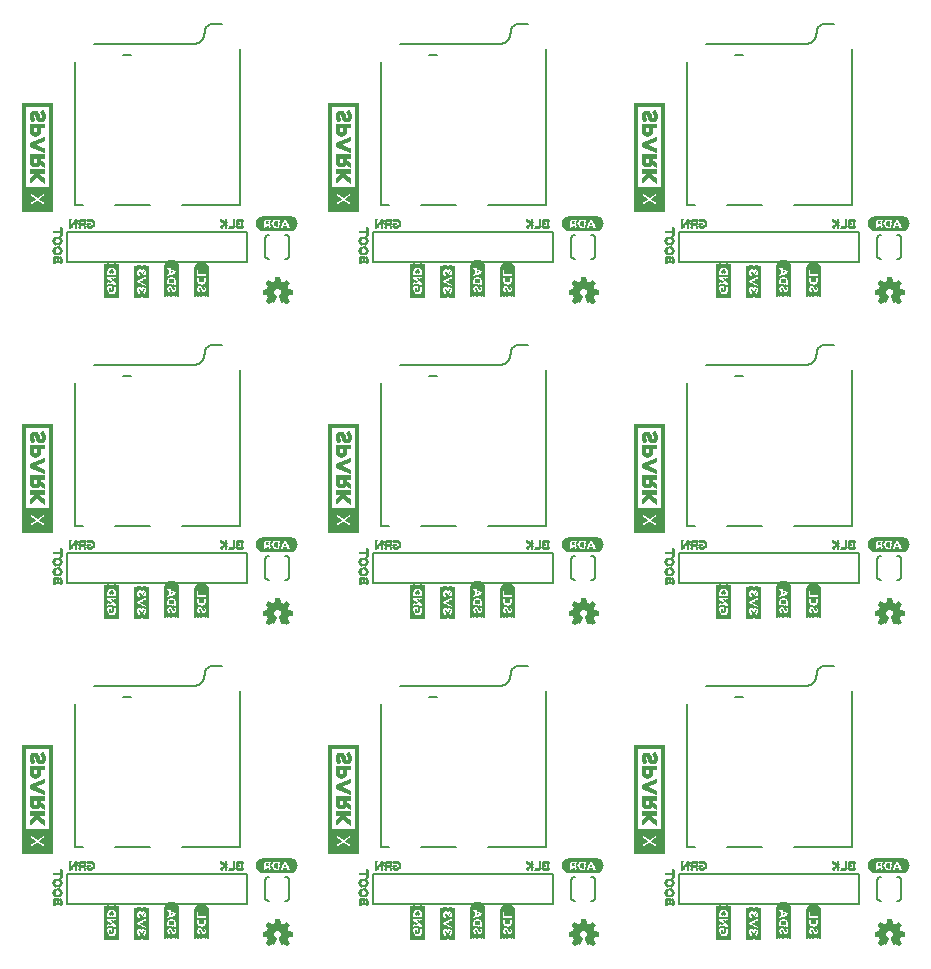
<source format=gbo>
G75*
%MOIN*%
%OFA0B0*%
%FSLAX25Y25*%
%IPPOS*%
%LPD*%
%AMOC8*
5,1,8,0,0,1.08239X$1,22.5*
%
%ADD10C,0.00800*%
%ADD11C,0.00299*%
%ADD12C,0.00039*%
%ADD13R,0.10039X0.00118*%
%ADD14R,0.10748X0.00118*%
%ADD15R,0.11220X0.00079*%
%ADD16R,0.11693X0.00157*%
%ADD17R,0.11929X0.00118*%
%ADD18R,0.12165X0.00118*%
%ADD19R,0.12402X0.00079*%
%ADD20R,0.12638X0.00118*%
%ADD21R,0.03307X0.00157*%
%ADD22R,0.01535X0.00157*%
%ADD23R,0.01299X0.00157*%
%ADD24R,0.02717X0.00157*%
%ADD25R,0.03307X0.00118*%
%ADD26R,0.01535X0.00118*%
%ADD27R,0.01063X0.00118*%
%ADD28R,0.02598X0.00118*%
%ADD29R,0.01417X0.00118*%
%ADD30R,0.00827X0.00118*%
%ADD31R,0.02480X0.00118*%
%ADD32R,0.00709X0.00118*%
%ADD33R,0.02362X0.00118*%
%ADD34R,0.00591X0.00157*%
%ADD35R,0.02480X0.00157*%
%ADD36R,0.01299X0.00118*%
%ADD37R,0.00472X0.00118*%
%ADD38R,0.03189X0.00118*%
%ADD39R,0.01181X0.00118*%
%ADD40R,0.00945X0.00118*%
%ADD41R,0.00354X0.00118*%
%ADD42R,0.03189X0.00157*%
%ADD43R,0.01063X0.00157*%
%ADD44R,0.00354X0.00157*%
%ADD45R,0.00945X0.00157*%
%ADD46R,0.03071X0.00118*%
%ADD47R,0.00236X0.00118*%
%ADD48R,0.00118X0.00118*%
%ADD49R,0.02953X0.00157*%
%ADD50R,0.00827X0.00157*%
%ADD51R,0.01181X0.00157*%
%ADD52R,0.00236X0.00157*%
%ADD53R,0.02953X0.00118*%
%ADD54R,0.02835X0.00118*%
%ADD55R,0.00591X0.00118*%
%ADD56R,0.02717X0.00118*%
%ADD57R,0.02835X0.00157*%
%ADD58R,0.02362X0.00157*%
%ADD59R,0.02244X0.00118*%
%ADD60R,0.02008X0.00118*%
%ADD61R,0.02126X0.00157*%
%ADD62R,0.01654X0.00157*%
%ADD63R,0.02126X0.00118*%
%ADD64R,0.01772X0.00118*%
%ADD65R,0.12402X0.00118*%
%ADD66R,0.11693X0.00118*%
%ADD67R,0.11220X0.00118*%
%ADD68R,0.01890X0.00157*%
%ADD69R,0.00709X0.00157*%
%ADD70R,0.01654X0.00118*%
%ADD71R,0.01417X0.00157*%
%ADD72R,0.01772X0.00157*%
%ADD73R,0.02008X0.00157*%
%ADD74R,0.02244X0.00157*%
%ADD75R,0.00118X0.01299*%
%ADD76R,0.00118X0.00709*%
%ADD77R,0.00118X0.02598*%
%ADD78R,0.00157X0.01890*%
%ADD79R,0.00157X0.01299*%
%ADD80R,0.00157X0.01417*%
%ADD81R,0.00157X0.03071*%
%ADD82R,0.00118X0.02126*%
%ADD83R,0.00118X0.01772*%
%ADD84R,0.00118X0.01654*%
%ADD85R,0.00118X0.03071*%
%ADD86R,0.00118X0.02244*%
%ADD87R,0.00118X0.02008*%
%ADD88R,0.00118X0.02362*%
%ADD89R,0.00157X0.02362*%
%ADD90R,0.00157X0.02480*%
%ADD91R,0.00157X0.02598*%
%ADD92R,0.00157X0.02835*%
%ADD93R,0.00118X0.02480*%
%ADD94R,0.00118X0.02717*%
%ADD95R,0.00118X0.00827*%
%ADD96R,0.00118X0.00945*%
%ADD97R,0.00118X0.01063*%
%ADD98R,0.00157X0.00827*%
%ADD99R,0.00157X0.00945*%
%ADD100R,0.00157X0.00709*%
%ADD101R,0.00118X0.01181*%
%ADD102R,0.00118X0.01890*%
%ADD103R,0.00157X0.02126*%
%ADD104R,0.00157X0.01654*%
%ADD105R,0.00118X0.00472*%
%ADD106R,0.00118X0.00354*%
%ADD107R,0.02598X0.00157*%
%ADD108R,0.00118X0.09685*%
%ADD109R,0.00118X0.10039*%
%ADD110R,0.00079X0.10276*%
%ADD111R,0.00157X0.10512*%
%ADD112R,0.00118X0.10630*%
%ADD113R,0.00118X0.10748*%
%ADD114R,0.00079X0.10866*%
%ADD115R,0.00118X0.05315*%
%ADD116R,0.00157X0.01772*%
%ADD117R,0.00157X0.03661*%
%ADD118R,0.00118X0.03661*%
%ADD119R,0.00118X0.01535*%
%ADD120R,0.00118X0.00236*%
%ADD121R,0.00157X0.00236*%
%ADD122R,0.00157X0.03780*%
%ADD123R,0.00118X0.01417*%
%ADD124R,0.00118X0.03780*%
%ADD125R,0.00118X0.00591*%
%ADD126R,0.00118X0.03898*%
%ADD127R,0.00157X0.02008*%
%ADD128R,0.00157X0.03898*%
%ADD129R,0.00157X0.00354*%
%ADD130R,0.00157X0.02717*%
%ADD131R,0.00157X0.00591*%
%ADD132R,0.00118X0.10866*%
%ADD133R,0.00118X0.10512*%
%ADD134R,0.00118X0.10276*%
%ADD135R,0.00118X0.10394*%
%ADD136R,0.00079X0.10984*%
%ADD137R,0.00157X0.11220*%
%ADD138R,0.00118X0.11339*%
%ADD139R,0.00118X0.11457*%
%ADD140R,0.00079X0.11575*%
%ADD141R,0.00118X0.08976*%
%ADD142R,0.00157X0.03425*%
%ADD143R,0.00118X0.03307*%
%ADD144R,0.00118X0.03425*%
%ADD145R,0.00157X0.00472*%
%ADD146R,0.00157X0.01063*%
%ADD147R,0.00157X0.03307*%
%ADD148R,0.00118X0.03189*%
%ADD149R,0.00118X0.02953*%
%ADD150R,0.00157X0.01181*%
%ADD151R,0.00118X0.02835*%
%ADD152R,0.00118X0.11575*%
%ADD153R,0.00118X0.11220*%
%ADD154R,0.00118X0.10984*%
%ADD155R,0.00079X0.10748*%
%ADD156R,0.00157X0.10748*%
%ADD157R,0.00157X0.00118*%
%ADD158R,0.00079X0.11457*%
%ADD159R,0.00157X0.11457*%
%ADD160R,0.00118X0.08268*%
%ADD161R,0.00157X0.02244*%
%ADD162R,0.00157X0.01535*%
D10*
X0048750Y0048750D02*
X0048750Y0058750D01*
X0108750Y0058750D01*
X0108750Y0048750D01*
X0048750Y0048750D01*
X0051250Y0067750D02*
X0054006Y0067750D01*
X0051250Y0067750D02*
X0051250Y0115388D01*
X0057549Y0121293D02*
X0090620Y0121293D01*
X0090746Y0121298D01*
X0090871Y0121307D01*
X0090996Y0121320D01*
X0091120Y0121337D01*
X0091244Y0121357D01*
X0091367Y0121381D01*
X0091489Y0121409D01*
X0091610Y0121441D01*
X0091730Y0121477D01*
X0091849Y0121516D01*
X0091967Y0121559D01*
X0092083Y0121606D01*
X0092198Y0121656D01*
X0092312Y0121710D01*
X0092423Y0121768D01*
X0092533Y0121828D01*
X0092640Y0121893D01*
X0092746Y0121960D01*
X0092850Y0122031D01*
X0092951Y0122105D01*
X0093050Y0122182D01*
X0093147Y0122262D01*
X0093241Y0122345D01*
X0093332Y0122430D01*
X0093421Y0122519D01*
X0093506Y0122610D01*
X0093589Y0122704D01*
X0093669Y0122801D01*
X0093746Y0122900D01*
X0093820Y0123001D01*
X0093891Y0123105D01*
X0093958Y0123211D01*
X0094023Y0123318D01*
X0094083Y0123428D01*
X0094141Y0123539D01*
X0094195Y0123653D01*
X0094245Y0123768D01*
X0094292Y0123884D01*
X0094335Y0124002D01*
X0094374Y0124121D01*
X0094410Y0124241D01*
X0094442Y0124362D01*
X0094470Y0124484D01*
X0094494Y0124607D01*
X0094514Y0124731D01*
X0094531Y0124855D01*
X0094544Y0124980D01*
X0094553Y0125105D01*
X0094558Y0125231D01*
X0094557Y0125230D02*
X0094551Y0125331D01*
X0094549Y0125431D01*
X0094551Y0125532D01*
X0094557Y0125632D01*
X0094567Y0125732D01*
X0094581Y0125832D01*
X0094599Y0125931D01*
X0094621Y0126029D01*
X0094646Y0126126D01*
X0094675Y0126223D01*
X0094708Y0126318D01*
X0094745Y0126411D01*
X0094786Y0126503D01*
X0094830Y0126594D01*
X0094877Y0126683D01*
X0094928Y0126769D01*
X0094982Y0126854D01*
X0095040Y0126937D01*
X0095100Y0127017D01*
X0095164Y0127094D01*
X0095231Y0127170D01*
X0095301Y0127242D01*
X0095373Y0127312D01*
X0095449Y0127379D01*
X0095526Y0127443D01*
X0095606Y0127503D01*
X0095689Y0127561D01*
X0095774Y0127615D01*
X0095860Y0127666D01*
X0095949Y0127713D01*
X0096040Y0127757D01*
X0096132Y0127798D01*
X0096225Y0127835D01*
X0096320Y0127868D01*
X0096417Y0127897D01*
X0096514Y0127922D01*
X0096612Y0127944D01*
X0096711Y0127962D01*
X0096811Y0127976D01*
X0096911Y0127986D01*
X0097011Y0127992D01*
X0097112Y0127994D01*
X0097212Y0127992D01*
X0097313Y0127986D01*
X0100463Y0127986D01*
X0106368Y0119719D02*
X0106368Y0067750D01*
X0087077Y0067750D01*
X0076447Y0067750D02*
X0064636Y0067750D01*
X0067450Y0117650D02*
X0070150Y0117650D01*
X0048750Y0155750D02*
X0048750Y0165750D01*
X0108750Y0165750D01*
X0108750Y0155750D01*
X0048750Y0155750D01*
X0051250Y0174750D02*
X0054006Y0174750D01*
X0051250Y0174750D02*
X0051250Y0222388D01*
X0057549Y0228293D02*
X0090620Y0228293D01*
X0090746Y0228298D01*
X0090871Y0228307D01*
X0090996Y0228320D01*
X0091120Y0228337D01*
X0091244Y0228357D01*
X0091367Y0228381D01*
X0091489Y0228409D01*
X0091610Y0228441D01*
X0091730Y0228477D01*
X0091849Y0228516D01*
X0091967Y0228559D01*
X0092083Y0228606D01*
X0092198Y0228656D01*
X0092312Y0228710D01*
X0092423Y0228768D01*
X0092533Y0228828D01*
X0092640Y0228893D01*
X0092746Y0228960D01*
X0092850Y0229031D01*
X0092951Y0229105D01*
X0093050Y0229182D01*
X0093147Y0229262D01*
X0093241Y0229345D01*
X0093332Y0229430D01*
X0093421Y0229519D01*
X0093506Y0229610D01*
X0093589Y0229704D01*
X0093669Y0229801D01*
X0093746Y0229900D01*
X0093820Y0230001D01*
X0093891Y0230105D01*
X0093958Y0230211D01*
X0094023Y0230318D01*
X0094083Y0230428D01*
X0094141Y0230539D01*
X0094195Y0230653D01*
X0094245Y0230768D01*
X0094292Y0230884D01*
X0094335Y0231002D01*
X0094374Y0231121D01*
X0094410Y0231241D01*
X0094442Y0231362D01*
X0094470Y0231484D01*
X0094494Y0231607D01*
X0094514Y0231731D01*
X0094531Y0231855D01*
X0094544Y0231980D01*
X0094553Y0232105D01*
X0094558Y0232231D01*
X0094557Y0232230D02*
X0094551Y0232331D01*
X0094549Y0232431D01*
X0094551Y0232532D01*
X0094557Y0232632D01*
X0094567Y0232732D01*
X0094581Y0232832D01*
X0094599Y0232931D01*
X0094621Y0233029D01*
X0094646Y0233126D01*
X0094675Y0233223D01*
X0094708Y0233318D01*
X0094745Y0233411D01*
X0094786Y0233503D01*
X0094830Y0233594D01*
X0094877Y0233683D01*
X0094928Y0233769D01*
X0094982Y0233854D01*
X0095040Y0233937D01*
X0095100Y0234017D01*
X0095164Y0234094D01*
X0095231Y0234170D01*
X0095301Y0234242D01*
X0095373Y0234312D01*
X0095449Y0234379D01*
X0095526Y0234443D01*
X0095606Y0234503D01*
X0095689Y0234561D01*
X0095774Y0234615D01*
X0095860Y0234666D01*
X0095949Y0234713D01*
X0096040Y0234757D01*
X0096132Y0234798D01*
X0096225Y0234835D01*
X0096320Y0234868D01*
X0096417Y0234897D01*
X0096514Y0234922D01*
X0096612Y0234944D01*
X0096711Y0234962D01*
X0096811Y0234976D01*
X0096911Y0234986D01*
X0097011Y0234992D01*
X0097112Y0234994D01*
X0097212Y0234992D01*
X0097313Y0234986D01*
X0100463Y0234986D01*
X0106368Y0226719D02*
X0106368Y0174750D01*
X0087077Y0174750D01*
X0076447Y0174750D02*
X0064636Y0174750D01*
X0067450Y0224650D02*
X0070150Y0224650D01*
X0048750Y0262750D02*
X0048750Y0272750D01*
X0108750Y0272750D01*
X0108750Y0262750D01*
X0048750Y0262750D01*
X0051250Y0281750D02*
X0054006Y0281750D01*
X0051250Y0281750D02*
X0051250Y0329388D01*
X0057549Y0335293D02*
X0090620Y0335293D01*
X0090746Y0335298D01*
X0090871Y0335307D01*
X0090996Y0335320D01*
X0091120Y0335337D01*
X0091244Y0335357D01*
X0091367Y0335381D01*
X0091489Y0335409D01*
X0091610Y0335441D01*
X0091730Y0335477D01*
X0091849Y0335516D01*
X0091967Y0335559D01*
X0092083Y0335606D01*
X0092198Y0335656D01*
X0092312Y0335710D01*
X0092423Y0335768D01*
X0092533Y0335828D01*
X0092640Y0335893D01*
X0092746Y0335960D01*
X0092850Y0336031D01*
X0092951Y0336105D01*
X0093050Y0336182D01*
X0093147Y0336262D01*
X0093241Y0336345D01*
X0093332Y0336430D01*
X0093421Y0336519D01*
X0093506Y0336610D01*
X0093589Y0336704D01*
X0093669Y0336801D01*
X0093746Y0336900D01*
X0093820Y0337001D01*
X0093891Y0337105D01*
X0093958Y0337211D01*
X0094023Y0337318D01*
X0094083Y0337428D01*
X0094141Y0337539D01*
X0094195Y0337653D01*
X0094245Y0337768D01*
X0094292Y0337884D01*
X0094335Y0338002D01*
X0094374Y0338121D01*
X0094410Y0338241D01*
X0094442Y0338362D01*
X0094470Y0338484D01*
X0094494Y0338607D01*
X0094514Y0338731D01*
X0094531Y0338855D01*
X0094544Y0338980D01*
X0094553Y0339105D01*
X0094558Y0339231D01*
X0094557Y0339230D02*
X0094551Y0339331D01*
X0094549Y0339431D01*
X0094551Y0339532D01*
X0094557Y0339632D01*
X0094567Y0339732D01*
X0094581Y0339832D01*
X0094599Y0339931D01*
X0094621Y0340029D01*
X0094646Y0340126D01*
X0094675Y0340223D01*
X0094708Y0340318D01*
X0094745Y0340411D01*
X0094786Y0340503D01*
X0094830Y0340594D01*
X0094877Y0340683D01*
X0094928Y0340769D01*
X0094982Y0340854D01*
X0095040Y0340937D01*
X0095100Y0341017D01*
X0095164Y0341094D01*
X0095231Y0341170D01*
X0095301Y0341242D01*
X0095373Y0341312D01*
X0095449Y0341379D01*
X0095526Y0341443D01*
X0095606Y0341503D01*
X0095689Y0341561D01*
X0095774Y0341615D01*
X0095860Y0341666D01*
X0095949Y0341713D01*
X0096040Y0341757D01*
X0096132Y0341798D01*
X0096225Y0341835D01*
X0096320Y0341868D01*
X0096417Y0341897D01*
X0096514Y0341922D01*
X0096612Y0341944D01*
X0096711Y0341962D01*
X0096811Y0341976D01*
X0096911Y0341986D01*
X0097011Y0341992D01*
X0097112Y0341994D01*
X0097212Y0341992D01*
X0097313Y0341986D01*
X0100463Y0341986D01*
X0106368Y0333719D02*
X0106368Y0281750D01*
X0087077Y0281750D01*
X0076447Y0281750D02*
X0064636Y0281750D01*
X0067450Y0331650D02*
X0070150Y0331650D01*
X0114813Y0270900D02*
X0114813Y0264600D01*
X0114812Y0264600D02*
X0114827Y0264539D01*
X0114845Y0264478D01*
X0114867Y0264419D01*
X0114892Y0264361D01*
X0114922Y0264306D01*
X0114954Y0264252D01*
X0114990Y0264200D01*
X0115029Y0264150D01*
X0115071Y0264103D01*
X0115116Y0264059D01*
X0115164Y0264018D01*
X0115214Y0263980D01*
X0115267Y0263945D01*
X0115321Y0263913D01*
X0115378Y0263885D01*
X0115436Y0263860D01*
X0115495Y0263839D01*
X0115556Y0263822D01*
X0115618Y0263809D01*
X0115680Y0263800D01*
X0115743Y0263794D01*
X0115806Y0263793D01*
X0115869Y0263796D01*
X0115932Y0263802D01*
X0115994Y0263812D01*
X0121506Y0263812D02*
X0121566Y0263802D01*
X0121626Y0263796D01*
X0121687Y0263793D01*
X0121747Y0263794D01*
X0121808Y0263798D01*
X0121868Y0263807D01*
X0121927Y0263818D01*
X0121986Y0263834D01*
X0122044Y0263853D01*
X0122100Y0263875D01*
X0122155Y0263901D01*
X0122208Y0263930D01*
X0122260Y0263962D01*
X0122309Y0263997D01*
X0122357Y0264035D01*
X0122401Y0264076D01*
X0122444Y0264119D01*
X0122483Y0264165D01*
X0122520Y0264213D01*
X0122554Y0264264D01*
X0122584Y0264316D01*
X0122612Y0264370D01*
X0122636Y0264426D01*
X0122657Y0264483D01*
X0122674Y0264541D01*
X0122688Y0264600D01*
X0122687Y0264600D02*
X0122687Y0270900D01*
X0122688Y0270900D02*
X0122674Y0270959D01*
X0122657Y0271017D01*
X0122636Y0271074D01*
X0122612Y0271130D01*
X0122584Y0271184D01*
X0122554Y0271236D01*
X0122520Y0271287D01*
X0122483Y0271335D01*
X0122444Y0271381D01*
X0122401Y0271424D01*
X0122357Y0271465D01*
X0122309Y0271503D01*
X0122260Y0271538D01*
X0122208Y0271570D01*
X0122155Y0271599D01*
X0122100Y0271625D01*
X0122044Y0271647D01*
X0121986Y0271666D01*
X0121927Y0271682D01*
X0121868Y0271693D01*
X0121808Y0271702D01*
X0121747Y0271706D01*
X0121687Y0271707D01*
X0121626Y0271704D01*
X0121566Y0271698D01*
X0121506Y0271688D01*
X0115994Y0271688D02*
X0115932Y0271698D01*
X0115869Y0271704D01*
X0115806Y0271707D01*
X0115743Y0271706D01*
X0115680Y0271700D01*
X0115618Y0271691D01*
X0115556Y0271678D01*
X0115495Y0271661D01*
X0115436Y0271640D01*
X0115378Y0271615D01*
X0115321Y0271587D01*
X0115267Y0271555D01*
X0115214Y0271520D01*
X0115164Y0271482D01*
X0115116Y0271441D01*
X0115071Y0271397D01*
X0115029Y0271350D01*
X0114990Y0271300D01*
X0114954Y0271248D01*
X0114922Y0271194D01*
X0114892Y0271139D01*
X0114867Y0271081D01*
X0114845Y0271022D01*
X0114827Y0270961D01*
X0114812Y0270900D01*
X0150750Y0272750D02*
X0150750Y0262750D01*
X0210750Y0262750D01*
X0210750Y0272750D01*
X0150750Y0272750D01*
X0153250Y0281750D02*
X0156006Y0281750D01*
X0153250Y0281750D02*
X0153250Y0329388D01*
X0159549Y0335293D02*
X0192620Y0335293D01*
X0192746Y0335298D01*
X0192871Y0335307D01*
X0192996Y0335320D01*
X0193120Y0335337D01*
X0193244Y0335357D01*
X0193367Y0335381D01*
X0193489Y0335409D01*
X0193610Y0335441D01*
X0193730Y0335477D01*
X0193849Y0335516D01*
X0193967Y0335559D01*
X0194083Y0335606D01*
X0194198Y0335656D01*
X0194312Y0335710D01*
X0194423Y0335768D01*
X0194533Y0335828D01*
X0194640Y0335893D01*
X0194746Y0335960D01*
X0194850Y0336031D01*
X0194951Y0336105D01*
X0195050Y0336182D01*
X0195147Y0336262D01*
X0195241Y0336345D01*
X0195332Y0336430D01*
X0195421Y0336519D01*
X0195506Y0336610D01*
X0195589Y0336704D01*
X0195669Y0336801D01*
X0195746Y0336900D01*
X0195820Y0337001D01*
X0195891Y0337105D01*
X0195958Y0337211D01*
X0196023Y0337318D01*
X0196083Y0337428D01*
X0196141Y0337539D01*
X0196195Y0337653D01*
X0196245Y0337768D01*
X0196292Y0337884D01*
X0196335Y0338002D01*
X0196374Y0338121D01*
X0196410Y0338241D01*
X0196442Y0338362D01*
X0196470Y0338484D01*
X0196494Y0338607D01*
X0196514Y0338731D01*
X0196531Y0338855D01*
X0196544Y0338980D01*
X0196553Y0339105D01*
X0196558Y0339231D01*
X0196557Y0339230D02*
X0196551Y0339331D01*
X0196549Y0339431D01*
X0196551Y0339532D01*
X0196557Y0339632D01*
X0196567Y0339732D01*
X0196581Y0339832D01*
X0196599Y0339931D01*
X0196621Y0340029D01*
X0196646Y0340126D01*
X0196675Y0340223D01*
X0196708Y0340318D01*
X0196745Y0340411D01*
X0196786Y0340503D01*
X0196830Y0340594D01*
X0196877Y0340683D01*
X0196928Y0340769D01*
X0196982Y0340854D01*
X0197040Y0340937D01*
X0197100Y0341017D01*
X0197164Y0341094D01*
X0197231Y0341170D01*
X0197301Y0341242D01*
X0197373Y0341312D01*
X0197449Y0341379D01*
X0197526Y0341443D01*
X0197606Y0341503D01*
X0197689Y0341561D01*
X0197774Y0341615D01*
X0197860Y0341666D01*
X0197949Y0341713D01*
X0198040Y0341757D01*
X0198132Y0341798D01*
X0198225Y0341835D01*
X0198320Y0341868D01*
X0198417Y0341897D01*
X0198514Y0341922D01*
X0198612Y0341944D01*
X0198711Y0341962D01*
X0198811Y0341976D01*
X0198911Y0341986D01*
X0199011Y0341992D01*
X0199112Y0341994D01*
X0199212Y0341992D01*
X0199313Y0341986D01*
X0202463Y0341986D01*
X0208368Y0333719D02*
X0208368Y0281750D01*
X0189077Y0281750D01*
X0178447Y0281750D02*
X0166636Y0281750D01*
X0216813Y0270900D02*
X0216813Y0264600D01*
X0216812Y0264600D02*
X0216827Y0264539D01*
X0216845Y0264478D01*
X0216867Y0264419D01*
X0216892Y0264361D01*
X0216922Y0264306D01*
X0216954Y0264252D01*
X0216990Y0264200D01*
X0217029Y0264150D01*
X0217071Y0264103D01*
X0217116Y0264059D01*
X0217164Y0264018D01*
X0217214Y0263980D01*
X0217267Y0263945D01*
X0217321Y0263913D01*
X0217378Y0263885D01*
X0217436Y0263860D01*
X0217495Y0263839D01*
X0217556Y0263822D01*
X0217618Y0263809D01*
X0217680Y0263800D01*
X0217743Y0263794D01*
X0217806Y0263793D01*
X0217869Y0263796D01*
X0217932Y0263802D01*
X0217994Y0263812D01*
X0223506Y0263812D02*
X0223566Y0263802D01*
X0223626Y0263796D01*
X0223687Y0263793D01*
X0223747Y0263794D01*
X0223808Y0263798D01*
X0223868Y0263807D01*
X0223927Y0263818D01*
X0223986Y0263834D01*
X0224044Y0263853D01*
X0224100Y0263875D01*
X0224155Y0263901D01*
X0224208Y0263930D01*
X0224260Y0263962D01*
X0224309Y0263997D01*
X0224357Y0264035D01*
X0224401Y0264076D01*
X0224444Y0264119D01*
X0224483Y0264165D01*
X0224520Y0264213D01*
X0224554Y0264264D01*
X0224584Y0264316D01*
X0224612Y0264370D01*
X0224636Y0264426D01*
X0224657Y0264483D01*
X0224674Y0264541D01*
X0224688Y0264600D01*
X0224687Y0264600D02*
X0224687Y0270900D01*
X0224688Y0270900D02*
X0224674Y0270959D01*
X0224657Y0271017D01*
X0224636Y0271074D01*
X0224612Y0271130D01*
X0224584Y0271184D01*
X0224554Y0271236D01*
X0224520Y0271287D01*
X0224483Y0271335D01*
X0224444Y0271381D01*
X0224401Y0271424D01*
X0224357Y0271465D01*
X0224309Y0271503D01*
X0224260Y0271538D01*
X0224208Y0271570D01*
X0224155Y0271599D01*
X0224100Y0271625D01*
X0224044Y0271647D01*
X0223986Y0271666D01*
X0223927Y0271682D01*
X0223868Y0271693D01*
X0223808Y0271702D01*
X0223747Y0271706D01*
X0223687Y0271707D01*
X0223626Y0271704D01*
X0223566Y0271698D01*
X0223506Y0271688D01*
X0217994Y0271688D02*
X0217932Y0271698D01*
X0217869Y0271704D01*
X0217806Y0271707D01*
X0217743Y0271706D01*
X0217680Y0271700D01*
X0217618Y0271691D01*
X0217556Y0271678D01*
X0217495Y0271661D01*
X0217436Y0271640D01*
X0217378Y0271615D01*
X0217321Y0271587D01*
X0217267Y0271555D01*
X0217214Y0271520D01*
X0217164Y0271482D01*
X0217116Y0271441D01*
X0217071Y0271397D01*
X0217029Y0271350D01*
X0216990Y0271300D01*
X0216954Y0271248D01*
X0216922Y0271194D01*
X0216892Y0271139D01*
X0216867Y0271081D01*
X0216845Y0271022D01*
X0216827Y0270961D01*
X0216812Y0270900D01*
X0252750Y0272750D02*
X0252750Y0262750D01*
X0312750Y0262750D01*
X0312750Y0272750D01*
X0252750Y0272750D01*
X0255250Y0281750D02*
X0258006Y0281750D01*
X0255250Y0281750D02*
X0255250Y0329388D01*
X0261549Y0335293D02*
X0294620Y0335293D01*
X0294746Y0335298D01*
X0294871Y0335307D01*
X0294996Y0335320D01*
X0295120Y0335337D01*
X0295244Y0335357D01*
X0295367Y0335381D01*
X0295489Y0335409D01*
X0295610Y0335441D01*
X0295730Y0335477D01*
X0295849Y0335516D01*
X0295967Y0335559D01*
X0296083Y0335606D01*
X0296198Y0335656D01*
X0296312Y0335710D01*
X0296423Y0335768D01*
X0296533Y0335828D01*
X0296640Y0335893D01*
X0296746Y0335960D01*
X0296850Y0336031D01*
X0296951Y0336105D01*
X0297050Y0336182D01*
X0297147Y0336262D01*
X0297241Y0336345D01*
X0297332Y0336430D01*
X0297421Y0336519D01*
X0297506Y0336610D01*
X0297589Y0336704D01*
X0297669Y0336801D01*
X0297746Y0336900D01*
X0297820Y0337001D01*
X0297891Y0337105D01*
X0297958Y0337211D01*
X0298023Y0337318D01*
X0298083Y0337428D01*
X0298141Y0337539D01*
X0298195Y0337653D01*
X0298245Y0337768D01*
X0298292Y0337884D01*
X0298335Y0338002D01*
X0298374Y0338121D01*
X0298410Y0338241D01*
X0298442Y0338362D01*
X0298470Y0338484D01*
X0298494Y0338607D01*
X0298514Y0338731D01*
X0298531Y0338855D01*
X0298544Y0338980D01*
X0298553Y0339105D01*
X0298558Y0339231D01*
X0298557Y0339230D02*
X0298551Y0339331D01*
X0298549Y0339431D01*
X0298551Y0339532D01*
X0298557Y0339632D01*
X0298567Y0339732D01*
X0298581Y0339832D01*
X0298599Y0339931D01*
X0298621Y0340029D01*
X0298646Y0340126D01*
X0298675Y0340223D01*
X0298708Y0340318D01*
X0298745Y0340411D01*
X0298786Y0340503D01*
X0298830Y0340594D01*
X0298877Y0340683D01*
X0298928Y0340769D01*
X0298982Y0340854D01*
X0299040Y0340937D01*
X0299100Y0341017D01*
X0299164Y0341094D01*
X0299231Y0341170D01*
X0299301Y0341242D01*
X0299373Y0341312D01*
X0299449Y0341379D01*
X0299526Y0341443D01*
X0299606Y0341503D01*
X0299689Y0341561D01*
X0299774Y0341615D01*
X0299860Y0341666D01*
X0299949Y0341713D01*
X0300040Y0341757D01*
X0300132Y0341798D01*
X0300225Y0341835D01*
X0300320Y0341868D01*
X0300417Y0341897D01*
X0300514Y0341922D01*
X0300612Y0341944D01*
X0300711Y0341962D01*
X0300811Y0341976D01*
X0300911Y0341986D01*
X0301011Y0341992D01*
X0301112Y0341994D01*
X0301212Y0341992D01*
X0301313Y0341986D01*
X0304463Y0341986D01*
X0310368Y0333719D02*
X0310368Y0281750D01*
X0291077Y0281750D01*
X0280447Y0281750D02*
X0268636Y0281750D01*
X0301313Y0234986D02*
X0304463Y0234986D01*
X0301313Y0234986D02*
X0301212Y0234992D01*
X0301112Y0234994D01*
X0301011Y0234992D01*
X0300911Y0234986D01*
X0300811Y0234976D01*
X0300711Y0234962D01*
X0300612Y0234944D01*
X0300514Y0234922D01*
X0300417Y0234897D01*
X0300320Y0234868D01*
X0300225Y0234835D01*
X0300132Y0234798D01*
X0300040Y0234757D01*
X0299949Y0234713D01*
X0299860Y0234666D01*
X0299774Y0234615D01*
X0299689Y0234561D01*
X0299606Y0234503D01*
X0299526Y0234443D01*
X0299449Y0234379D01*
X0299373Y0234312D01*
X0299301Y0234242D01*
X0299231Y0234170D01*
X0299164Y0234094D01*
X0299100Y0234017D01*
X0299040Y0233937D01*
X0298982Y0233854D01*
X0298928Y0233769D01*
X0298877Y0233683D01*
X0298830Y0233594D01*
X0298786Y0233503D01*
X0298745Y0233411D01*
X0298708Y0233318D01*
X0298675Y0233223D01*
X0298646Y0233126D01*
X0298621Y0233029D01*
X0298599Y0232931D01*
X0298581Y0232832D01*
X0298567Y0232732D01*
X0298557Y0232632D01*
X0298551Y0232532D01*
X0298549Y0232431D01*
X0298551Y0232331D01*
X0298557Y0232230D01*
X0298558Y0232231D02*
X0298553Y0232105D01*
X0298544Y0231980D01*
X0298531Y0231855D01*
X0298514Y0231731D01*
X0298494Y0231607D01*
X0298470Y0231484D01*
X0298442Y0231362D01*
X0298410Y0231241D01*
X0298374Y0231121D01*
X0298335Y0231002D01*
X0298292Y0230884D01*
X0298245Y0230768D01*
X0298195Y0230653D01*
X0298141Y0230539D01*
X0298083Y0230428D01*
X0298023Y0230318D01*
X0297958Y0230211D01*
X0297891Y0230105D01*
X0297820Y0230001D01*
X0297746Y0229900D01*
X0297669Y0229801D01*
X0297589Y0229704D01*
X0297506Y0229610D01*
X0297421Y0229519D01*
X0297332Y0229430D01*
X0297241Y0229345D01*
X0297147Y0229262D01*
X0297050Y0229182D01*
X0296951Y0229105D01*
X0296850Y0229031D01*
X0296746Y0228960D01*
X0296640Y0228893D01*
X0296533Y0228828D01*
X0296423Y0228768D01*
X0296312Y0228710D01*
X0296198Y0228656D01*
X0296083Y0228606D01*
X0295967Y0228559D01*
X0295849Y0228516D01*
X0295730Y0228477D01*
X0295610Y0228441D01*
X0295489Y0228409D01*
X0295367Y0228381D01*
X0295244Y0228357D01*
X0295120Y0228337D01*
X0294996Y0228320D01*
X0294871Y0228307D01*
X0294746Y0228298D01*
X0294620Y0228293D01*
X0261549Y0228293D01*
X0255250Y0222388D02*
X0255250Y0174750D01*
X0258006Y0174750D01*
X0252750Y0165750D02*
X0252750Y0155750D01*
X0312750Y0155750D01*
X0312750Y0165750D01*
X0252750Y0165750D01*
X0268636Y0174750D02*
X0280447Y0174750D01*
X0291077Y0174750D02*
X0310368Y0174750D01*
X0310368Y0226719D01*
X0274150Y0224650D02*
X0271450Y0224650D01*
X0318813Y0264600D02*
X0318813Y0270900D01*
X0318812Y0270900D02*
X0318827Y0270961D01*
X0318845Y0271022D01*
X0318867Y0271081D01*
X0318892Y0271139D01*
X0318922Y0271194D01*
X0318954Y0271248D01*
X0318990Y0271300D01*
X0319029Y0271350D01*
X0319071Y0271397D01*
X0319116Y0271441D01*
X0319164Y0271482D01*
X0319214Y0271520D01*
X0319267Y0271555D01*
X0319321Y0271587D01*
X0319378Y0271615D01*
X0319436Y0271640D01*
X0319495Y0271661D01*
X0319556Y0271678D01*
X0319618Y0271691D01*
X0319680Y0271700D01*
X0319743Y0271706D01*
X0319806Y0271707D01*
X0319869Y0271704D01*
X0319932Y0271698D01*
X0319994Y0271688D01*
X0325506Y0271688D02*
X0325566Y0271698D01*
X0325626Y0271704D01*
X0325687Y0271707D01*
X0325747Y0271706D01*
X0325808Y0271702D01*
X0325868Y0271693D01*
X0325927Y0271682D01*
X0325986Y0271666D01*
X0326044Y0271647D01*
X0326100Y0271625D01*
X0326155Y0271599D01*
X0326208Y0271570D01*
X0326260Y0271538D01*
X0326309Y0271503D01*
X0326357Y0271465D01*
X0326401Y0271424D01*
X0326444Y0271381D01*
X0326483Y0271335D01*
X0326520Y0271287D01*
X0326554Y0271236D01*
X0326584Y0271184D01*
X0326612Y0271130D01*
X0326636Y0271074D01*
X0326657Y0271017D01*
X0326674Y0270959D01*
X0326688Y0270900D01*
X0326687Y0270900D02*
X0326687Y0264600D01*
X0326688Y0264600D02*
X0326674Y0264541D01*
X0326657Y0264483D01*
X0326636Y0264426D01*
X0326612Y0264370D01*
X0326584Y0264316D01*
X0326554Y0264264D01*
X0326520Y0264213D01*
X0326483Y0264165D01*
X0326444Y0264119D01*
X0326401Y0264076D01*
X0326357Y0264035D01*
X0326309Y0263997D01*
X0326260Y0263962D01*
X0326208Y0263930D01*
X0326155Y0263901D01*
X0326100Y0263875D01*
X0326044Y0263853D01*
X0325986Y0263834D01*
X0325927Y0263818D01*
X0325868Y0263807D01*
X0325808Y0263798D01*
X0325747Y0263794D01*
X0325687Y0263793D01*
X0325626Y0263796D01*
X0325566Y0263802D01*
X0325506Y0263812D01*
X0319994Y0263812D02*
X0319932Y0263802D01*
X0319869Y0263796D01*
X0319806Y0263793D01*
X0319743Y0263794D01*
X0319680Y0263800D01*
X0319618Y0263809D01*
X0319556Y0263822D01*
X0319495Y0263839D01*
X0319436Y0263860D01*
X0319378Y0263885D01*
X0319321Y0263913D01*
X0319267Y0263945D01*
X0319214Y0263980D01*
X0319164Y0264018D01*
X0319116Y0264059D01*
X0319071Y0264103D01*
X0319029Y0264150D01*
X0318990Y0264200D01*
X0318954Y0264252D01*
X0318922Y0264306D01*
X0318892Y0264361D01*
X0318867Y0264419D01*
X0318845Y0264478D01*
X0318827Y0264539D01*
X0318812Y0264600D01*
X0274150Y0331650D02*
X0271450Y0331650D01*
X0172150Y0331650D02*
X0169450Y0331650D01*
X0199313Y0234986D02*
X0202463Y0234986D01*
X0199313Y0234986D02*
X0199212Y0234992D01*
X0199112Y0234994D01*
X0199011Y0234992D01*
X0198911Y0234986D01*
X0198811Y0234976D01*
X0198711Y0234962D01*
X0198612Y0234944D01*
X0198514Y0234922D01*
X0198417Y0234897D01*
X0198320Y0234868D01*
X0198225Y0234835D01*
X0198132Y0234798D01*
X0198040Y0234757D01*
X0197949Y0234713D01*
X0197860Y0234666D01*
X0197774Y0234615D01*
X0197689Y0234561D01*
X0197606Y0234503D01*
X0197526Y0234443D01*
X0197449Y0234379D01*
X0197373Y0234312D01*
X0197301Y0234242D01*
X0197231Y0234170D01*
X0197164Y0234094D01*
X0197100Y0234017D01*
X0197040Y0233937D01*
X0196982Y0233854D01*
X0196928Y0233769D01*
X0196877Y0233683D01*
X0196830Y0233594D01*
X0196786Y0233503D01*
X0196745Y0233411D01*
X0196708Y0233318D01*
X0196675Y0233223D01*
X0196646Y0233126D01*
X0196621Y0233029D01*
X0196599Y0232931D01*
X0196581Y0232832D01*
X0196567Y0232732D01*
X0196557Y0232632D01*
X0196551Y0232532D01*
X0196549Y0232431D01*
X0196551Y0232331D01*
X0196557Y0232230D01*
X0196558Y0232231D02*
X0196553Y0232105D01*
X0196544Y0231980D01*
X0196531Y0231855D01*
X0196514Y0231731D01*
X0196494Y0231607D01*
X0196470Y0231484D01*
X0196442Y0231362D01*
X0196410Y0231241D01*
X0196374Y0231121D01*
X0196335Y0231002D01*
X0196292Y0230884D01*
X0196245Y0230768D01*
X0196195Y0230653D01*
X0196141Y0230539D01*
X0196083Y0230428D01*
X0196023Y0230318D01*
X0195958Y0230211D01*
X0195891Y0230105D01*
X0195820Y0230001D01*
X0195746Y0229900D01*
X0195669Y0229801D01*
X0195589Y0229704D01*
X0195506Y0229610D01*
X0195421Y0229519D01*
X0195332Y0229430D01*
X0195241Y0229345D01*
X0195147Y0229262D01*
X0195050Y0229182D01*
X0194951Y0229105D01*
X0194850Y0229031D01*
X0194746Y0228960D01*
X0194640Y0228893D01*
X0194533Y0228828D01*
X0194423Y0228768D01*
X0194312Y0228710D01*
X0194198Y0228656D01*
X0194083Y0228606D01*
X0193967Y0228559D01*
X0193849Y0228516D01*
X0193730Y0228477D01*
X0193610Y0228441D01*
X0193489Y0228409D01*
X0193367Y0228381D01*
X0193244Y0228357D01*
X0193120Y0228337D01*
X0192996Y0228320D01*
X0192871Y0228307D01*
X0192746Y0228298D01*
X0192620Y0228293D01*
X0159549Y0228293D01*
X0153250Y0222388D02*
X0153250Y0174750D01*
X0156006Y0174750D01*
X0150750Y0165750D02*
X0150750Y0155750D01*
X0210750Y0155750D01*
X0210750Y0165750D01*
X0150750Y0165750D01*
X0166636Y0174750D02*
X0178447Y0174750D01*
X0189077Y0174750D02*
X0208368Y0174750D01*
X0208368Y0226719D01*
X0172150Y0224650D02*
X0169450Y0224650D01*
X0122687Y0163900D02*
X0122687Y0157600D01*
X0122688Y0157600D02*
X0122674Y0157541D01*
X0122657Y0157483D01*
X0122636Y0157426D01*
X0122612Y0157370D01*
X0122584Y0157316D01*
X0122554Y0157264D01*
X0122520Y0157213D01*
X0122483Y0157165D01*
X0122444Y0157119D01*
X0122401Y0157076D01*
X0122357Y0157035D01*
X0122309Y0156997D01*
X0122260Y0156962D01*
X0122208Y0156930D01*
X0122155Y0156901D01*
X0122100Y0156875D01*
X0122044Y0156853D01*
X0121986Y0156834D01*
X0121927Y0156818D01*
X0121868Y0156807D01*
X0121808Y0156798D01*
X0121747Y0156794D01*
X0121687Y0156793D01*
X0121626Y0156796D01*
X0121566Y0156802D01*
X0121506Y0156812D01*
X0115994Y0156812D02*
X0115932Y0156802D01*
X0115869Y0156796D01*
X0115806Y0156793D01*
X0115743Y0156794D01*
X0115680Y0156800D01*
X0115618Y0156809D01*
X0115556Y0156822D01*
X0115495Y0156839D01*
X0115436Y0156860D01*
X0115378Y0156885D01*
X0115321Y0156913D01*
X0115267Y0156945D01*
X0115214Y0156980D01*
X0115164Y0157018D01*
X0115116Y0157059D01*
X0115071Y0157103D01*
X0115029Y0157150D01*
X0114990Y0157200D01*
X0114954Y0157252D01*
X0114922Y0157306D01*
X0114892Y0157361D01*
X0114867Y0157419D01*
X0114845Y0157478D01*
X0114827Y0157539D01*
X0114812Y0157600D01*
X0114813Y0157600D02*
X0114813Y0163900D01*
X0114812Y0163900D02*
X0114827Y0163961D01*
X0114845Y0164022D01*
X0114867Y0164081D01*
X0114892Y0164139D01*
X0114922Y0164194D01*
X0114954Y0164248D01*
X0114990Y0164300D01*
X0115029Y0164350D01*
X0115071Y0164397D01*
X0115116Y0164441D01*
X0115164Y0164482D01*
X0115214Y0164520D01*
X0115267Y0164555D01*
X0115321Y0164587D01*
X0115378Y0164615D01*
X0115436Y0164640D01*
X0115495Y0164661D01*
X0115556Y0164678D01*
X0115618Y0164691D01*
X0115680Y0164700D01*
X0115743Y0164706D01*
X0115806Y0164707D01*
X0115869Y0164704D01*
X0115932Y0164698D01*
X0115994Y0164688D01*
X0121506Y0164688D02*
X0121566Y0164698D01*
X0121626Y0164704D01*
X0121687Y0164707D01*
X0121747Y0164706D01*
X0121808Y0164702D01*
X0121868Y0164693D01*
X0121927Y0164682D01*
X0121986Y0164666D01*
X0122044Y0164647D01*
X0122100Y0164625D01*
X0122155Y0164599D01*
X0122208Y0164570D01*
X0122260Y0164538D01*
X0122309Y0164503D01*
X0122357Y0164465D01*
X0122401Y0164424D01*
X0122444Y0164381D01*
X0122483Y0164335D01*
X0122520Y0164287D01*
X0122554Y0164236D01*
X0122584Y0164184D01*
X0122612Y0164130D01*
X0122636Y0164074D01*
X0122657Y0164017D01*
X0122674Y0163959D01*
X0122688Y0163900D01*
X0159549Y0121293D02*
X0192620Y0121293D01*
X0192746Y0121298D01*
X0192871Y0121307D01*
X0192996Y0121320D01*
X0193120Y0121337D01*
X0193244Y0121357D01*
X0193367Y0121381D01*
X0193489Y0121409D01*
X0193610Y0121441D01*
X0193730Y0121477D01*
X0193849Y0121516D01*
X0193967Y0121559D01*
X0194083Y0121606D01*
X0194198Y0121656D01*
X0194312Y0121710D01*
X0194423Y0121768D01*
X0194533Y0121828D01*
X0194640Y0121893D01*
X0194746Y0121960D01*
X0194850Y0122031D01*
X0194951Y0122105D01*
X0195050Y0122182D01*
X0195147Y0122262D01*
X0195241Y0122345D01*
X0195332Y0122430D01*
X0195421Y0122519D01*
X0195506Y0122610D01*
X0195589Y0122704D01*
X0195669Y0122801D01*
X0195746Y0122900D01*
X0195820Y0123001D01*
X0195891Y0123105D01*
X0195958Y0123211D01*
X0196023Y0123318D01*
X0196083Y0123428D01*
X0196141Y0123539D01*
X0196195Y0123653D01*
X0196245Y0123768D01*
X0196292Y0123884D01*
X0196335Y0124002D01*
X0196374Y0124121D01*
X0196410Y0124241D01*
X0196442Y0124362D01*
X0196470Y0124484D01*
X0196494Y0124607D01*
X0196514Y0124731D01*
X0196531Y0124855D01*
X0196544Y0124980D01*
X0196553Y0125105D01*
X0196558Y0125231D01*
X0196557Y0125230D02*
X0196551Y0125331D01*
X0196549Y0125431D01*
X0196551Y0125532D01*
X0196557Y0125632D01*
X0196567Y0125732D01*
X0196581Y0125832D01*
X0196599Y0125931D01*
X0196621Y0126029D01*
X0196646Y0126126D01*
X0196675Y0126223D01*
X0196708Y0126318D01*
X0196745Y0126411D01*
X0196786Y0126503D01*
X0196830Y0126594D01*
X0196877Y0126683D01*
X0196928Y0126769D01*
X0196982Y0126854D01*
X0197040Y0126937D01*
X0197100Y0127017D01*
X0197164Y0127094D01*
X0197231Y0127170D01*
X0197301Y0127242D01*
X0197373Y0127312D01*
X0197449Y0127379D01*
X0197526Y0127443D01*
X0197606Y0127503D01*
X0197689Y0127561D01*
X0197774Y0127615D01*
X0197860Y0127666D01*
X0197949Y0127713D01*
X0198040Y0127757D01*
X0198132Y0127798D01*
X0198225Y0127835D01*
X0198320Y0127868D01*
X0198417Y0127897D01*
X0198514Y0127922D01*
X0198612Y0127944D01*
X0198711Y0127962D01*
X0198811Y0127976D01*
X0198911Y0127986D01*
X0199011Y0127992D01*
X0199112Y0127994D01*
X0199212Y0127992D01*
X0199313Y0127986D01*
X0202463Y0127986D01*
X0208368Y0119719D02*
X0208368Y0067750D01*
X0189077Y0067750D01*
X0178447Y0067750D02*
X0166636Y0067750D01*
X0156006Y0067750D02*
X0153250Y0067750D01*
X0153250Y0115388D01*
X0169450Y0117650D02*
X0172150Y0117650D01*
X0216813Y0157600D02*
X0216813Y0163900D01*
X0216812Y0163900D02*
X0216827Y0163961D01*
X0216845Y0164022D01*
X0216867Y0164081D01*
X0216892Y0164139D01*
X0216922Y0164194D01*
X0216954Y0164248D01*
X0216990Y0164300D01*
X0217029Y0164350D01*
X0217071Y0164397D01*
X0217116Y0164441D01*
X0217164Y0164482D01*
X0217214Y0164520D01*
X0217267Y0164555D01*
X0217321Y0164587D01*
X0217378Y0164615D01*
X0217436Y0164640D01*
X0217495Y0164661D01*
X0217556Y0164678D01*
X0217618Y0164691D01*
X0217680Y0164700D01*
X0217743Y0164706D01*
X0217806Y0164707D01*
X0217869Y0164704D01*
X0217932Y0164698D01*
X0217994Y0164688D01*
X0223506Y0164688D02*
X0223566Y0164698D01*
X0223626Y0164704D01*
X0223687Y0164707D01*
X0223747Y0164706D01*
X0223808Y0164702D01*
X0223868Y0164693D01*
X0223927Y0164682D01*
X0223986Y0164666D01*
X0224044Y0164647D01*
X0224100Y0164625D01*
X0224155Y0164599D01*
X0224208Y0164570D01*
X0224260Y0164538D01*
X0224309Y0164503D01*
X0224357Y0164465D01*
X0224401Y0164424D01*
X0224444Y0164381D01*
X0224483Y0164335D01*
X0224520Y0164287D01*
X0224554Y0164236D01*
X0224584Y0164184D01*
X0224612Y0164130D01*
X0224636Y0164074D01*
X0224657Y0164017D01*
X0224674Y0163959D01*
X0224688Y0163900D01*
X0224687Y0163900D02*
X0224687Y0157600D01*
X0224688Y0157600D02*
X0224674Y0157541D01*
X0224657Y0157483D01*
X0224636Y0157426D01*
X0224612Y0157370D01*
X0224584Y0157316D01*
X0224554Y0157264D01*
X0224520Y0157213D01*
X0224483Y0157165D01*
X0224444Y0157119D01*
X0224401Y0157076D01*
X0224357Y0157035D01*
X0224309Y0156997D01*
X0224260Y0156962D01*
X0224208Y0156930D01*
X0224155Y0156901D01*
X0224100Y0156875D01*
X0224044Y0156853D01*
X0223986Y0156834D01*
X0223927Y0156818D01*
X0223868Y0156807D01*
X0223808Y0156798D01*
X0223747Y0156794D01*
X0223687Y0156793D01*
X0223626Y0156796D01*
X0223566Y0156802D01*
X0223506Y0156812D01*
X0217994Y0156812D02*
X0217932Y0156802D01*
X0217869Y0156796D01*
X0217806Y0156793D01*
X0217743Y0156794D01*
X0217680Y0156800D01*
X0217618Y0156809D01*
X0217556Y0156822D01*
X0217495Y0156839D01*
X0217436Y0156860D01*
X0217378Y0156885D01*
X0217321Y0156913D01*
X0217267Y0156945D01*
X0217214Y0156980D01*
X0217164Y0157018D01*
X0217116Y0157059D01*
X0217071Y0157103D01*
X0217029Y0157150D01*
X0216990Y0157200D01*
X0216954Y0157252D01*
X0216922Y0157306D01*
X0216892Y0157361D01*
X0216867Y0157419D01*
X0216845Y0157478D01*
X0216827Y0157539D01*
X0216812Y0157600D01*
X0255250Y0115388D02*
X0255250Y0067750D01*
X0258006Y0067750D01*
X0252750Y0058750D02*
X0252750Y0048750D01*
X0312750Y0048750D01*
X0312750Y0058750D01*
X0252750Y0058750D01*
X0268636Y0067750D02*
X0280447Y0067750D01*
X0291077Y0067750D02*
X0310368Y0067750D01*
X0310368Y0119719D01*
X0304463Y0127986D02*
X0301313Y0127986D01*
X0301212Y0127992D01*
X0301112Y0127994D01*
X0301011Y0127992D01*
X0300911Y0127986D01*
X0300811Y0127976D01*
X0300711Y0127962D01*
X0300612Y0127944D01*
X0300514Y0127922D01*
X0300417Y0127897D01*
X0300320Y0127868D01*
X0300225Y0127835D01*
X0300132Y0127798D01*
X0300040Y0127757D01*
X0299949Y0127713D01*
X0299860Y0127666D01*
X0299774Y0127615D01*
X0299689Y0127561D01*
X0299606Y0127503D01*
X0299526Y0127443D01*
X0299449Y0127379D01*
X0299373Y0127312D01*
X0299301Y0127242D01*
X0299231Y0127170D01*
X0299164Y0127094D01*
X0299100Y0127017D01*
X0299040Y0126937D01*
X0298982Y0126854D01*
X0298928Y0126769D01*
X0298877Y0126683D01*
X0298830Y0126594D01*
X0298786Y0126503D01*
X0298745Y0126411D01*
X0298708Y0126318D01*
X0298675Y0126223D01*
X0298646Y0126126D01*
X0298621Y0126029D01*
X0298599Y0125931D01*
X0298581Y0125832D01*
X0298567Y0125732D01*
X0298557Y0125632D01*
X0298551Y0125532D01*
X0298549Y0125431D01*
X0298551Y0125331D01*
X0298557Y0125230D01*
X0298558Y0125231D02*
X0298553Y0125105D01*
X0298544Y0124980D01*
X0298531Y0124855D01*
X0298514Y0124731D01*
X0298494Y0124607D01*
X0298470Y0124484D01*
X0298442Y0124362D01*
X0298410Y0124241D01*
X0298374Y0124121D01*
X0298335Y0124002D01*
X0298292Y0123884D01*
X0298245Y0123768D01*
X0298195Y0123653D01*
X0298141Y0123539D01*
X0298083Y0123428D01*
X0298023Y0123318D01*
X0297958Y0123211D01*
X0297891Y0123105D01*
X0297820Y0123001D01*
X0297746Y0122900D01*
X0297669Y0122801D01*
X0297589Y0122704D01*
X0297506Y0122610D01*
X0297421Y0122519D01*
X0297332Y0122430D01*
X0297241Y0122345D01*
X0297147Y0122262D01*
X0297050Y0122182D01*
X0296951Y0122105D01*
X0296850Y0122031D01*
X0296746Y0121960D01*
X0296640Y0121893D01*
X0296533Y0121828D01*
X0296423Y0121768D01*
X0296312Y0121710D01*
X0296198Y0121656D01*
X0296083Y0121606D01*
X0295967Y0121559D01*
X0295849Y0121516D01*
X0295730Y0121477D01*
X0295610Y0121441D01*
X0295489Y0121409D01*
X0295367Y0121381D01*
X0295244Y0121357D01*
X0295120Y0121337D01*
X0294996Y0121320D01*
X0294871Y0121307D01*
X0294746Y0121298D01*
X0294620Y0121293D01*
X0261549Y0121293D01*
X0271450Y0117650D02*
X0274150Y0117650D01*
X0318813Y0157600D02*
X0318813Y0163900D01*
X0318812Y0163900D02*
X0318827Y0163961D01*
X0318845Y0164022D01*
X0318867Y0164081D01*
X0318892Y0164139D01*
X0318922Y0164194D01*
X0318954Y0164248D01*
X0318990Y0164300D01*
X0319029Y0164350D01*
X0319071Y0164397D01*
X0319116Y0164441D01*
X0319164Y0164482D01*
X0319214Y0164520D01*
X0319267Y0164555D01*
X0319321Y0164587D01*
X0319378Y0164615D01*
X0319436Y0164640D01*
X0319495Y0164661D01*
X0319556Y0164678D01*
X0319618Y0164691D01*
X0319680Y0164700D01*
X0319743Y0164706D01*
X0319806Y0164707D01*
X0319869Y0164704D01*
X0319932Y0164698D01*
X0319994Y0164688D01*
X0325506Y0164688D02*
X0325566Y0164698D01*
X0325626Y0164704D01*
X0325687Y0164707D01*
X0325747Y0164706D01*
X0325808Y0164702D01*
X0325868Y0164693D01*
X0325927Y0164682D01*
X0325986Y0164666D01*
X0326044Y0164647D01*
X0326100Y0164625D01*
X0326155Y0164599D01*
X0326208Y0164570D01*
X0326260Y0164538D01*
X0326309Y0164503D01*
X0326357Y0164465D01*
X0326401Y0164424D01*
X0326444Y0164381D01*
X0326483Y0164335D01*
X0326520Y0164287D01*
X0326554Y0164236D01*
X0326584Y0164184D01*
X0326612Y0164130D01*
X0326636Y0164074D01*
X0326657Y0164017D01*
X0326674Y0163959D01*
X0326688Y0163900D01*
X0326687Y0163900D02*
X0326687Y0157600D01*
X0326688Y0157600D02*
X0326674Y0157541D01*
X0326657Y0157483D01*
X0326636Y0157426D01*
X0326612Y0157370D01*
X0326584Y0157316D01*
X0326554Y0157264D01*
X0326520Y0157213D01*
X0326483Y0157165D01*
X0326444Y0157119D01*
X0326401Y0157076D01*
X0326357Y0157035D01*
X0326309Y0156997D01*
X0326260Y0156962D01*
X0326208Y0156930D01*
X0326155Y0156901D01*
X0326100Y0156875D01*
X0326044Y0156853D01*
X0325986Y0156834D01*
X0325927Y0156818D01*
X0325868Y0156807D01*
X0325808Y0156798D01*
X0325747Y0156794D01*
X0325687Y0156793D01*
X0325626Y0156796D01*
X0325566Y0156802D01*
X0325506Y0156812D01*
X0319994Y0156812D02*
X0319932Y0156802D01*
X0319869Y0156796D01*
X0319806Y0156793D01*
X0319743Y0156794D01*
X0319680Y0156800D01*
X0319618Y0156809D01*
X0319556Y0156822D01*
X0319495Y0156839D01*
X0319436Y0156860D01*
X0319378Y0156885D01*
X0319321Y0156913D01*
X0319267Y0156945D01*
X0319214Y0156980D01*
X0319164Y0157018D01*
X0319116Y0157059D01*
X0319071Y0157103D01*
X0319029Y0157150D01*
X0318990Y0157200D01*
X0318954Y0157252D01*
X0318922Y0157306D01*
X0318892Y0157361D01*
X0318867Y0157419D01*
X0318845Y0157478D01*
X0318827Y0157539D01*
X0318812Y0157600D01*
X0318813Y0056900D02*
X0318813Y0050600D01*
X0318812Y0050600D02*
X0318827Y0050539D01*
X0318845Y0050478D01*
X0318867Y0050419D01*
X0318892Y0050361D01*
X0318922Y0050306D01*
X0318954Y0050252D01*
X0318990Y0050200D01*
X0319029Y0050150D01*
X0319071Y0050103D01*
X0319116Y0050059D01*
X0319164Y0050018D01*
X0319214Y0049980D01*
X0319267Y0049945D01*
X0319321Y0049913D01*
X0319378Y0049885D01*
X0319436Y0049860D01*
X0319495Y0049839D01*
X0319556Y0049822D01*
X0319618Y0049809D01*
X0319680Y0049800D01*
X0319743Y0049794D01*
X0319806Y0049793D01*
X0319869Y0049796D01*
X0319932Y0049802D01*
X0319994Y0049812D01*
X0325506Y0049812D02*
X0325566Y0049802D01*
X0325626Y0049796D01*
X0325687Y0049793D01*
X0325747Y0049794D01*
X0325808Y0049798D01*
X0325868Y0049807D01*
X0325927Y0049818D01*
X0325986Y0049834D01*
X0326044Y0049853D01*
X0326100Y0049875D01*
X0326155Y0049901D01*
X0326208Y0049930D01*
X0326260Y0049962D01*
X0326309Y0049997D01*
X0326357Y0050035D01*
X0326401Y0050076D01*
X0326444Y0050119D01*
X0326483Y0050165D01*
X0326520Y0050213D01*
X0326554Y0050264D01*
X0326584Y0050316D01*
X0326612Y0050370D01*
X0326636Y0050426D01*
X0326657Y0050483D01*
X0326674Y0050541D01*
X0326688Y0050600D01*
X0326687Y0050600D02*
X0326687Y0056900D01*
X0326688Y0056900D02*
X0326674Y0056959D01*
X0326657Y0057017D01*
X0326636Y0057074D01*
X0326612Y0057130D01*
X0326584Y0057184D01*
X0326554Y0057236D01*
X0326520Y0057287D01*
X0326483Y0057335D01*
X0326444Y0057381D01*
X0326401Y0057424D01*
X0326357Y0057465D01*
X0326309Y0057503D01*
X0326260Y0057538D01*
X0326208Y0057570D01*
X0326155Y0057599D01*
X0326100Y0057625D01*
X0326044Y0057647D01*
X0325986Y0057666D01*
X0325927Y0057682D01*
X0325868Y0057693D01*
X0325808Y0057702D01*
X0325747Y0057706D01*
X0325687Y0057707D01*
X0325626Y0057704D01*
X0325566Y0057698D01*
X0325506Y0057688D01*
X0319994Y0057688D02*
X0319932Y0057698D01*
X0319869Y0057704D01*
X0319806Y0057707D01*
X0319743Y0057706D01*
X0319680Y0057700D01*
X0319618Y0057691D01*
X0319556Y0057678D01*
X0319495Y0057661D01*
X0319436Y0057640D01*
X0319378Y0057615D01*
X0319321Y0057587D01*
X0319267Y0057555D01*
X0319214Y0057520D01*
X0319164Y0057482D01*
X0319116Y0057441D01*
X0319071Y0057397D01*
X0319029Y0057350D01*
X0318990Y0057300D01*
X0318954Y0057248D01*
X0318922Y0057194D01*
X0318892Y0057139D01*
X0318867Y0057081D01*
X0318845Y0057022D01*
X0318827Y0056961D01*
X0318812Y0056900D01*
X0224687Y0056900D02*
X0224687Y0050600D01*
X0224688Y0050600D02*
X0224674Y0050541D01*
X0224657Y0050483D01*
X0224636Y0050426D01*
X0224612Y0050370D01*
X0224584Y0050316D01*
X0224554Y0050264D01*
X0224520Y0050213D01*
X0224483Y0050165D01*
X0224444Y0050119D01*
X0224401Y0050076D01*
X0224357Y0050035D01*
X0224309Y0049997D01*
X0224260Y0049962D01*
X0224208Y0049930D01*
X0224155Y0049901D01*
X0224100Y0049875D01*
X0224044Y0049853D01*
X0223986Y0049834D01*
X0223927Y0049818D01*
X0223868Y0049807D01*
X0223808Y0049798D01*
X0223747Y0049794D01*
X0223687Y0049793D01*
X0223626Y0049796D01*
X0223566Y0049802D01*
X0223506Y0049812D01*
X0217994Y0049812D02*
X0217932Y0049802D01*
X0217869Y0049796D01*
X0217806Y0049793D01*
X0217743Y0049794D01*
X0217680Y0049800D01*
X0217618Y0049809D01*
X0217556Y0049822D01*
X0217495Y0049839D01*
X0217436Y0049860D01*
X0217378Y0049885D01*
X0217321Y0049913D01*
X0217267Y0049945D01*
X0217214Y0049980D01*
X0217164Y0050018D01*
X0217116Y0050059D01*
X0217071Y0050103D01*
X0217029Y0050150D01*
X0216990Y0050200D01*
X0216954Y0050252D01*
X0216922Y0050306D01*
X0216892Y0050361D01*
X0216867Y0050419D01*
X0216845Y0050478D01*
X0216827Y0050539D01*
X0216812Y0050600D01*
X0216813Y0050600D02*
X0216813Y0056900D01*
X0216812Y0056900D02*
X0216827Y0056961D01*
X0216845Y0057022D01*
X0216867Y0057081D01*
X0216892Y0057139D01*
X0216922Y0057194D01*
X0216954Y0057248D01*
X0216990Y0057300D01*
X0217029Y0057350D01*
X0217071Y0057397D01*
X0217116Y0057441D01*
X0217164Y0057482D01*
X0217214Y0057520D01*
X0217267Y0057555D01*
X0217321Y0057587D01*
X0217378Y0057615D01*
X0217436Y0057640D01*
X0217495Y0057661D01*
X0217556Y0057678D01*
X0217618Y0057691D01*
X0217680Y0057700D01*
X0217743Y0057706D01*
X0217806Y0057707D01*
X0217869Y0057704D01*
X0217932Y0057698D01*
X0217994Y0057688D01*
X0223506Y0057688D02*
X0223566Y0057698D01*
X0223626Y0057704D01*
X0223687Y0057707D01*
X0223747Y0057706D01*
X0223808Y0057702D01*
X0223868Y0057693D01*
X0223927Y0057682D01*
X0223986Y0057666D01*
X0224044Y0057647D01*
X0224100Y0057625D01*
X0224155Y0057599D01*
X0224208Y0057570D01*
X0224260Y0057538D01*
X0224309Y0057503D01*
X0224357Y0057465D01*
X0224401Y0057424D01*
X0224444Y0057381D01*
X0224483Y0057335D01*
X0224520Y0057287D01*
X0224554Y0057236D01*
X0224584Y0057184D01*
X0224612Y0057130D01*
X0224636Y0057074D01*
X0224657Y0057017D01*
X0224674Y0056959D01*
X0224688Y0056900D01*
X0210750Y0058750D02*
X0210750Y0048750D01*
X0150750Y0048750D01*
X0150750Y0058750D01*
X0210750Y0058750D01*
X0122687Y0056900D02*
X0122687Y0050600D01*
X0122688Y0050600D02*
X0122674Y0050541D01*
X0122657Y0050483D01*
X0122636Y0050426D01*
X0122612Y0050370D01*
X0122584Y0050316D01*
X0122554Y0050264D01*
X0122520Y0050213D01*
X0122483Y0050165D01*
X0122444Y0050119D01*
X0122401Y0050076D01*
X0122357Y0050035D01*
X0122309Y0049997D01*
X0122260Y0049962D01*
X0122208Y0049930D01*
X0122155Y0049901D01*
X0122100Y0049875D01*
X0122044Y0049853D01*
X0121986Y0049834D01*
X0121927Y0049818D01*
X0121868Y0049807D01*
X0121808Y0049798D01*
X0121747Y0049794D01*
X0121687Y0049793D01*
X0121626Y0049796D01*
X0121566Y0049802D01*
X0121506Y0049812D01*
X0115994Y0049812D02*
X0115932Y0049802D01*
X0115869Y0049796D01*
X0115806Y0049793D01*
X0115743Y0049794D01*
X0115680Y0049800D01*
X0115618Y0049809D01*
X0115556Y0049822D01*
X0115495Y0049839D01*
X0115436Y0049860D01*
X0115378Y0049885D01*
X0115321Y0049913D01*
X0115267Y0049945D01*
X0115214Y0049980D01*
X0115164Y0050018D01*
X0115116Y0050059D01*
X0115071Y0050103D01*
X0115029Y0050150D01*
X0114990Y0050200D01*
X0114954Y0050252D01*
X0114922Y0050306D01*
X0114892Y0050361D01*
X0114867Y0050419D01*
X0114845Y0050478D01*
X0114827Y0050539D01*
X0114812Y0050600D01*
X0114813Y0050600D02*
X0114813Y0056900D01*
X0114812Y0056900D02*
X0114827Y0056961D01*
X0114845Y0057022D01*
X0114867Y0057081D01*
X0114892Y0057139D01*
X0114922Y0057194D01*
X0114954Y0057248D01*
X0114990Y0057300D01*
X0115029Y0057350D01*
X0115071Y0057397D01*
X0115116Y0057441D01*
X0115164Y0057482D01*
X0115214Y0057520D01*
X0115267Y0057555D01*
X0115321Y0057587D01*
X0115378Y0057615D01*
X0115436Y0057640D01*
X0115495Y0057661D01*
X0115556Y0057678D01*
X0115618Y0057691D01*
X0115680Y0057700D01*
X0115743Y0057706D01*
X0115806Y0057707D01*
X0115869Y0057704D01*
X0115932Y0057698D01*
X0115994Y0057688D01*
X0121506Y0057688D02*
X0121566Y0057698D01*
X0121626Y0057704D01*
X0121687Y0057707D01*
X0121747Y0057706D01*
X0121808Y0057702D01*
X0121868Y0057693D01*
X0121927Y0057682D01*
X0121986Y0057666D01*
X0122044Y0057647D01*
X0122100Y0057625D01*
X0122155Y0057599D01*
X0122208Y0057570D01*
X0122260Y0057538D01*
X0122309Y0057503D01*
X0122357Y0057465D01*
X0122401Y0057424D01*
X0122444Y0057381D01*
X0122483Y0057335D01*
X0122520Y0057287D01*
X0122554Y0057236D01*
X0122584Y0057184D01*
X0122612Y0057130D01*
X0122636Y0057074D01*
X0122657Y0057017D01*
X0122674Y0056959D01*
X0122688Y0056900D01*
D11*
X0119393Y0043543D02*
X0119630Y0042165D01*
X0119669Y0042165D01*
X0119748Y0042125D01*
X0119826Y0042125D01*
X0119866Y0042086D01*
X0119944Y0042086D01*
X0120023Y0042047D01*
X0120063Y0042047D01*
X0120141Y0042007D01*
X0120181Y0041968D01*
X0120259Y0041968D01*
X0120299Y0041929D01*
X0120378Y0041889D01*
X0120417Y0041850D01*
X0120496Y0041850D01*
X0117031Y0041850D01*
X0117070Y0041850D01*
X0117149Y0041889D01*
X0117189Y0041929D01*
X0117267Y0041968D01*
X0117307Y0041968D01*
X0117385Y0042007D01*
X0117425Y0042047D01*
X0117504Y0042047D01*
X0117582Y0042086D01*
X0117622Y0042086D01*
X0117700Y0042125D01*
X0117740Y0042125D01*
X0117819Y0042165D01*
X0117897Y0042165D01*
X0118133Y0043543D01*
X0119393Y0043543D01*
X0119428Y0043338D02*
X0118098Y0043338D01*
X0118047Y0043041D02*
X0119479Y0043041D01*
X0119530Y0042743D02*
X0117996Y0042743D01*
X0117945Y0042445D02*
X0119581Y0042445D01*
X0119703Y0042148D02*
X0117784Y0042148D01*
X0117031Y0041850D02*
X0116952Y0041811D01*
X0116913Y0041771D01*
X0115771Y0042559D01*
X0114866Y0041692D01*
X0115693Y0040551D01*
X0115653Y0040511D01*
X0115614Y0040433D01*
X0115574Y0040393D01*
X0115574Y0040314D01*
X0115535Y0040275D01*
X0115496Y0040196D01*
X0115456Y0040157D01*
X0115456Y0040078D01*
X0115417Y0040039D01*
X0115417Y0039960D01*
X0115378Y0039881D01*
X0115338Y0039842D01*
X0115338Y0039763D01*
X0115299Y0039724D01*
X0115299Y0039566D01*
X0113881Y0039330D01*
X0113881Y0038070D01*
X0115259Y0037834D01*
X0115299Y0037795D01*
X0115299Y0037716D01*
X0115338Y0037637D01*
X0115338Y0037598D01*
X0115378Y0037519D01*
X0115378Y0037480D01*
X0115456Y0037322D01*
X0115456Y0037283D01*
X0115496Y0037204D01*
X0115535Y0037165D01*
X0115574Y0037086D01*
X0115574Y0037047D01*
X0115614Y0036968D01*
X0115653Y0036929D01*
X0115693Y0036850D01*
X0114866Y0035748D01*
X0115771Y0034842D01*
X0116913Y0035629D01*
X0116952Y0035629D01*
X0117031Y0035551D01*
X0117070Y0035551D01*
X0117110Y0035511D01*
X0117189Y0035511D01*
X0117228Y0035472D01*
X0117267Y0035472D01*
X0117307Y0035433D01*
X0117346Y0035433D01*
X0117385Y0035393D01*
X0117464Y0035393D01*
X0117464Y0035354D01*
X0118252Y0037480D01*
X0118015Y0037598D01*
X0117937Y0037677D01*
X0117858Y0037716D01*
X0117700Y0037873D01*
X0117661Y0037952D01*
X0117582Y0038031D01*
X0117543Y0038110D01*
X0117504Y0038228D01*
X0117464Y0038307D01*
X0117464Y0038385D01*
X0117425Y0038503D01*
X0117425Y0038858D01*
X0117464Y0038976D01*
X0117464Y0039094D01*
X0117543Y0039212D01*
X0117582Y0039330D01*
X0117740Y0039566D01*
X0117897Y0039724D01*
X0118133Y0039881D01*
X0118252Y0039921D01*
X0118370Y0039999D01*
X0118488Y0039999D01*
X0118606Y0040039D01*
X0118881Y0040039D01*
X0119039Y0039999D01*
X0119157Y0039999D01*
X0119275Y0039921D01*
X0119393Y0039881D01*
X0119511Y0039803D01*
X0119590Y0039724D01*
X0119708Y0039645D01*
X0119787Y0039566D01*
X0119944Y0039330D01*
X0120102Y0038858D01*
X0120102Y0038622D01*
X0120063Y0038503D01*
X0120063Y0038385D01*
X0119984Y0038228D01*
X0119944Y0038110D01*
X0119866Y0037952D01*
X0119787Y0037873D01*
X0119748Y0037795D01*
X0119669Y0037716D01*
X0119590Y0037677D01*
X0119511Y0037598D01*
X0119354Y0037519D01*
X0119236Y0037480D01*
X0120023Y0035354D01*
X0120063Y0035393D01*
X0120141Y0035393D01*
X0120181Y0035433D01*
X0120220Y0035433D01*
X0120259Y0035472D01*
X0120299Y0035472D01*
X0120338Y0035511D01*
X0120378Y0035511D01*
X0120417Y0035551D01*
X0120456Y0035551D01*
X0120496Y0035590D01*
X0120535Y0035590D01*
X0120574Y0035629D01*
X0120614Y0035629D01*
X0121756Y0034842D01*
X0122622Y0035748D01*
X0121834Y0036850D01*
X0121874Y0036929D01*
X0121874Y0036968D01*
X0121913Y0037047D01*
X0121952Y0037086D01*
X0121992Y0037165D01*
X0122031Y0037204D01*
X0122031Y0037283D01*
X0122070Y0037322D01*
X0122070Y0037401D01*
X0122110Y0037480D01*
X0122149Y0037519D01*
X0122149Y0037598D01*
X0122189Y0037637D01*
X0122189Y0037716D01*
X0122228Y0037795D01*
X0122228Y0037834D01*
X0123606Y0038070D01*
X0123606Y0039330D01*
X0122228Y0039566D01*
X0122228Y0039645D01*
X0122189Y0039724D01*
X0122189Y0039763D01*
X0122149Y0039842D01*
X0122149Y0039881D01*
X0122070Y0040039D01*
X0122070Y0040078D01*
X0122031Y0040157D01*
X0121992Y0040196D01*
X0121992Y0040275D01*
X0121952Y0040314D01*
X0121913Y0040393D01*
X0121874Y0040433D01*
X0121874Y0040511D01*
X0121834Y0040551D01*
X0122622Y0041692D01*
X0121756Y0042559D01*
X0120614Y0041771D01*
X0120535Y0041811D01*
X0120496Y0041850D01*
X0120728Y0041850D02*
X0122464Y0041850D01*
X0122525Y0041552D02*
X0114967Y0041552D01*
X0115030Y0041850D02*
X0116799Y0041850D01*
X0116367Y0042148D02*
X0115342Y0042148D01*
X0115653Y0042445D02*
X0115935Y0042445D01*
X0115183Y0041254D02*
X0122320Y0041254D01*
X0122114Y0040957D02*
X0115399Y0040957D01*
X0115614Y0040659D02*
X0121909Y0040659D01*
X0121929Y0040361D02*
X0115574Y0040361D01*
X0115442Y0040064D02*
X0122070Y0040064D01*
X0122187Y0039766D02*
X0119548Y0039766D01*
X0119853Y0039468D02*
X0122802Y0039468D01*
X0123606Y0039170D02*
X0119998Y0039170D01*
X0120097Y0038873D02*
X0123606Y0038873D01*
X0123606Y0038575D02*
X0120086Y0038575D01*
X0120009Y0038277D02*
X0123606Y0038277D01*
X0123076Y0037979D02*
X0119879Y0037979D01*
X0119600Y0037682D02*
X0122189Y0037682D01*
X0122070Y0037384D02*
X0119271Y0037384D01*
X0119382Y0037086D02*
X0121952Y0037086D01*
X0121878Y0036789D02*
X0119492Y0036789D01*
X0119602Y0036491D02*
X0122091Y0036491D01*
X0122303Y0036193D02*
X0119712Y0036193D01*
X0119823Y0035895D02*
X0122516Y0035895D01*
X0122478Y0035598D02*
X0120660Y0035598D01*
X0120543Y0035598D02*
X0119933Y0035598D01*
X0121092Y0035300D02*
X0122194Y0035300D01*
X0121909Y0035002D02*
X0121523Y0035002D01*
X0117885Y0036491D02*
X0115423Y0036491D01*
X0115647Y0036789D02*
X0117996Y0036789D01*
X0118106Y0037086D02*
X0115574Y0037086D01*
X0115425Y0037384D02*
X0118216Y0037384D01*
X0117926Y0037682D02*
X0115316Y0037682D01*
X0114412Y0037979D02*
X0117634Y0037979D01*
X0117479Y0038277D02*
X0113881Y0038277D01*
X0113881Y0038575D02*
X0117425Y0038575D01*
X0117430Y0038873D02*
X0113881Y0038873D01*
X0113881Y0039170D02*
X0117515Y0039170D01*
X0117674Y0039468D02*
X0114709Y0039468D01*
X0115338Y0039766D02*
X0117960Y0039766D01*
X0117775Y0036193D02*
X0115200Y0036193D01*
X0114977Y0035895D02*
X0117665Y0035895D01*
X0117554Y0035598D02*
X0116984Y0035598D01*
X0116867Y0035598D02*
X0115016Y0035598D01*
X0115313Y0035300D02*
X0116435Y0035300D01*
X0116004Y0035002D02*
X0115611Y0035002D01*
X0121160Y0042148D02*
X0122166Y0042148D01*
X0121869Y0042445D02*
X0121591Y0042445D01*
X0215881Y0039330D02*
X0217299Y0039566D01*
X0217299Y0039724D01*
X0217338Y0039763D01*
X0217338Y0039842D01*
X0217378Y0039881D01*
X0217417Y0039960D01*
X0217417Y0040039D01*
X0217456Y0040078D01*
X0217456Y0040157D01*
X0217496Y0040196D01*
X0217535Y0040275D01*
X0217574Y0040314D01*
X0217574Y0040393D01*
X0217614Y0040433D01*
X0217653Y0040511D01*
X0217693Y0040551D01*
X0216866Y0041692D01*
X0217771Y0042559D01*
X0218913Y0041771D01*
X0218952Y0041811D01*
X0219031Y0041850D01*
X0222496Y0041850D01*
X0222535Y0041811D01*
X0222614Y0041771D01*
X0223756Y0042559D01*
X0224622Y0041692D01*
X0223834Y0040551D01*
X0223874Y0040511D01*
X0223874Y0040433D01*
X0223913Y0040393D01*
X0223952Y0040314D01*
X0223992Y0040275D01*
X0223992Y0040196D01*
X0224031Y0040157D01*
X0224070Y0040078D01*
X0224070Y0040039D01*
X0224149Y0039881D01*
X0224149Y0039842D01*
X0224189Y0039763D01*
X0224189Y0039724D01*
X0224228Y0039645D01*
X0224228Y0039566D01*
X0225606Y0039330D01*
X0225606Y0038070D01*
X0224228Y0037834D01*
X0224228Y0037795D01*
X0224189Y0037716D01*
X0224189Y0037637D01*
X0224149Y0037598D01*
X0224149Y0037519D01*
X0224110Y0037480D01*
X0224070Y0037401D01*
X0224070Y0037322D01*
X0224031Y0037283D01*
X0224031Y0037204D01*
X0223992Y0037165D01*
X0223952Y0037086D01*
X0223913Y0037047D01*
X0223874Y0036968D01*
X0223874Y0036929D01*
X0223834Y0036850D01*
X0224622Y0035748D01*
X0223756Y0034842D01*
X0222614Y0035629D01*
X0222574Y0035629D01*
X0222535Y0035590D01*
X0222496Y0035590D01*
X0222456Y0035551D01*
X0222417Y0035551D01*
X0222378Y0035511D01*
X0222338Y0035511D01*
X0222299Y0035472D01*
X0222259Y0035472D01*
X0222220Y0035433D01*
X0222181Y0035433D01*
X0222141Y0035393D01*
X0222063Y0035393D01*
X0222023Y0035354D01*
X0221236Y0037480D01*
X0221354Y0037519D01*
X0221511Y0037598D01*
X0221590Y0037677D01*
X0221669Y0037716D01*
X0221748Y0037795D01*
X0221787Y0037873D01*
X0221866Y0037952D01*
X0221944Y0038110D01*
X0221984Y0038228D01*
X0222063Y0038385D01*
X0222063Y0038503D01*
X0222102Y0038622D01*
X0222102Y0038858D01*
X0221944Y0039330D01*
X0221787Y0039566D01*
X0221708Y0039645D01*
X0221590Y0039724D01*
X0221511Y0039803D01*
X0221393Y0039881D01*
X0221275Y0039921D01*
X0221157Y0039999D01*
X0221039Y0039999D01*
X0220881Y0040039D01*
X0220606Y0040039D01*
X0220488Y0039999D01*
X0220370Y0039999D01*
X0220252Y0039921D01*
X0220133Y0039881D01*
X0219897Y0039724D01*
X0219740Y0039566D01*
X0219582Y0039330D01*
X0219543Y0039212D01*
X0219464Y0039094D01*
X0219464Y0038976D01*
X0219425Y0038858D01*
X0219425Y0038503D01*
X0219464Y0038385D01*
X0219464Y0038307D01*
X0219504Y0038228D01*
X0219543Y0038110D01*
X0219582Y0038031D01*
X0219661Y0037952D01*
X0219700Y0037873D01*
X0219858Y0037716D01*
X0219937Y0037677D01*
X0220015Y0037598D01*
X0220252Y0037480D01*
X0219464Y0035354D01*
X0219464Y0035393D01*
X0219385Y0035393D01*
X0219346Y0035433D01*
X0219307Y0035433D01*
X0219267Y0035472D01*
X0219228Y0035472D01*
X0219189Y0035511D01*
X0219110Y0035511D01*
X0219070Y0035551D01*
X0219031Y0035551D01*
X0218952Y0035629D01*
X0218913Y0035629D01*
X0217771Y0034842D01*
X0216866Y0035748D01*
X0217693Y0036850D01*
X0217653Y0036929D01*
X0217614Y0036968D01*
X0217574Y0037047D01*
X0217574Y0037086D01*
X0217535Y0037165D01*
X0217496Y0037204D01*
X0217456Y0037283D01*
X0217456Y0037322D01*
X0217378Y0037480D01*
X0217378Y0037519D01*
X0217338Y0037598D01*
X0217338Y0037637D01*
X0217299Y0037716D01*
X0217299Y0037795D01*
X0217259Y0037834D01*
X0215881Y0038070D01*
X0215881Y0039330D01*
X0215881Y0039170D02*
X0219515Y0039170D01*
X0219430Y0038873D02*
X0215881Y0038873D01*
X0215881Y0038575D02*
X0219425Y0038575D01*
X0219479Y0038277D02*
X0215881Y0038277D01*
X0216412Y0037979D02*
X0219634Y0037979D01*
X0219926Y0037682D02*
X0217316Y0037682D01*
X0217425Y0037384D02*
X0220216Y0037384D01*
X0220106Y0037086D02*
X0217574Y0037086D01*
X0217647Y0036789D02*
X0219996Y0036789D01*
X0219885Y0036491D02*
X0217423Y0036491D01*
X0217200Y0036193D02*
X0219775Y0036193D01*
X0219665Y0035895D02*
X0216977Y0035895D01*
X0217016Y0035598D02*
X0218867Y0035598D01*
X0218984Y0035598D02*
X0219554Y0035598D01*
X0218435Y0035300D02*
X0217313Y0035300D01*
X0217611Y0035002D02*
X0218004Y0035002D01*
X0221602Y0036491D02*
X0224091Y0036491D01*
X0224303Y0036193D02*
X0221712Y0036193D01*
X0221823Y0035895D02*
X0224516Y0035895D01*
X0224478Y0035598D02*
X0222660Y0035598D01*
X0222543Y0035598D02*
X0221933Y0035598D01*
X0223092Y0035300D02*
X0224194Y0035300D01*
X0223909Y0035002D02*
X0223523Y0035002D01*
X0223878Y0036789D02*
X0221492Y0036789D01*
X0221382Y0037086D02*
X0223952Y0037086D01*
X0224070Y0037384D02*
X0221271Y0037384D01*
X0221600Y0037682D02*
X0224189Y0037682D01*
X0225076Y0037979D02*
X0221879Y0037979D01*
X0222009Y0038277D02*
X0225606Y0038277D01*
X0225606Y0038575D02*
X0222086Y0038575D01*
X0222097Y0038873D02*
X0225606Y0038873D01*
X0225606Y0039170D02*
X0221998Y0039170D01*
X0221853Y0039468D02*
X0224802Y0039468D01*
X0224187Y0039766D02*
X0221548Y0039766D01*
X0219960Y0039766D02*
X0217338Y0039766D01*
X0217442Y0040064D02*
X0224070Y0040064D01*
X0223929Y0040361D02*
X0217574Y0040361D01*
X0217614Y0040659D02*
X0223909Y0040659D01*
X0224114Y0040957D02*
X0217399Y0040957D01*
X0217183Y0041254D02*
X0224320Y0041254D01*
X0224525Y0041552D02*
X0216967Y0041552D01*
X0217030Y0041850D02*
X0218799Y0041850D01*
X0219031Y0041850D02*
X0219070Y0041850D01*
X0219149Y0041889D01*
X0219189Y0041929D01*
X0219267Y0041968D01*
X0219307Y0041968D01*
X0219385Y0042007D01*
X0219425Y0042047D01*
X0219504Y0042047D01*
X0219582Y0042086D01*
X0219622Y0042086D01*
X0219700Y0042125D01*
X0219740Y0042125D01*
X0219819Y0042165D01*
X0219897Y0042165D01*
X0220133Y0043543D01*
X0221393Y0043543D01*
X0221630Y0042165D01*
X0221669Y0042165D01*
X0221748Y0042125D01*
X0221826Y0042125D01*
X0221866Y0042086D01*
X0221944Y0042086D01*
X0222023Y0042047D01*
X0222063Y0042047D01*
X0222141Y0042007D01*
X0222181Y0041968D01*
X0222259Y0041968D01*
X0222299Y0041929D01*
X0222378Y0041889D01*
X0222417Y0041850D01*
X0222496Y0041850D01*
X0222728Y0041850D02*
X0224464Y0041850D01*
X0224166Y0042148D02*
X0223160Y0042148D01*
X0223591Y0042445D02*
X0223869Y0042445D01*
X0221703Y0042148D02*
X0219784Y0042148D01*
X0219945Y0042445D02*
X0221581Y0042445D01*
X0221530Y0042743D02*
X0219996Y0042743D01*
X0220047Y0043041D02*
X0221479Y0043041D01*
X0221428Y0043338D02*
X0220098Y0043338D01*
X0218367Y0042148D02*
X0217342Y0042148D01*
X0217653Y0042445D02*
X0217935Y0042445D01*
X0216709Y0039468D02*
X0219674Y0039468D01*
X0317881Y0039330D02*
X0319299Y0039566D01*
X0319299Y0039724D01*
X0319338Y0039763D01*
X0319338Y0039842D01*
X0319378Y0039881D01*
X0319417Y0039960D01*
X0319417Y0040039D01*
X0319456Y0040078D01*
X0319456Y0040157D01*
X0319496Y0040196D01*
X0319535Y0040275D01*
X0319574Y0040314D01*
X0319574Y0040393D01*
X0319614Y0040433D01*
X0319653Y0040511D01*
X0319693Y0040551D01*
X0318866Y0041692D01*
X0319771Y0042559D01*
X0320913Y0041771D01*
X0320952Y0041811D01*
X0321031Y0041850D01*
X0324496Y0041850D01*
X0324535Y0041811D01*
X0324614Y0041771D01*
X0325756Y0042559D01*
X0326622Y0041692D01*
X0325834Y0040551D01*
X0325874Y0040511D01*
X0325874Y0040433D01*
X0325913Y0040393D01*
X0325952Y0040314D01*
X0325992Y0040275D01*
X0325992Y0040196D01*
X0326031Y0040157D01*
X0326070Y0040078D01*
X0326070Y0040039D01*
X0326149Y0039881D01*
X0326149Y0039842D01*
X0326189Y0039763D01*
X0326189Y0039724D01*
X0326228Y0039645D01*
X0326228Y0039566D01*
X0327606Y0039330D01*
X0327606Y0038070D01*
X0326228Y0037834D01*
X0326228Y0037795D01*
X0326189Y0037716D01*
X0326189Y0037637D01*
X0326149Y0037598D01*
X0326149Y0037519D01*
X0326110Y0037480D01*
X0326070Y0037401D01*
X0326070Y0037322D01*
X0326031Y0037283D01*
X0326031Y0037204D01*
X0325992Y0037165D01*
X0325952Y0037086D01*
X0325913Y0037047D01*
X0325874Y0036968D01*
X0325874Y0036929D01*
X0325834Y0036850D01*
X0326622Y0035748D01*
X0325756Y0034842D01*
X0324614Y0035629D01*
X0324574Y0035629D01*
X0324535Y0035590D01*
X0324496Y0035590D01*
X0324456Y0035551D01*
X0324417Y0035551D01*
X0324378Y0035511D01*
X0324338Y0035511D01*
X0324299Y0035472D01*
X0324259Y0035472D01*
X0324220Y0035433D01*
X0324181Y0035433D01*
X0324141Y0035393D01*
X0324063Y0035393D01*
X0324023Y0035354D01*
X0323236Y0037480D01*
X0323354Y0037519D01*
X0323511Y0037598D01*
X0323590Y0037677D01*
X0323669Y0037716D01*
X0323748Y0037795D01*
X0323787Y0037873D01*
X0323866Y0037952D01*
X0323944Y0038110D01*
X0323984Y0038228D01*
X0324063Y0038385D01*
X0324063Y0038503D01*
X0324102Y0038622D01*
X0324102Y0038858D01*
X0323944Y0039330D01*
X0323787Y0039566D01*
X0323708Y0039645D01*
X0323590Y0039724D01*
X0323511Y0039803D01*
X0323393Y0039881D01*
X0323275Y0039921D01*
X0323157Y0039999D01*
X0323039Y0039999D01*
X0322881Y0040039D01*
X0322606Y0040039D01*
X0322488Y0039999D01*
X0322370Y0039999D01*
X0322252Y0039921D01*
X0322133Y0039881D01*
X0321897Y0039724D01*
X0321740Y0039566D01*
X0321582Y0039330D01*
X0321543Y0039212D01*
X0321464Y0039094D01*
X0321464Y0038976D01*
X0321425Y0038858D01*
X0321425Y0038503D01*
X0321464Y0038385D01*
X0321464Y0038307D01*
X0321504Y0038228D01*
X0321543Y0038110D01*
X0321582Y0038031D01*
X0321661Y0037952D01*
X0321700Y0037873D01*
X0321858Y0037716D01*
X0321937Y0037677D01*
X0322015Y0037598D01*
X0322252Y0037480D01*
X0321464Y0035354D01*
X0321464Y0035393D01*
X0321385Y0035393D01*
X0321346Y0035433D01*
X0321307Y0035433D01*
X0321267Y0035472D01*
X0321228Y0035472D01*
X0321189Y0035511D01*
X0321110Y0035511D01*
X0321070Y0035551D01*
X0321031Y0035551D01*
X0320952Y0035629D01*
X0320913Y0035629D01*
X0319771Y0034842D01*
X0318866Y0035748D01*
X0319693Y0036850D01*
X0319653Y0036929D01*
X0319614Y0036968D01*
X0319574Y0037047D01*
X0319574Y0037086D01*
X0319535Y0037165D01*
X0319496Y0037204D01*
X0319456Y0037283D01*
X0319456Y0037322D01*
X0319378Y0037480D01*
X0319378Y0037519D01*
X0319338Y0037598D01*
X0319338Y0037637D01*
X0319299Y0037716D01*
X0319299Y0037795D01*
X0319259Y0037834D01*
X0317881Y0038070D01*
X0317881Y0039330D01*
X0317881Y0039170D02*
X0321515Y0039170D01*
X0321430Y0038873D02*
X0317881Y0038873D01*
X0317881Y0038575D02*
X0321425Y0038575D01*
X0321479Y0038277D02*
X0317881Y0038277D01*
X0318412Y0037979D02*
X0321634Y0037979D01*
X0321926Y0037682D02*
X0319316Y0037682D01*
X0319425Y0037384D02*
X0322216Y0037384D01*
X0322106Y0037086D02*
X0319574Y0037086D01*
X0319647Y0036789D02*
X0321996Y0036789D01*
X0321885Y0036491D02*
X0319423Y0036491D01*
X0319200Y0036193D02*
X0321775Y0036193D01*
X0321665Y0035895D02*
X0318977Y0035895D01*
X0319016Y0035598D02*
X0320867Y0035598D01*
X0320984Y0035598D02*
X0321554Y0035598D01*
X0320435Y0035300D02*
X0319313Y0035300D01*
X0319611Y0035002D02*
X0320004Y0035002D01*
X0323602Y0036491D02*
X0326091Y0036491D01*
X0326303Y0036193D02*
X0323712Y0036193D01*
X0323823Y0035895D02*
X0326516Y0035895D01*
X0326478Y0035598D02*
X0324660Y0035598D01*
X0324543Y0035598D02*
X0323933Y0035598D01*
X0325092Y0035300D02*
X0326194Y0035300D01*
X0325909Y0035002D02*
X0325523Y0035002D01*
X0325878Y0036789D02*
X0323492Y0036789D01*
X0323382Y0037086D02*
X0325952Y0037086D01*
X0326070Y0037384D02*
X0323271Y0037384D01*
X0323600Y0037682D02*
X0326189Y0037682D01*
X0327076Y0037979D02*
X0323879Y0037979D01*
X0324009Y0038277D02*
X0327606Y0038277D01*
X0327606Y0038575D02*
X0324086Y0038575D01*
X0324097Y0038873D02*
X0327606Y0038873D01*
X0327606Y0039170D02*
X0323998Y0039170D01*
X0323853Y0039468D02*
X0326802Y0039468D01*
X0326187Y0039766D02*
X0323548Y0039766D01*
X0321960Y0039766D02*
X0319338Y0039766D01*
X0319442Y0040064D02*
X0326070Y0040064D01*
X0325929Y0040361D02*
X0319574Y0040361D01*
X0319614Y0040659D02*
X0325909Y0040659D01*
X0326114Y0040957D02*
X0319399Y0040957D01*
X0319183Y0041254D02*
X0326320Y0041254D01*
X0326525Y0041552D02*
X0318967Y0041552D01*
X0319030Y0041850D02*
X0320799Y0041850D01*
X0321031Y0041850D02*
X0321070Y0041850D01*
X0321149Y0041889D01*
X0321189Y0041929D01*
X0321267Y0041968D01*
X0321307Y0041968D01*
X0321385Y0042007D01*
X0321425Y0042047D01*
X0321504Y0042047D01*
X0321582Y0042086D01*
X0321622Y0042086D01*
X0321700Y0042125D01*
X0321740Y0042125D01*
X0321819Y0042165D01*
X0321897Y0042165D01*
X0322133Y0043543D01*
X0323393Y0043543D01*
X0323630Y0042165D01*
X0323669Y0042165D01*
X0323748Y0042125D01*
X0323826Y0042125D01*
X0323866Y0042086D01*
X0323944Y0042086D01*
X0324023Y0042047D01*
X0324063Y0042047D01*
X0324141Y0042007D01*
X0324181Y0041968D01*
X0324259Y0041968D01*
X0324299Y0041929D01*
X0324378Y0041889D01*
X0324417Y0041850D01*
X0324496Y0041850D01*
X0324728Y0041850D02*
X0326464Y0041850D01*
X0326166Y0042148D02*
X0325160Y0042148D01*
X0325591Y0042445D02*
X0325869Y0042445D01*
X0323703Y0042148D02*
X0321784Y0042148D01*
X0321945Y0042445D02*
X0323581Y0042445D01*
X0323530Y0042743D02*
X0321996Y0042743D01*
X0322047Y0043041D02*
X0323479Y0043041D01*
X0323428Y0043338D02*
X0322098Y0043338D01*
X0320367Y0042148D02*
X0319342Y0042148D01*
X0319653Y0042445D02*
X0319935Y0042445D01*
X0318709Y0039468D02*
X0321674Y0039468D01*
X0319771Y0141842D02*
X0318866Y0142748D01*
X0319693Y0143850D01*
X0319653Y0143929D01*
X0319614Y0143968D01*
X0319574Y0144047D01*
X0319574Y0144086D01*
X0319535Y0144165D01*
X0319496Y0144204D01*
X0319456Y0144283D01*
X0319456Y0144322D01*
X0319378Y0144480D01*
X0319378Y0144519D01*
X0319338Y0144598D01*
X0319338Y0144637D01*
X0319299Y0144716D01*
X0319299Y0144795D01*
X0319259Y0144834D01*
X0317881Y0145070D01*
X0317881Y0146330D01*
X0319299Y0146566D01*
X0319299Y0146724D01*
X0319338Y0146763D01*
X0319338Y0146842D01*
X0319378Y0146881D01*
X0319417Y0146960D01*
X0319417Y0147039D01*
X0319456Y0147078D01*
X0319456Y0147157D01*
X0319496Y0147196D01*
X0319535Y0147275D01*
X0319574Y0147314D01*
X0319574Y0147393D01*
X0319614Y0147433D01*
X0319653Y0147511D01*
X0319693Y0147551D01*
X0318866Y0148692D01*
X0319771Y0149559D01*
X0320913Y0148771D01*
X0320952Y0148811D01*
X0321031Y0148850D01*
X0321070Y0148850D01*
X0321149Y0148889D01*
X0321189Y0148929D01*
X0321267Y0148968D01*
X0321307Y0148968D01*
X0321385Y0149007D01*
X0321425Y0149047D01*
X0321504Y0149047D01*
X0321582Y0149086D01*
X0321622Y0149086D01*
X0321700Y0149125D01*
X0321740Y0149125D01*
X0321819Y0149165D01*
X0321897Y0149165D01*
X0322133Y0150543D01*
X0323393Y0150543D01*
X0323630Y0149165D01*
X0323669Y0149165D01*
X0323748Y0149125D01*
X0323826Y0149125D01*
X0323866Y0149086D01*
X0323944Y0149086D01*
X0324023Y0149047D01*
X0324063Y0149047D01*
X0324141Y0149007D01*
X0324181Y0148968D01*
X0324259Y0148968D01*
X0324299Y0148929D01*
X0324378Y0148889D01*
X0324417Y0148850D01*
X0324496Y0148850D01*
X0324535Y0148811D01*
X0324614Y0148771D01*
X0325756Y0149559D01*
X0326622Y0148692D01*
X0325834Y0147551D01*
X0325874Y0147511D01*
X0325874Y0147433D01*
X0325913Y0147393D01*
X0325952Y0147314D01*
X0325992Y0147275D01*
X0325992Y0147196D01*
X0326031Y0147157D01*
X0326070Y0147078D01*
X0326070Y0147039D01*
X0326149Y0146881D01*
X0326149Y0146842D01*
X0326189Y0146763D01*
X0326189Y0146724D01*
X0326228Y0146645D01*
X0326228Y0146566D01*
X0327606Y0146330D01*
X0327606Y0145070D01*
X0326228Y0144834D01*
X0326228Y0144795D01*
X0326189Y0144716D01*
X0326189Y0144637D01*
X0326149Y0144598D01*
X0326149Y0144519D01*
X0326110Y0144480D01*
X0326070Y0144401D01*
X0326070Y0144322D01*
X0326031Y0144283D01*
X0326031Y0144204D01*
X0325992Y0144165D01*
X0325952Y0144086D01*
X0325913Y0144047D01*
X0325874Y0143968D01*
X0325874Y0143929D01*
X0325834Y0143850D01*
X0326622Y0142748D01*
X0325756Y0141842D01*
X0324614Y0142629D01*
X0324574Y0142629D01*
X0324535Y0142590D01*
X0324496Y0142590D01*
X0324456Y0142551D01*
X0324417Y0142551D01*
X0324378Y0142511D01*
X0324338Y0142511D01*
X0324299Y0142472D01*
X0324259Y0142472D01*
X0324220Y0142433D01*
X0324181Y0142433D01*
X0324141Y0142393D01*
X0324063Y0142393D01*
X0324023Y0142354D01*
X0323236Y0144480D01*
X0323354Y0144519D01*
X0323511Y0144598D01*
X0323590Y0144677D01*
X0323669Y0144716D01*
X0323748Y0144795D01*
X0323787Y0144873D01*
X0323866Y0144952D01*
X0323944Y0145110D01*
X0323984Y0145228D01*
X0324063Y0145385D01*
X0324063Y0145503D01*
X0324102Y0145622D01*
X0324102Y0145858D01*
X0323944Y0146330D01*
X0323787Y0146566D01*
X0323708Y0146645D01*
X0323590Y0146724D01*
X0323511Y0146803D01*
X0323393Y0146881D01*
X0323275Y0146921D01*
X0323157Y0146999D01*
X0323039Y0146999D01*
X0322881Y0147039D01*
X0322606Y0147039D01*
X0322488Y0146999D01*
X0322370Y0146999D01*
X0322252Y0146921D01*
X0322133Y0146881D01*
X0321897Y0146724D01*
X0321740Y0146566D01*
X0321582Y0146330D01*
X0321543Y0146212D01*
X0321464Y0146094D01*
X0321464Y0145976D01*
X0321425Y0145858D01*
X0321425Y0145503D01*
X0321464Y0145385D01*
X0321464Y0145307D01*
X0321504Y0145228D01*
X0321543Y0145110D01*
X0321582Y0145031D01*
X0321661Y0144952D01*
X0321700Y0144873D01*
X0321858Y0144716D01*
X0321937Y0144677D01*
X0322015Y0144598D01*
X0322252Y0144480D01*
X0321464Y0142354D01*
X0321464Y0142393D01*
X0321385Y0142393D01*
X0321346Y0142433D01*
X0321307Y0142433D01*
X0321267Y0142472D01*
X0321228Y0142472D01*
X0321189Y0142511D01*
X0321110Y0142511D01*
X0321070Y0142551D01*
X0321031Y0142551D01*
X0320952Y0142629D01*
X0320913Y0142629D01*
X0319771Y0141842D01*
X0319728Y0141885D02*
X0319834Y0141885D01*
X0319430Y0142183D02*
X0320265Y0142183D01*
X0320697Y0142481D02*
X0319133Y0142481D01*
X0318889Y0142778D02*
X0321621Y0142778D01*
X0321511Y0142481D02*
X0321219Y0142481D01*
X0321732Y0143076D02*
X0319112Y0143076D01*
X0319335Y0143374D02*
X0321842Y0143374D01*
X0321952Y0143671D02*
X0319559Y0143671D01*
X0319613Y0143969D02*
X0322062Y0143969D01*
X0322173Y0144267D02*
X0319464Y0144267D01*
X0319355Y0144565D02*
X0322082Y0144565D01*
X0321712Y0144862D02*
X0319095Y0144862D01*
X0317881Y0145160D02*
X0321526Y0145160D01*
X0321440Y0145458D02*
X0317881Y0145458D01*
X0317881Y0145755D02*
X0321425Y0145755D01*
X0321464Y0146053D02*
X0317881Y0146053D01*
X0318006Y0146351D02*
X0321596Y0146351D01*
X0321822Y0146649D02*
X0319299Y0146649D01*
X0319410Y0146946D02*
X0322290Y0146946D01*
X0323237Y0146946D02*
X0326117Y0146946D01*
X0326226Y0146649D02*
X0323703Y0146649D01*
X0323931Y0146351D02*
X0327485Y0146351D01*
X0327606Y0146053D02*
X0324037Y0146053D01*
X0324102Y0145755D02*
X0327606Y0145755D01*
X0327606Y0145458D02*
X0324063Y0145458D01*
X0323961Y0145160D02*
X0327606Y0145160D01*
X0326392Y0144862D02*
X0323781Y0144862D01*
X0323445Y0144565D02*
X0326149Y0144565D01*
X0326031Y0144267D02*
X0323315Y0144267D01*
X0323425Y0143969D02*
X0325874Y0143969D01*
X0325962Y0143671D02*
X0323535Y0143671D01*
X0323645Y0143374D02*
X0326174Y0143374D01*
X0326387Y0143076D02*
X0323756Y0143076D01*
X0323866Y0142778D02*
X0326600Y0142778D01*
X0326366Y0142481D02*
X0324830Y0142481D01*
X0324307Y0142481D02*
X0323976Y0142481D01*
X0325261Y0142183D02*
X0326082Y0142183D01*
X0325797Y0141885D02*
X0325693Y0141885D01*
X0325992Y0147244D02*
X0319520Y0147244D01*
X0319684Y0147542D02*
X0325843Y0147542D01*
X0326034Y0147840D02*
X0319483Y0147840D01*
X0319268Y0148137D02*
X0326239Y0148137D01*
X0326444Y0148435D02*
X0319052Y0148435D01*
X0318908Y0148733D02*
X0326581Y0148733D01*
X0326284Y0149030D02*
X0324990Y0149030D01*
X0325421Y0149328D02*
X0325986Y0149328D01*
X0324095Y0149030D02*
X0321409Y0149030D01*
X0321925Y0149328D02*
X0323602Y0149328D01*
X0323550Y0149626D02*
X0321976Y0149626D01*
X0322027Y0149924D02*
X0323499Y0149924D01*
X0323448Y0150221D02*
X0322078Y0150221D01*
X0322129Y0150519D02*
X0323397Y0150519D01*
X0320537Y0149030D02*
X0319219Y0149030D01*
X0319530Y0149328D02*
X0320105Y0149328D01*
X0225606Y0146330D02*
X0225606Y0145070D01*
X0224228Y0144834D01*
X0224228Y0144795D01*
X0224189Y0144716D01*
X0224189Y0144637D01*
X0224149Y0144598D01*
X0224149Y0144519D01*
X0224110Y0144480D01*
X0224070Y0144401D01*
X0224070Y0144322D01*
X0224031Y0144283D01*
X0224031Y0144204D01*
X0223992Y0144165D01*
X0223952Y0144086D01*
X0223913Y0144047D01*
X0223874Y0143968D01*
X0223874Y0143929D01*
X0223834Y0143850D01*
X0224622Y0142748D01*
X0223756Y0141842D01*
X0222614Y0142629D01*
X0222574Y0142629D01*
X0222535Y0142590D01*
X0222496Y0142590D01*
X0222456Y0142551D01*
X0222417Y0142551D01*
X0222378Y0142511D01*
X0222338Y0142511D01*
X0222299Y0142472D01*
X0222259Y0142472D01*
X0222220Y0142433D01*
X0222181Y0142433D01*
X0222141Y0142393D01*
X0222063Y0142393D01*
X0222023Y0142354D01*
X0221236Y0144480D01*
X0221354Y0144519D01*
X0221511Y0144598D01*
X0221590Y0144677D01*
X0221669Y0144716D01*
X0221748Y0144795D01*
X0221787Y0144873D01*
X0221866Y0144952D01*
X0221944Y0145110D01*
X0221984Y0145228D01*
X0222063Y0145385D01*
X0222063Y0145503D01*
X0222102Y0145622D01*
X0222102Y0145858D01*
X0221944Y0146330D01*
X0221787Y0146566D01*
X0221708Y0146645D01*
X0221590Y0146724D01*
X0221511Y0146803D01*
X0221393Y0146881D01*
X0221275Y0146921D01*
X0221157Y0146999D01*
X0221039Y0146999D01*
X0220881Y0147039D01*
X0220606Y0147039D01*
X0220488Y0146999D01*
X0220370Y0146999D01*
X0220252Y0146921D01*
X0220133Y0146881D01*
X0219897Y0146724D01*
X0219740Y0146566D01*
X0219582Y0146330D01*
X0219543Y0146212D01*
X0219464Y0146094D01*
X0219464Y0145976D01*
X0219425Y0145858D01*
X0219425Y0145503D01*
X0219464Y0145385D01*
X0219464Y0145307D01*
X0219504Y0145228D01*
X0219543Y0145110D01*
X0219582Y0145031D01*
X0219661Y0144952D01*
X0219700Y0144873D01*
X0219858Y0144716D01*
X0219937Y0144677D01*
X0220015Y0144598D01*
X0220252Y0144480D01*
X0219464Y0142354D01*
X0219464Y0142393D01*
X0219385Y0142393D01*
X0219346Y0142433D01*
X0219307Y0142433D01*
X0219267Y0142472D01*
X0219228Y0142472D01*
X0219189Y0142511D01*
X0219110Y0142511D01*
X0219070Y0142551D01*
X0219031Y0142551D01*
X0218952Y0142629D01*
X0218913Y0142629D01*
X0217771Y0141842D01*
X0216866Y0142748D01*
X0217693Y0143850D01*
X0217653Y0143929D01*
X0217614Y0143968D01*
X0217574Y0144047D01*
X0217574Y0144086D01*
X0217535Y0144165D01*
X0217496Y0144204D01*
X0217456Y0144283D01*
X0217456Y0144322D01*
X0217378Y0144480D01*
X0217378Y0144519D01*
X0217338Y0144598D01*
X0217338Y0144637D01*
X0217299Y0144716D01*
X0217299Y0144795D01*
X0217259Y0144834D01*
X0215881Y0145070D01*
X0215881Y0146330D01*
X0217299Y0146566D01*
X0217299Y0146724D01*
X0217338Y0146763D01*
X0217338Y0146842D01*
X0217378Y0146881D01*
X0217417Y0146960D01*
X0217417Y0147039D01*
X0217456Y0147078D01*
X0217456Y0147157D01*
X0217496Y0147196D01*
X0217535Y0147275D01*
X0217574Y0147314D01*
X0217574Y0147393D01*
X0217614Y0147433D01*
X0217653Y0147511D01*
X0217693Y0147551D01*
X0216866Y0148692D01*
X0217771Y0149559D01*
X0218913Y0148771D01*
X0218952Y0148811D01*
X0219031Y0148850D01*
X0219070Y0148850D01*
X0219149Y0148889D01*
X0219189Y0148929D01*
X0219267Y0148968D01*
X0219307Y0148968D01*
X0219385Y0149007D01*
X0219425Y0149047D01*
X0219504Y0149047D01*
X0219582Y0149086D01*
X0219622Y0149086D01*
X0219700Y0149125D01*
X0219740Y0149125D01*
X0219819Y0149165D01*
X0219897Y0149165D01*
X0220133Y0150543D01*
X0221393Y0150543D01*
X0221630Y0149165D01*
X0221669Y0149165D01*
X0221748Y0149125D01*
X0221826Y0149125D01*
X0221866Y0149086D01*
X0221944Y0149086D01*
X0222023Y0149047D01*
X0222063Y0149047D01*
X0222141Y0149007D01*
X0222181Y0148968D01*
X0222259Y0148968D01*
X0222299Y0148929D01*
X0222378Y0148889D01*
X0222417Y0148850D01*
X0222496Y0148850D01*
X0222535Y0148811D01*
X0222614Y0148771D01*
X0223756Y0149559D01*
X0224622Y0148692D01*
X0223834Y0147551D01*
X0223874Y0147511D01*
X0223874Y0147433D01*
X0223913Y0147393D01*
X0223952Y0147314D01*
X0223992Y0147275D01*
X0223992Y0147196D01*
X0224031Y0147157D01*
X0224070Y0147078D01*
X0224070Y0147039D01*
X0224149Y0146881D01*
X0224149Y0146842D01*
X0224189Y0146763D01*
X0224189Y0146724D01*
X0224228Y0146645D01*
X0224228Y0146566D01*
X0225606Y0146330D01*
X0225485Y0146351D02*
X0221931Y0146351D01*
X0222037Y0146053D02*
X0225606Y0146053D01*
X0225606Y0145755D02*
X0222102Y0145755D01*
X0222063Y0145458D02*
X0225606Y0145458D01*
X0225606Y0145160D02*
X0221961Y0145160D01*
X0221781Y0144862D02*
X0224392Y0144862D01*
X0224149Y0144565D02*
X0221445Y0144565D01*
X0221315Y0144267D02*
X0224031Y0144267D01*
X0223874Y0143969D02*
X0221425Y0143969D01*
X0221535Y0143671D02*
X0223962Y0143671D01*
X0224174Y0143374D02*
X0221645Y0143374D01*
X0221756Y0143076D02*
X0224387Y0143076D01*
X0224600Y0142778D02*
X0221866Y0142778D01*
X0221976Y0142481D02*
X0222307Y0142481D01*
X0222830Y0142481D02*
X0224366Y0142481D01*
X0224082Y0142183D02*
X0223261Y0142183D01*
X0223693Y0141885D02*
X0223797Y0141885D01*
X0219842Y0143374D02*
X0217335Y0143374D01*
X0217559Y0143671D02*
X0219952Y0143671D01*
X0220062Y0143969D02*
X0217613Y0143969D01*
X0217464Y0144267D02*
X0220173Y0144267D01*
X0220082Y0144565D02*
X0217355Y0144565D01*
X0217095Y0144862D02*
X0219712Y0144862D01*
X0219526Y0145160D02*
X0215881Y0145160D01*
X0215881Y0145458D02*
X0219440Y0145458D01*
X0219425Y0145755D02*
X0215881Y0145755D01*
X0215881Y0146053D02*
X0219464Y0146053D01*
X0219596Y0146351D02*
X0216006Y0146351D01*
X0217299Y0146649D02*
X0219822Y0146649D01*
X0220290Y0146946D02*
X0217410Y0146946D01*
X0217520Y0147244D02*
X0223992Y0147244D01*
X0224117Y0146946D02*
X0221237Y0146946D01*
X0221703Y0146649D02*
X0224226Y0146649D01*
X0223843Y0147542D02*
X0217684Y0147542D01*
X0217483Y0147840D02*
X0224034Y0147840D01*
X0224239Y0148137D02*
X0217268Y0148137D01*
X0217052Y0148435D02*
X0224444Y0148435D01*
X0224581Y0148733D02*
X0216908Y0148733D01*
X0217219Y0149030D02*
X0218537Y0149030D01*
X0218105Y0149328D02*
X0217530Y0149328D01*
X0219409Y0149030D02*
X0222095Y0149030D01*
X0221602Y0149328D02*
X0219925Y0149328D01*
X0219976Y0149626D02*
X0221550Y0149626D01*
X0221499Y0149924D02*
X0220027Y0149924D01*
X0220078Y0150221D02*
X0221448Y0150221D01*
X0221397Y0150519D02*
X0220129Y0150519D01*
X0222990Y0149030D02*
X0224284Y0149030D01*
X0223986Y0149328D02*
X0223421Y0149328D01*
X0219732Y0143076D02*
X0217112Y0143076D01*
X0216889Y0142778D02*
X0219621Y0142778D01*
X0219511Y0142481D02*
X0219219Y0142481D01*
X0218697Y0142481D02*
X0217133Y0142481D01*
X0217430Y0142183D02*
X0218265Y0142183D01*
X0217834Y0141885D02*
X0217728Y0141885D01*
X0123606Y0145070D02*
X0122228Y0144834D01*
X0122228Y0144795D01*
X0122189Y0144716D01*
X0122189Y0144637D01*
X0122149Y0144598D01*
X0122149Y0144519D01*
X0122110Y0144480D01*
X0122070Y0144401D01*
X0122070Y0144322D01*
X0122031Y0144283D01*
X0122031Y0144204D01*
X0121992Y0144165D01*
X0121952Y0144086D01*
X0121913Y0144047D01*
X0121874Y0143968D01*
X0121874Y0143929D01*
X0121834Y0143850D01*
X0122622Y0142748D01*
X0121756Y0141842D01*
X0120614Y0142629D01*
X0120574Y0142629D01*
X0120535Y0142590D01*
X0120496Y0142590D01*
X0120456Y0142551D01*
X0120417Y0142551D01*
X0120378Y0142511D01*
X0120338Y0142511D01*
X0120299Y0142472D01*
X0120259Y0142472D01*
X0120220Y0142433D01*
X0120181Y0142433D01*
X0120141Y0142393D01*
X0120063Y0142393D01*
X0120023Y0142354D01*
X0119236Y0144480D01*
X0119354Y0144519D01*
X0119511Y0144598D01*
X0119590Y0144677D01*
X0119669Y0144716D01*
X0119748Y0144795D01*
X0119787Y0144873D01*
X0119866Y0144952D01*
X0119944Y0145110D01*
X0119984Y0145228D01*
X0120063Y0145385D01*
X0120063Y0145503D01*
X0120102Y0145622D01*
X0120102Y0145858D01*
X0119944Y0146330D01*
X0119787Y0146566D01*
X0119708Y0146645D01*
X0119590Y0146724D01*
X0119511Y0146803D01*
X0119393Y0146881D01*
X0119275Y0146921D01*
X0119157Y0146999D01*
X0119039Y0146999D01*
X0118881Y0147039D01*
X0118606Y0147039D01*
X0118488Y0146999D01*
X0118370Y0146999D01*
X0118252Y0146921D01*
X0118133Y0146881D01*
X0117897Y0146724D01*
X0117740Y0146566D01*
X0117582Y0146330D01*
X0117543Y0146212D01*
X0117464Y0146094D01*
X0117464Y0145976D01*
X0117425Y0145858D01*
X0117425Y0145503D01*
X0117464Y0145385D01*
X0117464Y0145307D01*
X0117504Y0145228D01*
X0117543Y0145110D01*
X0117582Y0145031D01*
X0117661Y0144952D01*
X0117700Y0144873D01*
X0117858Y0144716D01*
X0117937Y0144677D01*
X0118015Y0144598D01*
X0118252Y0144480D01*
X0117464Y0142354D01*
X0117464Y0142393D01*
X0117385Y0142393D01*
X0117346Y0142433D01*
X0117307Y0142433D01*
X0117267Y0142472D01*
X0117228Y0142472D01*
X0117189Y0142511D01*
X0117110Y0142511D01*
X0117070Y0142551D01*
X0117031Y0142551D01*
X0116952Y0142629D01*
X0116913Y0142629D01*
X0115771Y0141842D01*
X0114866Y0142748D01*
X0115693Y0143850D01*
X0115653Y0143929D01*
X0115614Y0143968D01*
X0115574Y0144047D01*
X0115574Y0144086D01*
X0115535Y0144165D01*
X0115496Y0144204D01*
X0115456Y0144283D01*
X0115456Y0144322D01*
X0115378Y0144480D01*
X0115378Y0144519D01*
X0115338Y0144598D01*
X0115338Y0144637D01*
X0115299Y0144716D01*
X0115299Y0144795D01*
X0115259Y0144834D01*
X0113881Y0145070D01*
X0113881Y0146330D01*
X0115299Y0146566D01*
X0115299Y0146724D01*
X0115338Y0146763D01*
X0115338Y0146842D01*
X0115378Y0146881D01*
X0115417Y0146960D01*
X0115417Y0147039D01*
X0115456Y0147078D01*
X0115456Y0147157D01*
X0115496Y0147196D01*
X0115535Y0147275D01*
X0115574Y0147314D01*
X0115574Y0147393D01*
X0115614Y0147433D01*
X0115653Y0147511D01*
X0115693Y0147551D01*
X0114866Y0148692D01*
X0115771Y0149559D01*
X0116913Y0148771D01*
X0116952Y0148811D01*
X0117031Y0148850D01*
X0117070Y0148850D01*
X0117149Y0148889D01*
X0117189Y0148929D01*
X0117267Y0148968D01*
X0117307Y0148968D01*
X0117385Y0149007D01*
X0117425Y0149047D01*
X0117504Y0149047D01*
X0117582Y0149086D01*
X0117622Y0149086D01*
X0117700Y0149125D01*
X0117740Y0149125D01*
X0117819Y0149165D01*
X0117897Y0149165D01*
X0118133Y0150543D01*
X0119393Y0150543D01*
X0119630Y0149165D01*
X0119669Y0149165D01*
X0119748Y0149125D01*
X0119826Y0149125D01*
X0119866Y0149086D01*
X0119944Y0149086D01*
X0120023Y0149047D01*
X0120063Y0149047D01*
X0120141Y0149007D01*
X0120181Y0148968D01*
X0120259Y0148968D01*
X0120299Y0148929D01*
X0120378Y0148889D01*
X0120417Y0148850D01*
X0120496Y0148850D01*
X0120535Y0148811D01*
X0120614Y0148771D01*
X0121756Y0149559D01*
X0122622Y0148692D01*
X0121834Y0147551D01*
X0121874Y0147511D01*
X0121874Y0147433D01*
X0121913Y0147393D01*
X0121952Y0147314D01*
X0121992Y0147275D01*
X0121992Y0147196D01*
X0122031Y0147157D01*
X0122070Y0147078D01*
X0122070Y0147039D01*
X0122149Y0146881D01*
X0122149Y0146842D01*
X0122189Y0146763D01*
X0122189Y0146724D01*
X0122228Y0146645D01*
X0122228Y0146566D01*
X0123606Y0146330D01*
X0123606Y0145070D01*
X0123606Y0145160D02*
X0119961Y0145160D01*
X0120063Y0145458D02*
X0123606Y0145458D01*
X0123606Y0145755D02*
X0120102Y0145755D01*
X0120037Y0146053D02*
X0123606Y0146053D01*
X0123485Y0146351D02*
X0119931Y0146351D01*
X0119703Y0146649D02*
X0122226Y0146649D01*
X0122117Y0146946D02*
X0119237Y0146946D01*
X0118290Y0146946D02*
X0115410Y0146946D01*
X0115299Y0146649D02*
X0117822Y0146649D01*
X0117596Y0146351D02*
X0114006Y0146351D01*
X0113881Y0146053D02*
X0117464Y0146053D01*
X0117425Y0145755D02*
X0113881Y0145755D01*
X0113881Y0145458D02*
X0117440Y0145458D01*
X0117526Y0145160D02*
X0113881Y0145160D01*
X0115095Y0144862D02*
X0117712Y0144862D01*
X0118082Y0144565D02*
X0115355Y0144565D01*
X0115464Y0144267D02*
X0118173Y0144267D01*
X0118062Y0143969D02*
X0115613Y0143969D01*
X0115559Y0143671D02*
X0117952Y0143671D01*
X0117842Y0143374D02*
X0115335Y0143374D01*
X0115112Y0143076D02*
X0117732Y0143076D01*
X0117621Y0142778D02*
X0114889Y0142778D01*
X0115133Y0142481D02*
X0116697Y0142481D01*
X0117219Y0142481D02*
X0117511Y0142481D01*
X0116265Y0142183D02*
X0115430Y0142183D01*
X0115728Y0141885D02*
X0115834Y0141885D01*
X0119645Y0143374D02*
X0122174Y0143374D01*
X0121962Y0143671D02*
X0119535Y0143671D01*
X0119425Y0143969D02*
X0121874Y0143969D01*
X0122031Y0144267D02*
X0119315Y0144267D01*
X0119445Y0144565D02*
X0122149Y0144565D01*
X0122392Y0144862D02*
X0119781Y0144862D01*
X0119756Y0143076D02*
X0122387Y0143076D01*
X0122600Y0142778D02*
X0119866Y0142778D01*
X0119976Y0142481D02*
X0120307Y0142481D01*
X0120830Y0142481D02*
X0122366Y0142481D01*
X0122082Y0142183D02*
X0121261Y0142183D01*
X0121693Y0141885D02*
X0121797Y0141885D01*
X0121992Y0147244D02*
X0115520Y0147244D01*
X0115684Y0147542D02*
X0121843Y0147542D01*
X0122034Y0147840D02*
X0115483Y0147840D01*
X0115268Y0148137D02*
X0122239Y0148137D01*
X0122444Y0148435D02*
X0115052Y0148435D01*
X0114908Y0148733D02*
X0122581Y0148733D01*
X0122284Y0149030D02*
X0120990Y0149030D01*
X0121421Y0149328D02*
X0121986Y0149328D01*
X0120095Y0149030D02*
X0117409Y0149030D01*
X0117925Y0149328D02*
X0119602Y0149328D01*
X0119550Y0149626D02*
X0117976Y0149626D01*
X0118027Y0149924D02*
X0119499Y0149924D01*
X0119448Y0150221D02*
X0118078Y0150221D01*
X0118129Y0150519D02*
X0119397Y0150519D01*
X0116537Y0149030D02*
X0115219Y0149030D01*
X0115530Y0149328D02*
X0116105Y0149328D01*
X0115771Y0248842D02*
X0114866Y0249748D01*
X0115693Y0250850D01*
X0115653Y0250929D01*
X0115614Y0250968D01*
X0115574Y0251047D01*
X0115574Y0251086D01*
X0115535Y0251165D01*
X0115496Y0251204D01*
X0115456Y0251283D01*
X0115456Y0251322D01*
X0115378Y0251480D01*
X0115378Y0251519D01*
X0115338Y0251598D01*
X0115338Y0251637D01*
X0115299Y0251716D01*
X0115299Y0251795D01*
X0115259Y0251834D01*
X0113881Y0252070D01*
X0113881Y0253330D01*
X0115299Y0253566D01*
X0115299Y0253724D01*
X0115338Y0253763D01*
X0115338Y0253842D01*
X0115378Y0253881D01*
X0115417Y0253960D01*
X0115417Y0254039D01*
X0115456Y0254078D01*
X0115456Y0254157D01*
X0115496Y0254196D01*
X0115535Y0254275D01*
X0115574Y0254314D01*
X0115574Y0254393D01*
X0115614Y0254433D01*
X0115653Y0254511D01*
X0115693Y0254551D01*
X0114866Y0255692D01*
X0115771Y0256559D01*
X0116913Y0255771D01*
X0116952Y0255811D01*
X0117031Y0255850D01*
X0117070Y0255850D01*
X0117149Y0255889D01*
X0117189Y0255929D01*
X0117267Y0255968D01*
X0117307Y0255968D01*
X0117385Y0256007D01*
X0117425Y0256047D01*
X0117504Y0256047D01*
X0117582Y0256086D01*
X0117622Y0256086D01*
X0117700Y0256125D01*
X0117740Y0256125D01*
X0117819Y0256165D01*
X0117897Y0256165D01*
X0118133Y0257543D01*
X0119393Y0257543D01*
X0119630Y0256165D01*
X0119669Y0256165D01*
X0119748Y0256125D01*
X0119826Y0256125D01*
X0119866Y0256086D01*
X0119944Y0256086D01*
X0120023Y0256047D01*
X0120063Y0256047D01*
X0120141Y0256007D01*
X0120181Y0255968D01*
X0120259Y0255968D01*
X0120299Y0255929D01*
X0120378Y0255889D01*
X0120417Y0255850D01*
X0120496Y0255850D01*
X0120535Y0255811D01*
X0120614Y0255771D01*
X0121756Y0256559D01*
X0122622Y0255692D01*
X0121834Y0254551D01*
X0121874Y0254511D01*
X0121874Y0254433D01*
X0121913Y0254393D01*
X0121952Y0254314D01*
X0121992Y0254275D01*
X0121992Y0254196D01*
X0122031Y0254157D01*
X0122070Y0254078D01*
X0122070Y0254039D01*
X0122149Y0253881D01*
X0122149Y0253842D01*
X0122189Y0253763D01*
X0122189Y0253724D01*
X0122228Y0253645D01*
X0122228Y0253566D01*
X0123606Y0253330D01*
X0123606Y0252070D01*
X0122228Y0251834D01*
X0122228Y0251795D01*
X0122189Y0251716D01*
X0122189Y0251637D01*
X0122149Y0251598D01*
X0122149Y0251519D01*
X0122110Y0251480D01*
X0122070Y0251401D01*
X0122070Y0251322D01*
X0122031Y0251283D01*
X0122031Y0251204D01*
X0121992Y0251165D01*
X0121952Y0251086D01*
X0121913Y0251047D01*
X0121874Y0250968D01*
X0121874Y0250929D01*
X0121834Y0250850D01*
X0122622Y0249748D01*
X0121756Y0248842D01*
X0120614Y0249629D01*
X0120574Y0249629D01*
X0120535Y0249590D01*
X0120496Y0249590D01*
X0120456Y0249551D01*
X0120417Y0249551D01*
X0120378Y0249511D01*
X0120338Y0249511D01*
X0120299Y0249472D01*
X0120259Y0249472D01*
X0120220Y0249433D01*
X0120181Y0249433D01*
X0120141Y0249393D01*
X0120063Y0249393D01*
X0120023Y0249354D01*
X0119236Y0251480D01*
X0119354Y0251519D01*
X0119511Y0251598D01*
X0119590Y0251677D01*
X0119669Y0251716D01*
X0119748Y0251795D01*
X0119787Y0251873D01*
X0119866Y0251952D01*
X0119944Y0252110D01*
X0119984Y0252228D01*
X0120063Y0252385D01*
X0120063Y0252503D01*
X0120102Y0252622D01*
X0120102Y0252858D01*
X0119944Y0253330D01*
X0119787Y0253566D01*
X0119708Y0253645D01*
X0119590Y0253724D01*
X0119511Y0253803D01*
X0119393Y0253881D01*
X0119275Y0253921D01*
X0119157Y0253999D01*
X0119039Y0253999D01*
X0118881Y0254039D01*
X0118606Y0254039D01*
X0118488Y0253999D01*
X0118370Y0253999D01*
X0118252Y0253921D01*
X0118133Y0253881D01*
X0117897Y0253724D01*
X0117740Y0253566D01*
X0117582Y0253330D01*
X0117543Y0253212D01*
X0117464Y0253094D01*
X0117464Y0252976D01*
X0117425Y0252858D01*
X0117425Y0252503D01*
X0117464Y0252385D01*
X0117464Y0252307D01*
X0117504Y0252228D01*
X0117543Y0252110D01*
X0117582Y0252031D01*
X0117661Y0251952D01*
X0117700Y0251873D01*
X0117858Y0251716D01*
X0117937Y0251677D01*
X0118015Y0251598D01*
X0118252Y0251480D01*
X0117464Y0249354D01*
X0117464Y0249393D01*
X0117385Y0249393D01*
X0117346Y0249433D01*
X0117307Y0249433D01*
X0117267Y0249472D01*
X0117228Y0249472D01*
X0117189Y0249511D01*
X0117110Y0249511D01*
X0117070Y0249551D01*
X0117031Y0249551D01*
X0116952Y0249629D01*
X0116913Y0249629D01*
X0115771Y0248842D01*
X0115548Y0249066D02*
X0116096Y0249066D01*
X0116527Y0249363D02*
X0115250Y0249363D01*
X0114952Y0249661D02*
X0117578Y0249661D01*
X0117468Y0249363D02*
X0117464Y0249363D01*
X0117688Y0249959D02*
X0115024Y0249959D01*
X0115248Y0250257D02*
X0117799Y0250257D01*
X0117909Y0250554D02*
X0115471Y0250554D01*
X0115691Y0250852D02*
X0118019Y0250852D01*
X0118129Y0251150D02*
X0115543Y0251150D01*
X0115394Y0251447D02*
X0118240Y0251447D01*
X0117829Y0251745D02*
X0115299Y0251745D01*
X0114041Y0252043D02*
X0117576Y0252043D01*
X0117464Y0252341D02*
X0113881Y0252341D01*
X0113881Y0252638D02*
X0117425Y0252638D01*
X0117451Y0252936D02*
X0113881Y0252936D01*
X0113881Y0253234D02*
X0117550Y0253234D01*
X0117717Y0253532D02*
X0115090Y0253532D01*
X0115338Y0253829D02*
X0118055Y0253829D01*
X0119471Y0253829D02*
X0122156Y0253829D01*
X0122046Y0254127D02*
X0115456Y0254127D01*
X0115606Y0254425D02*
X0121881Y0254425D01*
X0121953Y0254722D02*
X0115568Y0254722D01*
X0115353Y0255020D02*
X0122158Y0255020D01*
X0122363Y0255318D02*
X0115137Y0255318D01*
X0114921Y0255616D02*
X0122569Y0255616D01*
X0122401Y0255913D02*
X0120820Y0255913D01*
X0120329Y0255913D02*
X0117173Y0255913D01*
X0116707Y0255913D02*
X0115097Y0255913D01*
X0115408Y0256211D02*
X0116275Y0256211D01*
X0115843Y0256509D02*
X0115719Y0256509D01*
X0117905Y0256211D02*
X0119622Y0256211D01*
X0119571Y0256509D02*
X0117956Y0256509D01*
X0118007Y0256807D02*
X0119520Y0256807D01*
X0119468Y0257104D02*
X0118058Y0257104D01*
X0118109Y0257402D02*
X0119417Y0257402D01*
X0121252Y0256211D02*
X0122103Y0256211D01*
X0121805Y0256509D02*
X0121683Y0256509D01*
X0122431Y0253532D02*
X0119810Y0253532D01*
X0119977Y0253234D02*
X0123606Y0253234D01*
X0123606Y0252936D02*
X0120076Y0252936D01*
X0120102Y0252638D02*
X0123606Y0252638D01*
X0123606Y0252341D02*
X0120040Y0252341D01*
X0119911Y0252043D02*
X0123446Y0252043D01*
X0122203Y0251745D02*
X0119698Y0251745D01*
X0119248Y0251447D02*
X0122094Y0251447D01*
X0121984Y0251150D02*
X0119358Y0251150D01*
X0119468Y0250852D02*
X0121835Y0250852D01*
X0122045Y0250554D02*
X0119579Y0250554D01*
X0119689Y0250257D02*
X0122258Y0250257D01*
X0122471Y0249959D02*
X0119799Y0249959D01*
X0119909Y0249661D02*
X0122539Y0249661D01*
X0122254Y0249363D02*
X0120999Y0249363D01*
X0121431Y0249066D02*
X0121969Y0249066D01*
X0120033Y0249363D02*
X0120020Y0249363D01*
X0215881Y0252070D02*
X0217259Y0251834D01*
X0217299Y0251795D01*
X0217299Y0251716D01*
X0217338Y0251637D01*
X0217338Y0251598D01*
X0217378Y0251519D01*
X0217378Y0251480D01*
X0217456Y0251322D01*
X0217456Y0251283D01*
X0217496Y0251204D01*
X0217535Y0251165D01*
X0217574Y0251086D01*
X0217574Y0251047D01*
X0217614Y0250968D01*
X0217653Y0250929D01*
X0217693Y0250850D01*
X0216866Y0249748D01*
X0217771Y0248842D01*
X0218913Y0249629D01*
X0218952Y0249629D01*
X0219031Y0249551D01*
X0219070Y0249551D01*
X0219110Y0249511D01*
X0219189Y0249511D01*
X0219228Y0249472D01*
X0219267Y0249472D01*
X0219307Y0249433D01*
X0219346Y0249433D01*
X0219385Y0249393D01*
X0219464Y0249393D01*
X0219464Y0249354D01*
X0220252Y0251480D01*
X0220015Y0251598D01*
X0219937Y0251677D01*
X0219858Y0251716D01*
X0219700Y0251873D01*
X0219661Y0251952D01*
X0219582Y0252031D01*
X0219543Y0252110D01*
X0219504Y0252228D01*
X0219464Y0252307D01*
X0219464Y0252385D01*
X0219425Y0252503D01*
X0219425Y0252858D01*
X0219464Y0252976D01*
X0219464Y0253094D01*
X0219543Y0253212D01*
X0219582Y0253330D01*
X0219740Y0253566D01*
X0219897Y0253724D01*
X0220133Y0253881D01*
X0220252Y0253921D01*
X0220370Y0253999D01*
X0220488Y0253999D01*
X0220606Y0254039D01*
X0220881Y0254039D01*
X0221039Y0253999D01*
X0221157Y0253999D01*
X0221275Y0253921D01*
X0221393Y0253881D01*
X0221511Y0253803D01*
X0221590Y0253724D01*
X0221708Y0253645D01*
X0221787Y0253566D01*
X0221944Y0253330D01*
X0222102Y0252858D01*
X0222102Y0252622D01*
X0222063Y0252503D01*
X0222063Y0252385D01*
X0221984Y0252228D01*
X0221944Y0252110D01*
X0221866Y0251952D01*
X0221787Y0251873D01*
X0221748Y0251795D01*
X0221669Y0251716D01*
X0221590Y0251677D01*
X0221511Y0251598D01*
X0221354Y0251519D01*
X0221236Y0251480D01*
X0222023Y0249354D01*
X0222063Y0249393D01*
X0222141Y0249393D01*
X0222181Y0249433D01*
X0222220Y0249433D01*
X0222259Y0249472D01*
X0222299Y0249472D01*
X0222338Y0249511D01*
X0222378Y0249511D01*
X0222417Y0249551D01*
X0222456Y0249551D01*
X0222496Y0249590D01*
X0222535Y0249590D01*
X0222574Y0249629D01*
X0222614Y0249629D01*
X0223756Y0248842D01*
X0224622Y0249748D01*
X0223834Y0250850D01*
X0223874Y0250929D01*
X0223874Y0250968D01*
X0223913Y0251047D01*
X0223952Y0251086D01*
X0223992Y0251165D01*
X0224031Y0251204D01*
X0224031Y0251283D01*
X0224070Y0251322D01*
X0224070Y0251401D01*
X0224110Y0251480D01*
X0224149Y0251519D01*
X0224149Y0251598D01*
X0224189Y0251637D01*
X0224189Y0251716D01*
X0224228Y0251795D01*
X0224228Y0251834D01*
X0225606Y0252070D01*
X0225606Y0253330D01*
X0224228Y0253566D01*
X0224228Y0253645D01*
X0224189Y0253724D01*
X0224189Y0253763D01*
X0224149Y0253842D01*
X0224149Y0253881D01*
X0224070Y0254039D01*
X0224070Y0254078D01*
X0224031Y0254157D01*
X0223992Y0254196D01*
X0223992Y0254275D01*
X0223952Y0254314D01*
X0223913Y0254393D01*
X0223874Y0254433D01*
X0223874Y0254511D01*
X0223834Y0254551D01*
X0224622Y0255692D01*
X0223756Y0256559D01*
X0222614Y0255771D01*
X0222535Y0255811D01*
X0222496Y0255850D01*
X0222417Y0255850D01*
X0222378Y0255889D01*
X0222299Y0255929D01*
X0222259Y0255968D01*
X0222181Y0255968D01*
X0222141Y0256007D01*
X0222063Y0256047D01*
X0222023Y0256047D01*
X0221944Y0256086D01*
X0221866Y0256086D01*
X0221826Y0256125D01*
X0221748Y0256125D01*
X0221669Y0256165D01*
X0221630Y0256165D01*
X0221393Y0257543D01*
X0220133Y0257543D01*
X0219897Y0256165D01*
X0219819Y0256165D01*
X0219740Y0256125D01*
X0219700Y0256125D01*
X0219622Y0256086D01*
X0219582Y0256086D01*
X0219504Y0256047D01*
X0219425Y0256047D01*
X0219385Y0256007D01*
X0219307Y0255968D01*
X0219267Y0255968D01*
X0219189Y0255929D01*
X0219149Y0255889D01*
X0219070Y0255850D01*
X0219031Y0255850D01*
X0218952Y0255811D01*
X0218913Y0255771D01*
X0217771Y0256559D01*
X0216866Y0255692D01*
X0217693Y0254551D01*
X0217653Y0254511D01*
X0217614Y0254433D01*
X0217574Y0254393D01*
X0217574Y0254314D01*
X0217535Y0254275D01*
X0217496Y0254196D01*
X0217456Y0254157D01*
X0217456Y0254078D01*
X0217417Y0254039D01*
X0217417Y0253960D01*
X0217378Y0253881D01*
X0217338Y0253842D01*
X0217338Y0253763D01*
X0217299Y0253724D01*
X0217299Y0253566D01*
X0215881Y0253330D01*
X0215881Y0252070D01*
X0216041Y0252043D02*
X0219576Y0252043D01*
X0219464Y0252341D02*
X0215881Y0252341D01*
X0215881Y0252638D02*
X0219425Y0252638D01*
X0219451Y0252936D02*
X0215881Y0252936D01*
X0215881Y0253234D02*
X0219550Y0253234D01*
X0219717Y0253532D02*
X0217090Y0253532D01*
X0217338Y0253829D02*
X0220055Y0253829D01*
X0221471Y0253829D02*
X0224156Y0253829D01*
X0224046Y0254127D02*
X0217456Y0254127D01*
X0217606Y0254425D02*
X0223881Y0254425D01*
X0223953Y0254722D02*
X0217568Y0254722D01*
X0217353Y0255020D02*
X0224158Y0255020D01*
X0224363Y0255318D02*
X0217137Y0255318D01*
X0216921Y0255616D02*
X0224569Y0255616D01*
X0224401Y0255913D02*
X0222820Y0255913D01*
X0222329Y0255913D02*
X0219173Y0255913D01*
X0218707Y0255913D02*
X0217097Y0255913D01*
X0217408Y0256211D02*
X0218275Y0256211D01*
X0217843Y0256509D02*
X0217719Y0256509D01*
X0219905Y0256211D02*
X0221622Y0256211D01*
X0221571Y0256509D02*
X0219956Y0256509D01*
X0220007Y0256807D02*
X0221520Y0256807D01*
X0221468Y0257104D02*
X0220058Y0257104D01*
X0220109Y0257402D02*
X0221417Y0257402D01*
X0223252Y0256211D02*
X0224103Y0256211D01*
X0223805Y0256509D02*
X0223683Y0256509D01*
X0224431Y0253532D02*
X0221810Y0253532D01*
X0221977Y0253234D02*
X0225606Y0253234D01*
X0225606Y0252936D02*
X0222076Y0252936D01*
X0222102Y0252638D02*
X0225606Y0252638D01*
X0225606Y0252341D02*
X0222040Y0252341D01*
X0221911Y0252043D02*
X0225446Y0252043D01*
X0224203Y0251745D02*
X0221698Y0251745D01*
X0221248Y0251447D02*
X0224094Y0251447D01*
X0223984Y0251150D02*
X0221358Y0251150D01*
X0221468Y0250852D02*
X0223835Y0250852D01*
X0224045Y0250554D02*
X0221579Y0250554D01*
X0221689Y0250257D02*
X0224258Y0250257D01*
X0224471Y0249959D02*
X0221799Y0249959D01*
X0221909Y0249661D02*
X0224539Y0249661D01*
X0224254Y0249363D02*
X0222999Y0249363D01*
X0223431Y0249066D02*
X0223969Y0249066D01*
X0222033Y0249363D02*
X0222020Y0249363D01*
X0219799Y0250257D02*
X0217248Y0250257D01*
X0217471Y0250554D02*
X0219909Y0250554D01*
X0220019Y0250852D02*
X0217691Y0250852D01*
X0217543Y0251150D02*
X0220129Y0251150D01*
X0220240Y0251447D02*
X0217394Y0251447D01*
X0217299Y0251745D02*
X0219829Y0251745D01*
X0219688Y0249959D02*
X0217024Y0249959D01*
X0216952Y0249661D02*
X0219578Y0249661D01*
X0219468Y0249363D02*
X0219464Y0249363D01*
X0218527Y0249363D02*
X0217250Y0249363D01*
X0217548Y0249066D02*
X0218096Y0249066D01*
X0317881Y0252070D02*
X0319259Y0251834D01*
X0319299Y0251795D01*
X0319299Y0251716D01*
X0319338Y0251637D01*
X0319338Y0251598D01*
X0319378Y0251519D01*
X0319378Y0251480D01*
X0319456Y0251322D01*
X0319456Y0251283D01*
X0319496Y0251204D01*
X0319535Y0251165D01*
X0319574Y0251086D01*
X0319574Y0251047D01*
X0319614Y0250968D01*
X0319653Y0250929D01*
X0319693Y0250850D01*
X0318866Y0249748D01*
X0319771Y0248842D01*
X0320913Y0249629D01*
X0320952Y0249629D01*
X0321031Y0249551D01*
X0321070Y0249551D01*
X0321110Y0249511D01*
X0321189Y0249511D01*
X0321228Y0249472D01*
X0321267Y0249472D01*
X0321307Y0249433D01*
X0321346Y0249433D01*
X0321385Y0249393D01*
X0321464Y0249393D01*
X0321464Y0249354D01*
X0322252Y0251480D01*
X0322015Y0251598D01*
X0321937Y0251677D01*
X0321858Y0251716D01*
X0321700Y0251873D01*
X0321661Y0251952D01*
X0321582Y0252031D01*
X0321543Y0252110D01*
X0321504Y0252228D01*
X0321464Y0252307D01*
X0321464Y0252385D01*
X0321425Y0252503D01*
X0321425Y0252858D01*
X0321464Y0252976D01*
X0321464Y0253094D01*
X0321543Y0253212D01*
X0321582Y0253330D01*
X0321740Y0253566D01*
X0321897Y0253724D01*
X0322133Y0253881D01*
X0322252Y0253921D01*
X0322370Y0253999D01*
X0322488Y0253999D01*
X0322606Y0254039D01*
X0322881Y0254039D01*
X0323039Y0253999D01*
X0323157Y0253999D01*
X0323275Y0253921D01*
X0323393Y0253881D01*
X0323511Y0253803D01*
X0323590Y0253724D01*
X0323708Y0253645D01*
X0323787Y0253566D01*
X0323944Y0253330D01*
X0324102Y0252858D01*
X0324102Y0252622D01*
X0324063Y0252503D01*
X0324063Y0252385D01*
X0323984Y0252228D01*
X0323944Y0252110D01*
X0323866Y0251952D01*
X0323787Y0251873D01*
X0323748Y0251795D01*
X0323669Y0251716D01*
X0323590Y0251677D01*
X0323511Y0251598D01*
X0323354Y0251519D01*
X0323236Y0251480D01*
X0324023Y0249354D01*
X0324063Y0249393D01*
X0324141Y0249393D01*
X0324181Y0249433D01*
X0324220Y0249433D01*
X0324259Y0249472D01*
X0324299Y0249472D01*
X0324338Y0249511D01*
X0324378Y0249511D01*
X0324417Y0249551D01*
X0324456Y0249551D01*
X0324496Y0249590D01*
X0324535Y0249590D01*
X0324574Y0249629D01*
X0324614Y0249629D01*
X0325756Y0248842D01*
X0326622Y0249748D01*
X0325834Y0250850D01*
X0325874Y0250929D01*
X0325874Y0250968D01*
X0325913Y0251047D01*
X0325952Y0251086D01*
X0325992Y0251165D01*
X0326031Y0251204D01*
X0326031Y0251283D01*
X0326070Y0251322D01*
X0326070Y0251401D01*
X0326110Y0251480D01*
X0326149Y0251519D01*
X0326149Y0251598D01*
X0326189Y0251637D01*
X0326189Y0251716D01*
X0326228Y0251795D01*
X0326228Y0251834D01*
X0327606Y0252070D01*
X0327606Y0253330D01*
X0326228Y0253566D01*
X0326228Y0253645D01*
X0326189Y0253724D01*
X0326189Y0253763D01*
X0326149Y0253842D01*
X0326149Y0253881D01*
X0326070Y0254039D01*
X0326070Y0254078D01*
X0326031Y0254157D01*
X0325992Y0254196D01*
X0325992Y0254275D01*
X0325952Y0254314D01*
X0325913Y0254393D01*
X0325874Y0254433D01*
X0325874Y0254511D01*
X0325834Y0254551D01*
X0326622Y0255692D01*
X0325756Y0256559D01*
X0324614Y0255771D01*
X0324535Y0255811D01*
X0324496Y0255850D01*
X0324417Y0255850D01*
X0324378Y0255889D01*
X0324299Y0255929D01*
X0324259Y0255968D01*
X0324181Y0255968D01*
X0324141Y0256007D01*
X0324063Y0256047D01*
X0324023Y0256047D01*
X0323944Y0256086D01*
X0323866Y0256086D01*
X0323826Y0256125D01*
X0323748Y0256125D01*
X0323669Y0256165D01*
X0323630Y0256165D01*
X0323393Y0257543D01*
X0322133Y0257543D01*
X0321897Y0256165D01*
X0321819Y0256165D01*
X0321740Y0256125D01*
X0321700Y0256125D01*
X0321622Y0256086D01*
X0321582Y0256086D01*
X0321504Y0256047D01*
X0321425Y0256047D01*
X0321385Y0256007D01*
X0321307Y0255968D01*
X0321267Y0255968D01*
X0321189Y0255929D01*
X0321149Y0255889D01*
X0321070Y0255850D01*
X0321031Y0255850D01*
X0320952Y0255811D01*
X0320913Y0255771D01*
X0319771Y0256559D01*
X0318866Y0255692D01*
X0319693Y0254551D01*
X0319653Y0254511D01*
X0319614Y0254433D01*
X0319574Y0254393D01*
X0319574Y0254314D01*
X0319535Y0254275D01*
X0319496Y0254196D01*
X0319456Y0254157D01*
X0319456Y0254078D01*
X0319417Y0254039D01*
X0319417Y0253960D01*
X0319378Y0253881D01*
X0319338Y0253842D01*
X0319338Y0253763D01*
X0319299Y0253724D01*
X0319299Y0253566D01*
X0317881Y0253330D01*
X0317881Y0252070D01*
X0318041Y0252043D02*
X0321576Y0252043D01*
X0321464Y0252341D02*
X0317881Y0252341D01*
X0317881Y0252638D02*
X0321425Y0252638D01*
X0321451Y0252936D02*
X0317881Y0252936D01*
X0317881Y0253234D02*
X0321550Y0253234D01*
X0321717Y0253532D02*
X0319090Y0253532D01*
X0319338Y0253829D02*
X0322055Y0253829D01*
X0323471Y0253829D02*
X0326156Y0253829D01*
X0326046Y0254127D02*
X0319456Y0254127D01*
X0319606Y0254425D02*
X0325881Y0254425D01*
X0325953Y0254722D02*
X0319568Y0254722D01*
X0319353Y0255020D02*
X0326158Y0255020D01*
X0326363Y0255318D02*
X0319137Y0255318D01*
X0318921Y0255616D02*
X0326569Y0255616D01*
X0326401Y0255913D02*
X0324820Y0255913D01*
X0324329Y0255913D02*
X0321173Y0255913D01*
X0320707Y0255913D02*
X0319097Y0255913D01*
X0319408Y0256211D02*
X0320275Y0256211D01*
X0319843Y0256509D02*
X0319719Y0256509D01*
X0321905Y0256211D02*
X0323622Y0256211D01*
X0323571Y0256509D02*
X0321956Y0256509D01*
X0322007Y0256807D02*
X0323520Y0256807D01*
X0323468Y0257104D02*
X0322058Y0257104D01*
X0322109Y0257402D02*
X0323417Y0257402D01*
X0325252Y0256211D02*
X0326103Y0256211D01*
X0325805Y0256509D02*
X0325683Y0256509D01*
X0326431Y0253532D02*
X0323810Y0253532D01*
X0323977Y0253234D02*
X0327606Y0253234D01*
X0327606Y0252936D02*
X0324076Y0252936D01*
X0324102Y0252638D02*
X0327606Y0252638D01*
X0327606Y0252341D02*
X0324040Y0252341D01*
X0323911Y0252043D02*
X0327446Y0252043D01*
X0326203Y0251745D02*
X0323698Y0251745D01*
X0323248Y0251447D02*
X0326094Y0251447D01*
X0325984Y0251150D02*
X0323358Y0251150D01*
X0323468Y0250852D02*
X0325835Y0250852D01*
X0326045Y0250554D02*
X0323579Y0250554D01*
X0323689Y0250257D02*
X0326258Y0250257D01*
X0326471Y0249959D02*
X0323799Y0249959D01*
X0323909Y0249661D02*
X0326539Y0249661D01*
X0326254Y0249363D02*
X0324999Y0249363D01*
X0325431Y0249066D02*
X0325969Y0249066D01*
X0324033Y0249363D02*
X0324020Y0249363D01*
X0321799Y0250257D02*
X0319248Y0250257D01*
X0319471Y0250554D02*
X0321909Y0250554D01*
X0322019Y0250852D02*
X0319691Y0250852D01*
X0319543Y0251150D02*
X0322129Y0251150D01*
X0322240Y0251447D02*
X0319394Y0251447D01*
X0319299Y0251745D02*
X0321829Y0251745D01*
X0321688Y0249959D02*
X0319024Y0249959D01*
X0318952Y0249661D02*
X0321578Y0249661D01*
X0321468Y0249363D02*
X0321464Y0249363D01*
X0320527Y0249363D02*
X0319250Y0249363D01*
X0319548Y0249066D02*
X0320096Y0249066D01*
D12*
X0247732Y0279750D02*
X0243235Y0279750D01*
X0243235Y0282770D01*
X0245166Y0281453D01*
X0245166Y0282702D01*
X0243510Y0283786D01*
X0245166Y0284876D01*
X0245166Y0286082D01*
X0243235Y0284758D01*
X0243235Y0287792D01*
X0246807Y0287792D01*
X0246807Y0288116D01*
X0247732Y0288116D01*
X0247732Y0279750D01*
X0247732Y0279752D02*
X0243235Y0279752D01*
X0237768Y0279752D01*
X0237768Y0279750D02*
X0237768Y0287792D01*
X0237768Y0315750D01*
X0247732Y0315750D01*
X0247732Y0288116D01*
X0246807Y0288116D01*
X0246807Y0314825D01*
X0238693Y0314825D01*
X0238693Y0287792D01*
X0243235Y0287792D01*
X0243235Y0284758D01*
X0242710Y0284398D01*
X0240338Y0286010D01*
X0240338Y0284768D01*
X0241904Y0283753D01*
X0240338Y0282731D01*
X0240338Y0281525D01*
X0242696Y0283138D01*
X0243235Y0282770D01*
X0243235Y0279750D01*
X0237768Y0279750D01*
X0237768Y0279790D02*
X0243235Y0279790D01*
X0247732Y0279790D01*
X0247732Y0279828D02*
X0243235Y0279828D01*
X0237768Y0279828D01*
X0237768Y0279866D02*
X0243235Y0279866D01*
X0247732Y0279866D01*
X0247732Y0279904D02*
X0243235Y0279904D01*
X0237768Y0279904D01*
X0237768Y0279942D02*
X0243235Y0279942D01*
X0247732Y0279942D01*
X0247732Y0279979D02*
X0243235Y0279979D01*
X0237768Y0279979D01*
X0237768Y0280017D02*
X0243235Y0280017D01*
X0247732Y0280017D01*
X0247732Y0280055D02*
X0243235Y0280055D01*
X0237768Y0280055D01*
X0237768Y0280093D02*
X0243235Y0280093D01*
X0247732Y0280093D01*
X0247732Y0280131D02*
X0243235Y0280131D01*
X0237768Y0280131D01*
X0237768Y0280169D02*
X0243235Y0280169D01*
X0247732Y0280169D01*
X0247732Y0280207D02*
X0243235Y0280207D01*
X0237768Y0280207D01*
X0237768Y0280245D02*
X0243235Y0280245D01*
X0247732Y0280245D01*
X0247732Y0280282D02*
X0243235Y0280282D01*
X0237768Y0280282D01*
X0237768Y0280320D02*
X0243235Y0280320D01*
X0247732Y0280320D01*
X0247732Y0280358D02*
X0243235Y0280358D01*
X0237768Y0280358D01*
X0237768Y0280396D02*
X0243235Y0280396D01*
X0247732Y0280396D01*
X0247732Y0280434D02*
X0243235Y0280434D01*
X0237768Y0280434D01*
X0237768Y0280472D02*
X0243235Y0280472D01*
X0247732Y0280472D01*
X0247732Y0280510D02*
X0243235Y0280510D01*
X0237768Y0280510D01*
X0237768Y0280548D02*
X0243235Y0280548D01*
X0247732Y0280548D01*
X0247732Y0280586D02*
X0243235Y0280586D01*
X0237768Y0280586D01*
X0237768Y0280623D02*
X0243235Y0280623D01*
X0247732Y0280623D01*
X0247732Y0280661D02*
X0243235Y0280661D01*
X0237768Y0280661D01*
X0237768Y0280699D02*
X0243235Y0280699D01*
X0247732Y0280699D01*
X0247732Y0280737D02*
X0243235Y0280737D01*
X0237768Y0280737D01*
X0237768Y0280775D02*
X0243235Y0280775D01*
X0247732Y0280775D01*
X0247732Y0280813D02*
X0243235Y0280813D01*
X0237768Y0280813D01*
X0237768Y0280851D02*
X0243235Y0280851D01*
X0247732Y0280851D01*
X0247732Y0280889D02*
X0243235Y0280889D01*
X0237768Y0280889D01*
X0237768Y0280926D02*
X0243235Y0280926D01*
X0247732Y0280926D01*
X0247732Y0280964D02*
X0243235Y0280964D01*
X0237768Y0280964D01*
X0237768Y0281002D02*
X0243235Y0281002D01*
X0247732Y0281002D01*
X0247732Y0281040D02*
X0243235Y0281040D01*
X0237768Y0281040D01*
X0237768Y0281078D02*
X0243235Y0281078D01*
X0247732Y0281078D01*
X0247732Y0281116D02*
X0243235Y0281116D01*
X0237768Y0281116D01*
X0237768Y0281154D02*
X0243235Y0281154D01*
X0247732Y0281154D01*
X0247732Y0281192D02*
X0243235Y0281192D01*
X0237768Y0281192D01*
X0237768Y0281230D02*
X0243235Y0281230D01*
X0247732Y0281230D01*
X0247732Y0281267D02*
X0243235Y0281267D01*
X0237768Y0281267D01*
X0237768Y0281305D02*
X0243235Y0281305D01*
X0247732Y0281305D01*
X0247732Y0281343D02*
X0243235Y0281343D01*
X0237768Y0281343D01*
X0237768Y0281381D02*
X0243235Y0281381D01*
X0247732Y0281381D01*
X0247732Y0281419D02*
X0243235Y0281419D01*
X0237768Y0281419D01*
X0237768Y0281457D02*
X0243235Y0281457D01*
X0245160Y0281457D01*
X0245166Y0281457D02*
X0247732Y0281457D01*
X0247732Y0281495D02*
X0245166Y0281495D01*
X0245166Y0281533D02*
X0247732Y0281533D01*
X0247732Y0281570D02*
X0245166Y0281570D01*
X0245166Y0281608D02*
X0247732Y0281608D01*
X0247732Y0281646D02*
X0245166Y0281646D01*
X0245166Y0281684D02*
X0247732Y0281684D01*
X0247732Y0281722D02*
X0245166Y0281722D01*
X0245166Y0281760D02*
X0247732Y0281760D01*
X0247732Y0281798D02*
X0245166Y0281798D01*
X0245166Y0281836D02*
X0247732Y0281836D01*
X0247732Y0281873D02*
X0245166Y0281873D01*
X0245166Y0281911D02*
X0247732Y0281911D01*
X0247732Y0281949D02*
X0245166Y0281949D01*
X0245166Y0281987D02*
X0247732Y0281987D01*
X0247732Y0282025D02*
X0245166Y0282025D01*
X0245166Y0282063D02*
X0247732Y0282063D01*
X0247732Y0282101D02*
X0245166Y0282101D01*
X0245166Y0282139D02*
X0247732Y0282139D01*
X0247732Y0282177D02*
X0245166Y0282177D01*
X0245166Y0282214D02*
X0247732Y0282214D01*
X0247732Y0282252D02*
X0245166Y0282252D01*
X0245166Y0282290D02*
X0247732Y0282290D01*
X0247732Y0282328D02*
X0245166Y0282328D01*
X0245166Y0282366D02*
X0247732Y0282366D01*
X0247732Y0282404D02*
X0245166Y0282404D01*
X0245166Y0282442D02*
X0247732Y0282442D01*
X0247732Y0282480D02*
X0245166Y0282480D01*
X0245166Y0282517D02*
X0247732Y0282517D01*
X0247732Y0282555D02*
X0245166Y0282555D01*
X0245166Y0282593D02*
X0247732Y0282593D01*
X0247732Y0282631D02*
X0245166Y0282631D01*
X0245166Y0282669D02*
X0247732Y0282669D01*
X0247732Y0282707D02*
X0245158Y0282707D01*
X0245100Y0282745D02*
X0247732Y0282745D01*
X0247732Y0282783D02*
X0245042Y0282783D01*
X0244984Y0282821D02*
X0247732Y0282821D01*
X0247732Y0282858D02*
X0244927Y0282858D01*
X0244869Y0282896D02*
X0247732Y0282896D01*
X0247732Y0282934D02*
X0244811Y0282934D01*
X0244753Y0282972D02*
X0247732Y0282972D01*
X0247732Y0283010D02*
X0244695Y0283010D01*
X0244637Y0283048D02*
X0247732Y0283048D01*
X0247732Y0283086D02*
X0244579Y0283086D01*
X0244521Y0283124D02*
X0247732Y0283124D01*
X0247732Y0283161D02*
X0244463Y0283161D01*
X0244406Y0283199D02*
X0247732Y0283199D01*
X0247732Y0283237D02*
X0244348Y0283237D01*
X0244290Y0283275D02*
X0247732Y0283275D01*
X0247732Y0283313D02*
X0244232Y0283313D01*
X0244174Y0283351D02*
X0247732Y0283351D01*
X0247732Y0283389D02*
X0244116Y0283389D01*
X0244058Y0283427D02*
X0247732Y0283427D01*
X0247732Y0283465D02*
X0244000Y0283465D01*
X0243942Y0283502D02*
X0247732Y0283502D01*
X0247732Y0283540D02*
X0243885Y0283540D01*
X0243827Y0283578D02*
X0247732Y0283578D01*
X0247732Y0283616D02*
X0243769Y0283616D01*
X0243711Y0283654D02*
X0247732Y0283654D01*
X0247732Y0283692D02*
X0243653Y0283692D01*
X0243595Y0283730D02*
X0247732Y0283730D01*
X0247732Y0283768D02*
X0243537Y0283768D01*
X0243540Y0283805D02*
X0247732Y0283805D01*
X0247732Y0283843D02*
X0243597Y0283843D01*
X0243655Y0283881D02*
X0247732Y0283881D01*
X0247732Y0283919D02*
X0243712Y0283919D01*
X0243770Y0283957D02*
X0247732Y0283957D01*
X0247732Y0283995D02*
X0243827Y0283995D01*
X0243885Y0284033D02*
X0247732Y0284033D01*
X0247732Y0284071D02*
X0243942Y0284071D01*
X0244000Y0284109D02*
X0247732Y0284109D01*
X0247732Y0284146D02*
X0244057Y0284146D01*
X0244115Y0284184D02*
X0247732Y0284184D01*
X0247732Y0284222D02*
X0244172Y0284222D01*
X0244230Y0284260D02*
X0247732Y0284260D01*
X0247732Y0284298D02*
X0244287Y0284298D01*
X0244345Y0284336D02*
X0247732Y0284336D01*
X0247732Y0284374D02*
X0244402Y0284374D01*
X0244460Y0284412D02*
X0247732Y0284412D01*
X0247732Y0284449D02*
X0244517Y0284449D01*
X0244575Y0284487D02*
X0247732Y0284487D01*
X0247732Y0284525D02*
X0244632Y0284525D01*
X0244690Y0284563D02*
X0247732Y0284563D01*
X0247732Y0284601D02*
X0244747Y0284601D01*
X0244805Y0284639D02*
X0247732Y0284639D01*
X0247732Y0284677D02*
X0244862Y0284677D01*
X0244920Y0284715D02*
X0247732Y0284715D01*
X0247732Y0284752D02*
X0244977Y0284752D01*
X0245035Y0284790D02*
X0247732Y0284790D01*
X0247732Y0284828D02*
X0245092Y0284828D01*
X0245150Y0284866D02*
X0247732Y0284866D01*
X0247732Y0284904D02*
X0245166Y0284904D01*
X0245166Y0284942D02*
X0247732Y0284942D01*
X0247732Y0284980D02*
X0245166Y0284980D01*
X0245166Y0285018D02*
X0247732Y0285018D01*
X0247732Y0285056D02*
X0245166Y0285056D01*
X0245166Y0285093D02*
X0247732Y0285093D01*
X0247732Y0285131D02*
X0245166Y0285131D01*
X0245166Y0285169D02*
X0247732Y0285169D01*
X0247732Y0285207D02*
X0245166Y0285207D01*
X0245166Y0285245D02*
X0247732Y0285245D01*
X0247732Y0285283D02*
X0245166Y0285283D01*
X0245166Y0285321D02*
X0247732Y0285321D01*
X0247732Y0285359D02*
X0245166Y0285359D01*
X0245166Y0285396D02*
X0247732Y0285396D01*
X0247732Y0285434D02*
X0245166Y0285434D01*
X0245166Y0285472D02*
X0247732Y0285472D01*
X0247732Y0285510D02*
X0245166Y0285510D01*
X0245166Y0285548D02*
X0247732Y0285548D01*
X0247732Y0285586D02*
X0245166Y0285586D01*
X0245166Y0285624D02*
X0247732Y0285624D01*
X0247732Y0285662D02*
X0245166Y0285662D01*
X0245166Y0285700D02*
X0247732Y0285700D01*
X0247732Y0285737D02*
X0245166Y0285737D01*
X0245166Y0285775D02*
X0247732Y0285775D01*
X0247732Y0285813D02*
X0245166Y0285813D01*
X0245166Y0285851D02*
X0247732Y0285851D01*
X0247732Y0285889D02*
X0245166Y0285889D01*
X0245166Y0285927D02*
X0247732Y0285927D01*
X0247732Y0285965D02*
X0245166Y0285965D01*
X0245166Y0286003D02*
X0247732Y0286003D01*
X0247732Y0286040D02*
X0245166Y0286040D01*
X0245166Y0286078D02*
X0247732Y0286078D01*
X0247732Y0286116D02*
X0243235Y0286116D01*
X0237768Y0286116D01*
X0237768Y0286078D02*
X0243235Y0286078D01*
X0245160Y0286078D01*
X0245104Y0286040D02*
X0243235Y0286040D01*
X0237768Y0286040D01*
X0237768Y0286003D02*
X0240338Y0286003D01*
X0240350Y0286003D02*
X0243235Y0286003D01*
X0245049Y0286003D01*
X0244994Y0285965D02*
X0243235Y0285965D01*
X0240405Y0285965D01*
X0240338Y0285965D02*
X0237768Y0285965D01*
X0237768Y0285927D02*
X0240338Y0285927D01*
X0240338Y0285889D02*
X0237768Y0285889D01*
X0237768Y0285851D02*
X0240338Y0285851D01*
X0240338Y0285813D02*
X0237768Y0285813D01*
X0237768Y0285775D02*
X0240338Y0285775D01*
X0240338Y0285737D02*
X0237768Y0285737D01*
X0237768Y0285700D02*
X0240338Y0285700D01*
X0240338Y0285662D02*
X0237768Y0285662D01*
X0237768Y0285624D02*
X0240338Y0285624D01*
X0240338Y0285586D02*
X0237768Y0285586D01*
X0237768Y0285548D02*
X0240338Y0285548D01*
X0240338Y0285510D02*
X0237768Y0285510D01*
X0237768Y0285472D02*
X0240338Y0285472D01*
X0240338Y0285434D02*
X0237768Y0285434D01*
X0237768Y0285396D02*
X0240338Y0285396D01*
X0240338Y0285359D02*
X0237768Y0285359D01*
X0237768Y0285321D02*
X0240338Y0285321D01*
X0240338Y0285283D02*
X0237768Y0285283D01*
X0237768Y0285245D02*
X0240338Y0285245D01*
X0240338Y0285207D02*
X0237768Y0285207D01*
X0237768Y0285169D02*
X0240338Y0285169D01*
X0240338Y0285131D02*
X0237768Y0285131D01*
X0237768Y0285093D02*
X0240338Y0285093D01*
X0240338Y0285056D02*
X0237768Y0285056D01*
X0237768Y0285018D02*
X0240338Y0285018D01*
X0240338Y0284980D02*
X0237768Y0284980D01*
X0237768Y0284942D02*
X0240338Y0284942D01*
X0240338Y0284904D02*
X0237768Y0284904D01*
X0237768Y0284866D02*
X0240338Y0284866D01*
X0240338Y0284828D02*
X0237768Y0284828D01*
X0237768Y0284790D02*
X0240338Y0284790D01*
X0240363Y0284752D02*
X0237768Y0284752D01*
X0237768Y0284715D02*
X0240421Y0284715D01*
X0240479Y0284677D02*
X0237768Y0284677D01*
X0237768Y0284639D02*
X0240538Y0284639D01*
X0240596Y0284601D02*
X0237768Y0284601D01*
X0237768Y0284563D02*
X0240655Y0284563D01*
X0240713Y0284525D02*
X0237768Y0284525D01*
X0237768Y0284487D02*
X0240772Y0284487D01*
X0240830Y0284449D02*
X0237768Y0284449D01*
X0237768Y0284412D02*
X0240888Y0284412D01*
X0240947Y0284374D02*
X0237768Y0284374D01*
X0237768Y0284336D02*
X0241005Y0284336D01*
X0241064Y0284298D02*
X0237768Y0284298D01*
X0237768Y0284260D02*
X0241122Y0284260D01*
X0241181Y0284222D02*
X0237768Y0284222D01*
X0237768Y0284184D02*
X0241239Y0284184D01*
X0241297Y0284146D02*
X0237768Y0284146D01*
X0237768Y0284109D02*
X0241356Y0284109D01*
X0241414Y0284071D02*
X0237768Y0284071D01*
X0237768Y0284033D02*
X0241473Y0284033D01*
X0241531Y0283995D02*
X0237768Y0283995D01*
X0237768Y0283957D02*
X0241590Y0283957D01*
X0241648Y0283919D02*
X0237768Y0283919D01*
X0237768Y0283881D02*
X0241707Y0283881D01*
X0241765Y0283843D02*
X0237768Y0283843D01*
X0237768Y0283805D02*
X0241823Y0283805D01*
X0241882Y0283768D02*
X0237768Y0283768D01*
X0237768Y0283730D02*
X0241868Y0283730D01*
X0241810Y0283692D02*
X0237768Y0283692D01*
X0237768Y0283654D02*
X0241752Y0283654D01*
X0241694Y0283616D02*
X0237768Y0283616D01*
X0237768Y0283578D02*
X0241636Y0283578D01*
X0241578Y0283540D02*
X0237768Y0283540D01*
X0237768Y0283502D02*
X0241520Y0283502D01*
X0241462Y0283465D02*
X0237768Y0283465D01*
X0237768Y0283427D02*
X0241404Y0283427D01*
X0241346Y0283389D02*
X0237768Y0283389D01*
X0237768Y0283351D02*
X0241288Y0283351D01*
X0241230Y0283313D02*
X0237768Y0283313D01*
X0237768Y0283275D02*
X0241172Y0283275D01*
X0241114Y0283237D02*
X0237768Y0283237D01*
X0237768Y0283199D02*
X0241056Y0283199D01*
X0240998Y0283161D02*
X0237768Y0283161D01*
X0237768Y0283124D02*
X0240940Y0283124D01*
X0240882Y0283086D02*
X0237768Y0283086D01*
X0237768Y0283048D02*
X0240824Y0283048D01*
X0240766Y0283010D02*
X0237768Y0283010D01*
X0237768Y0282972D02*
X0240708Y0282972D01*
X0240650Y0282934D02*
X0237768Y0282934D01*
X0237768Y0282896D02*
X0240592Y0282896D01*
X0240533Y0282858D02*
X0237768Y0282858D01*
X0237768Y0282821D02*
X0240475Y0282821D01*
X0240417Y0282783D02*
X0237768Y0282783D01*
X0237768Y0282745D02*
X0240359Y0282745D01*
X0240338Y0282707D02*
X0237768Y0282707D01*
X0237768Y0282669D02*
X0240338Y0282669D01*
X0240338Y0282631D02*
X0237768Y0282631D01*
X0237768Y0282593D02*
X0240338Y0282593D01*
X0240338Y0282555D02*
X0237768Y0282555D01*
X0237768Y0282517D02*
X0240338Y0282517D01*
X0240338Y0282480D02*
X0237768Y0282480D01*
X0237768Y0282442D02*
X0240338Y0282442D01*
X0240338Y0282404D02*
X0237768Y0282404D01*
X0237768Y0282366D02*
X0240338Y0282366D01*
X0240338Y0282328D02*
X0237768Y0282328D01*
X0237768Y0282290D02*
X0240338Y0282290D01*
X0240338Y0282252D02*
X0237768Y0282252D01*
X0237768Y0282214D02*
X0240338Y0282214D01*
X0240338Y0282177D02*
X0237768Y0282177D01*
X0237768Y0282139D02*
X0240338Y0282139D01*
X0240338Y0282101D02*
X0237768Y0282101D01*
X0237768Y0282063D02*
X0240338Y0282063D01*
X0240338Y0282025D02*
X0237768Y0282025D01*
X0237768Y0281987D02*
X0240338Y0281987D01*
X0240338Y0281949D02*
X0237768Y0281949D01*
X0237768Y0281911D02*
X0240338Y0281911D01*
X0240338Y0281873D02*
X0237768Y0281873D01*
X0237768Y0281836D02*
X0240338Y0281836D01*
X0240338Y0281798D02*
X0237768Y0281798D01*
X0237768Y0281760D02*
X0240338Y0281760D01*
X0240338Y0281722D02*
X0237768Y0281722D01*
X0237768Y0281684D02*
X0240338Y0281684D01*
X0240338Y0281646D02*
X0237768Y0281646D01*
X0237768Y0281608D02*
X0240338Y0281608D01*
X0240338Y0281570D02*
X0237768Y0281570D01*
X0237768Y0281533D02*
X0240338Y0281533D01*
X0240349Y0281533D02*
X0243235Y0281533D01*
X0245049Y0281533D01*
X0245104Y0281495D02*
X0243235Y0281495D01*
X0237768Y0281495D01*
X0240405Y0281570D02*
X0243235Y0281570D01*
X0244993Y0281570D01*
X0244938Y0281608D02*
X0243235Y0281608D01*
X0240460Y0281608D01*
X0240516Y0281646D02*
X0243235Y0281646D01*
X0244882Y0281646D01*
X0244827Y0281684D02*
X0243235Y0281684D01*
X0240571Y0281684D01*
X0240626Y0281722D02*
X0243235Y0281722D01*
X0244771Y0281722D01*
X0244715Y0281760D02*
X0243235Y0281760D01*
X0240682Y0281760D01*
X0240737Y0281798D02*
X0243235Y0281798D01*
X0244660Y0281798D01*
X0244604Y0281836D02*
X0243235Y0281836D01*
X0240792Y0281836D01*
X0240848Y0281873D02*
X0243235Y0281873D01*
X0244549Y0281873D01*
X0244493Y0281911D02*
X0243235Y0281911D01*
X0240903Y0281911D01*
X0240959Y0281949D02*
X0243235Y0281949D01*
X0244438Y0281949D01*
X0244382Y0281987D02*
X0243235Y0281987D01*
X0241014Y0281987D01*
X0241069Y0282025D02*
X0243235Y0282025D01*
X0244327Y0282025D01*
X0244271Y0282063D02*
X0243235Y0282063D01*
X0241125Y0282063D01*
X0241180Y0282101D02*
X0243235Y0282101D01*
X0244216Y0282101D01*
X0244160Y0282139D02*
X0243235Y0282139D01*
X0241236Y0282139D01*
X0241291Y0282177D02*
X0243235Y0282177D01*
X0244105Y0282177D01*
X0244049Y0282214D02*
X0243235Y0282214D01*
X0241346Y0282214D01*
X0241402Y0282252D02*
X0243235Y0282252D01*
X0243994Y0282252D01*
X0243938Y0282290D02*
X0243235Y0282290D01*
X0241457Y0282290D01*
X0241512Y0282328D02*
X0243235Y0282328D01*
X0243882Y0282328D01*
X0243827Y0282366D02*
X0243235Y0282366D01*
X0241568Y0282366D01*
X0241623Y0282404D02*
X0243235Y0282404D01*
X0243771Y0282404D01*
X0243716Y0282442D02*
X0243235Y0282442D01*
X0241679Y0282442D01*
X0241734Y0282480D02*
X0243235Y0282480D01*
X0243660Y0282480D01*
X0243605Y0282517D02*
X0243235Y0282517D01*
X0241789Y0282517D01*
X0241845Y0282555D02*
X0243235Y0282555D01*
X0243549Y0282555D01*
X0243494Y0282593D02*
X0243235Y0282593D01*
X0241900Y0282593D01*
X0241956Y0282631D02*
X0243235Y0282631D01*
X0243438Y0282631D01*
X0243383Y0282669D02*
X0243235Y0282669D01*
X0242011Y0282669D01*
X0242066Y0282707D02*
X0243235Y0282707D01*
X0243327Y0282707D01*
X0243272Y0282745D02*
X0243235Y0282745D01*
X0242122Y0282745D01*
X0242177Y0282783D02*
X0243216Y0282783D01*
X0243161Y0282821D02*
X0242232Y0282821D01*
X0242288Y0282858D02*
X0243105Y0282858D01*
X0243050Y0282896D02*
X0242343Y0282896D01*
X0242399Y0282934D02*
X0242994Y0282934D01*
X0242939Y0282972D02*
X0242454Y0282972D01*
X0242509Y0283010D02*
X0242883Y0283010D01*
X0242828Y0283048D02*
X0242565Y0283048D01*
X0242620Y0283086D02*
X0242772Y0283086D01*
X0242717Y0283124D02*
X0242676Y0283124D01*
X0242690Y0284412D02*
X0242731Y0284412D01*
X0242786Y0284449D02*
X0242634Y0284449D01*
X0242578Y0284487D02*
X0242841Y0284487D01*
X0242896Y0284525D02*
X0242523Y0284525D01*
X0242467Y0284563D02*
X0242952Y0284563D01*
X0243007Y0284601D02*
X0242411Y0284601D01*
X0242356Y0284639D02*
X0243062Y0284639D01*
X0243117Y0284677D02*
X0242300Y0284677D01*
X0242244Y0284715D02*
X0243173Y0284715D01*
X0243228Y0284752D02*
X0242188Y0284752D01*
X0242133Y0284790D02*
X0243235Y0284790D01*
X0243283Y0284790D01*
X0243235Y0284828D02*
X0243338Y0284828D01*
X0243393Y0284866D02*
X0243235Y0284866D01*
X0242021Y0284866D01*
X0241965Y0284904D02*
X0243235Y0284904D01*
X0243449Y0284904D01*
X0243504Y0284942D02*
X0243235Y0284942D01*
X0241910Y0284942D01*
X0241854Y0284980D02*
X0243235Y0284980D01*
X0243559Y0284980D01*
X0243614Y0285018D02*
X0243235Y0285018D01*
X0241798Y0285018D01*
X0241743Y0285056D02*
X0243235Y0285056D01*
X0243669Y0285056D01*
X0243725Y0285093D02*
X0243235Y0285093D01*
X0241687Y0285093D01*
X0241631Y0285131D02*
X0243235Y0285131D01*
X0243780Y0285131D01*
X0243835Y0285169D02*
X0243235Y0285169D01*
X0241575Y0285169D01*
X0241520Y0285207D02*
X0243235Y0285207D01*
X0243890Y0285207D01*
X0243945Y0285245D02*
X0243235Y0285245D01*
X0241464Y0285245D01*
X0241408Y0285283D02*
X0243235Y0285283D01*
X0244001Y0285283D01*
X0244056Y0285321D02*
X0243235Y0285321D01*
X0241353Y0285321D01*
X0241297Y0285359D02*
X0243235Y0285359D01*
X0244111Y0285359D01*
X0244166Y0285396D02*
X0243235Y0285396D01*
X0241241Y0285396D01*
X0241185Y0285434D02*
X0243235Y0285434D01*
X0244221Y0285434D01*
X0244277Y0285472D02*
X0243235Y0285472D01*
X0241130Y0285472D01*
X0241074Y0285510D02*
X0243235Y0285510D01*
X0244332Y0285510D01*
X0244387Y0285548D02*
X0243235Y0285548D01*
X0241018Y0285548D01*
X0240962Y0285586D02*
X0243235Y0285586D01*
X0244442Y0285586D01*
X0244497Y0285624D02*
X0243235Y0285624D01*
X0240907Y0285624D01*
X0240851Y0285662D02*
X0243235Y0285662D01*
X0244553Y0285662D01*
X0244608Y0285700D02*
X0243235Y0285700D01*
X0240795Y0285700D01*
X0240740Y0285737D02*
X0243235Y0285737D01*
X0244663Y0285737D01*
X0244718Y0285775D02*
X0243235Y0285775D01*
X0240684Y0285775D01*
X0240628Y0285813D02*
X0243235Y0285813D01*
X0244773Y0285813D01*
X0244829Y0285851D02*
X0243235Y0285851D01*
X0240572Y0285851D01*
X0240517Y0285889D02*
X0243235Y0285889D01*
X0244884Y0285889D01*
X0244939Y0285927D02*
X0243235Y0285927D01*
X0240461Y0285927D01*
X0242077Y0284828D02*
X0243235Y0284828D01*
X0243235Y0286154D02*
X0247732Y0286154D01*
X0247732Y0286192D02*
X0243235Y0286192D01*
X0237768Y0286192D01*
X0237768Y0286230D02*
X0243235Y0286230D01*
X0247732Y0286230D01*
X0247732Y0286268D02*
X0243235Y0286268D01*
X0237768Y0286268D01*
X0237768Y0286306D02*
X0243235Y0286306D01*
X0247732Y0286306D01*
X0247732Y0286344D02*
X0243235Y0286344D01*
X0237768Y0286344D01*
X0237768Y0286381D02*
X0243235Y0286381D01*
X0247732Y0286381D01*
X0247732Y0286419D02*
X0243235Y0286419D01*
X0237768Y0286419D01*
X0237768Y0286457D02*
X0243235Y0286457D01*
X0247732Y0286457D01*
X0247732Y0286495D02*
X0243235Y0286495D01*
X0237768Y0286495D01*
X0237768Y0286533D02*
X0243235Y0286533D01*
X0247732Y0286533D01*
X0247732Y0286571D02*
X0243235Y0286571D01*
X0237768Y0286571D01*
X0237768Y0286609D02*
X0243235Y0286609D01*
X0247732Y0286609D01*
X0247732Y0286647D02*
X0243235Y0286647D01*
X0237768Y0286647D01*
X0237768Y0286684D02*
X0243235Y0286684D01*
X0247732Y0286684D01*
X0247732Y0286722D02*
X0243235Y0286722D01*
X0237768Y0286722D01*
X0237768Y0286760D02*
X0243235Y0286760D01*
X0247732Y0286760D01*
X0247732Y0286798D02*
X0243235Y0286798D01*
X0237768Y0286798D01*
X0237768Y0286836D02*
X0243235Y0286836D01*
X0247732Y0286836D01*
X0247732Y0286874D02*
X0243235Y0286874D01*
X0237768Y0286874D01*
X0237768Y0286912D02*
X0243235Y0286912D01*
X0247732Y0286912D01*
X0247732Y0286950D02*
X0243235Y0286950D01*
X0237768Y0286950D01*
X0237768Y0286987D02*
X0243235Y0286987D01*
X0247732Y0286987D01*
X0247732Y0287025D02*
X0243235Y0287025D01*
X0237768Y0287025D01*
X0237768Y0287063D02*
X0243235Y0287063D01*
X0247732Y0287063D01*
X0247732Y0287101D02*
X0243235Y0287101D01*
X0237768Y0287101D01*
X0237768Y0287139D02*
X0243235Y0287139D01*
X0247732Y0287139D01*
X0247732Y0287177D02*
X0243235Y0287177D01*
X0237768Y0287177D01*
X0237768Y0287215D02*
X0243235Y0287215D01*
X0247732Y0287215D01*
X0247732Y0287253D02*
X0243235Y0287253D01*
X0237768Y0287253D01*
X0237768Y0287291D02*
X0243235Y0287291D01*
X0247732Y0287291D01*
X0247732Y0287328D02*
X0243235Y0287328D01*
X0237768Y0287328D01*
X0237768Y0287366D02*
X0243235Y0287366D01*
X0247732Y0287366D01*
X0247732Y0287404D02*
X0243235Y0287404D01*
X0237768Y0287404D01*
X0237768Y0287442D02*
X0243235Y0287442D01*
X0247732Y0287442D01*
X0247732Y0287480D02*
X0243235Y0287480D01*
X0237768Y0287480D01*
X0237768Y0287518D02*
X0243235Y0287518D01*
X0247732Y0287518D01*
X0247732Y0287556D02*
X0243235Y0287556D01*
X0237768Y0287556D01*
X0237768Y0287594D02*
X0243235Y0287594D01*
X0247732Y0287594D01*
X0247732Y0287631D02*
X0243235Y0287631D01*
X0237768Y0287631D01*
X0237768Y0287669D02*
X0243235Y0287669D01*
X0247732Y0287669D01*
X0247732Y0287707D02*
X0243235Y0287707D01*
X0237768Y0287707D01*
X0237768Y0287745D02*
X0243235Y0287745D01*
X0247732Y0287745D01*
X0247732Y0287783D02*
X0243235Y0287783D01*
X0237768Y0287783D01*
X0237768Y0287821D02*
X0238693Y0287821D01*
X0238693Y0287859D02*
X0237768Y0287859D01*
X0237768Y0287897D02*
X0238693Y0287897D01*
X0238693Y0287935D02*
X0237768Y0287935D01*
X0237768Y0287972D02*
X0238693Y0287972D01*
X0238693Y0288010D02*
X0237768Y0288010D01*
X0237768Y0288048D02*
X0238693Y0288048D01*
X0238693Y0288086D02*
X0237768Y0288086D01*
X0237768Y0288124D02*
X0238693Y0288124D01*
X0238693Y0288162D02*
X0237768Y0288162D01*
X0237768Y0288200D02*
X0238693Y0288200D01*
X0238693Y0288238D02*
X0237768Y0288238D01*
X0237768Y0288275D02*
X0238693Y0288275D01*
X0238693Y0288313D02*
X0237768Y0288313D01*
X0237768Y0288351D02*
X0238693Y0288351D01*
X0238693Y0288389D02*
X0237768Y0288389D01*
X0237768Y0288427D02*
X0238693Y0288427D01*
X0238693Y0288465D02*
X0237768Y0288465D01*
X0237768Y0288503D02*
X0238693Y0288503D01*
X0238693Y0288541D02*
X0237768Y0288541D01*
X0237768Y0288579D02*
X0238693Y0288579D01*
X0238693Y0288616D02*
X0237768Y0288616D01*
X0237768Y0288654D02*
X0238693Y0288654D01*
X0238693Y0288692D02*
X0237768Y0288692D01*
X0237768Y0288730D02*
X0238693Y0288730D01*
X0238693Y0288768D02*
X0237768Y0288768D01*
X0237768Y0288806D02*
X0238693Y0288806D01*
X0238693Y0288844D02*
X0237768Y0288844D01*
X0237768Y0288882D02*
X0238693Y0288882D01*
X0238693Y0288919D02*
X0237768Y0288919D01*
X0237768Y0288957D02*
X0238693Y0288957D01*
X0238693Y0288995D02*
X0237768Y0288995D01*
X0237768Y0289033D02*
X0238693Y0289033D01*
X0238693Y0289071D02*
X0237768Y0289071D01*
X0237768Y0289109D02*
X0238693Y0289109D01*
X0238693Y0289147D02*
X0237768Y0289147D01*
X0237768Y0289185D02*
X0238693Y0289185D01*
X0238693Y0289222D02*
X0237768Y0289222D01*
X0237768Y0289260D02*
X0238693Y0289260D01*
X0238693Y0289298D02*
X0237768Y0289298D01*
X0237768Y0289336D02*
X0238693Y0289336D01*
X0238693Y0289374D02*
X0237768Y0289374D01*
X0237768Y0289412D02*
X0238693Y0289412D01*
X0238693Y0289450D02*
X0237768Y0289450D01*
X0237768Y0289488D02*
X0238693Y0289488D01*
X0238693Y0289526D02*
X0237768Y0289526D01*
X0237768Y0289563D02*
X0238693Y0289563D01*
X0238693Y0289601D02*
X0237768Y0289601D01*
X0237768Y0289639D02*
X0238693Y0289639D01*
X0238693Y0289677D02*
X0237768Y0289677D01*
X0237768Y0289715D02*
X0238693Y0289715D01*
X0238693Y0289753D02*
X0237768Y0289753D01*
X0237768Y0289791D02*
X0238693Y0289791D01*
X0238693Y0289829D02*
X0237768Y0289829D01*
X0237768Y0289866D02*
X0238693Y0289866D01*
X0238693Y0289904D02*
X0237768Y0289904D01*
X0237768Y0289942D02*
X0238693Y0289942D01*
X0238693Y0289980D02*
X0237768Y0289980D01*
X0237768Y0290018D02*
X0238693Y0290018D01*
X0238693Y0290056D02*
X0237768Y0290056D01*
X0237768Y0290094D02*
X0238693Y0290094D01*
X0238693Y0290132D02*
X0237768Y0290132D01*
X0237768Y0290170D02*
X0238693Y0290170D01*
X0238693Y0290207D02*
X0237768Y0290207D01*
X0237768Y0290245D02*
X0238693Y0290245D01*
X0238693Y0290283D02*
X0237768Y0290283D01*
X0237768Y0290321D02*
X0238693Y0290321D01*
X0238693Y0290359D02*
X0237768Y0290359D01*
X0237768Y0290397D02*
X0238693Y0290397D01*
X0238693Y0290435D02*
X0237768Y0290435D01*
X0237768Y0290473D02*
X0238693Y0290473D01*
X0238693Y0290510D02*
X0237768Y0290510D01*
X0237768Y0290548D02*
X0238693Y0290548D01*
X0238693Y0290586D02*
X0237768Y0290586D01*
X0237768Y0290624D02*
X0238693Y0290624D01*
X0238693Y0290662D02*
X0237768Y0290662D01*
X0237768Y0290700D02*
X0238693Y0290700D01*
X0238693Y0290738D02*
X0237768Y0290738D01*
X0237768Y0290776D02*
X0238693Y0290776D01*
X0238693Y0290814D02*
X0237768Y0290814D01*
X0237768Y0290851D02*
X0238693Y0290851D01*
X0238693Y0290889D02*
X0237768Y0290889D01*
X0237768Y0290927D02*
X0238693Y0290927D01*
X0238693Y0290965D02*
X0237768Y0290965D01*
X0237768Y0291003D02*
X0238693Y0291003D01*
X0238693Y0291041D02*
X0237768Y0291041D01*
X0237768Y0291079D02*
X0238693Y0291079D01*
X0238693Y0291117D02*
X0237768Y0291117D01*
X0237768Y0291154D02*
X0238693Y0291154D01*
X0238693Y0291192D02*
X0237768Y0291192D01*
X0237768Y0291230D02*
X0238693Y0291230D01*
X0238693Y0291268D02*
X0237768Y0291268D01*
X0237768Y0291306D02*
X0238693Y0291306D01*
X0238693Y0291344D02*
X0237768Y0291344D01*
X0237768Y0291382D02*
X0238693Y0291382D01*
X0238693Y0291420D02*
X0237768Y0291420D01*
X0237768Y0291457D02*
X0238693Y0291457D01*
X0238693Y0291495D02*
X0237768Y0291495D01*
X0237768Y0291533D02*
X0238693Y0291533D01*
X0238693Y0291571D02*
X0237768Y0291571D01*
X0237768Y0291609D02*
X0238693Y0291609D01*
X0238693Y0291647D02*
X0237768Y0291647D01*
X0237768Y0291685D02*
X0238693Y0291685D01*
X0238693Y0291723D02*
X0237768Y0291723D01*
X0237768Y0291761D02*
X0238693Y0291761D01*
X0238693Y0291798D02*
X0237768Y0291798D01*
X0237768Y0291836D02*
X0238693Y0291836D01*
X0238693Y0291874D02*
X0237768Y0291874D01*
X0237768Y0291912D02*
X0238693Y0291912D01*
X0238693Y0291950D02*
X0237768Y0291950D01*
X0237768Y0291988D02*
X0238693Y0291988D01*
X0238693Y0292026D02*
X0237768Y0292026D01*
X0237768Y0292064D02*
X0238693Y0292064D01*
X0238693Y0292101D02*
X0237768Y0292101D01*
X0237768Y0292139D02*
X0238693Y0292139D01*
X0238693Y0292177D02*
X0237768Y0292177D01*
X0237768Y0292215D02*
X0238693Y0292215D01*
X0238693Y0292253D02*
X0237768Y0292253D01*
X0237768Y0292291D02*
X0238693Y0292291D01*
X0238693Y0292329D02*
X0237768Y0292329D01*
X0237768Y0292367D02*
X0238693Y0292367D01*
X0238693Y0292405D02*
X0237768Y0292405D01*
X0237768Y0292442D02*
X0238693Y0292442D01*
X0238693Y0292480D02*
X0237768Y0292480D01*
X0237768Y0292518D02*
X0238693Y0292518D01*
X0238693Y0292556D02*
X0237768Y0292556D01*
X0237768Y0292594D02*
X0238693Y0292594D01*
X0238693Y0292632D02*
X0237768Y0292632D01*
X0237768Y0292670D02*
X0238693Y0292670D01*
X0238693Y0292708D02*
X0237768Y0292708D01*
X0237768Y0292745D02*
X0238693Y0292745D01*
X0238693Y0292783D02*
X0237768Y0292783D01*
X0237768Y0292821D02*
X0238693Y0292821D01*
X0238693Y0292859D02*
X0237768Y0292859D01*
X0237768Y0292897D02*
X0238693Y0292897D01*
X0238693Y0292935D02*
X0237768Y0292935D01*
X0237768Y0292973D02*
X0238693Y0292973D01*
X0238693Y0293011D02*
X0237768Y0293011D01*
X0237768Y0293049D02*
X0238693Y0293049D01*
X0238693Y0293086D02*
X0237768Y0293086D01*
X0237768Y0293124D02*
X0238693Y0293124D01*
X0238693Y0293162D02*
X0237768Y0293162D01*
X0237768Y0293200D02*
X0238693Y0293200D01*
X0238693Y0293238D02*
X0237768Y0293238D01*
X0237768Y0293276D02*
X0238693Y0293276D01*
X0238693Y0293314D02*
X0237768Y0293314D01*
X0237768Y0293352D02*
X0238693Y0293352D01*
X0238693Y0293389D02*
X0237768Y0293389D01*
X0237768Y0293427D02*
X0238693Y0293427D01*
X0238693Y0293465D02*
X0237768Y0293465D01*
X0237768Y0293503D02*
X0238693Y0293503D01*
X0238693Y0293541D02*
X0237768Y0293541D01*
X0237768Y0293579D02*
X0238693Y0293579D01*
X0238693Y0293617D02*
X0237768Y0293617D01*
X0237768Y0293655D02*
X0238693Y0293655D01*
X0238693Y0293692D02*
X0237768Y0293692D01*
X0237768Y0293730D02*
X0238693Y0293730D01*
X0238693Y0293768D02*
X0237768Y0293768D01*
X0237768Y0293806D02*
X0238693Y0293806D01*
X0238693Y0293844D02*
X0237768Y0293844D01*
X0237768Y0293882D02*
X0238693Y0293882D01*
X0238693Y0293920D02*
X0237768Y0293920D01*
X0237768Y0293958D02*
X0238693Y0293958D01*
X0238693Y0293996D02*
X0237768Y0293996D01*
X0237768Y0294033D02*
X0238693Y0294033D01*
X0238693Y0294071D02*
X0237768Y0294071D01*
X0237768Y0294109D02*
X0238693Y0294109D01*
X0238693Y0294147D02*
X0237768Y0294147D01*
X0237768Y0294185D02*
X0238693Y0294185D01*
X0238693Y0294223D02*
X0237768Y0294223D01*
X0237768Y0294261D02*
X0238693Y0294261D01*
X0238693Y0294299D02*
X0237768Y0294299D01*
X0237768Y0294336D02*
X0238693Y0294336D01*
X0238693Y0294374D02*
X0237768Y0294374D01*
X0237768Y0294412D02*
X0238693Y0294412D01*
X0238693Y0294450D02*
X0237768Y0294450D01*
X0237768Y0294488D02*
X0238693Y0294488D01*
X0238693Y0294526D02*
X0237768Y0294526D01*
X0237768Y0294564D02*
X0238693Y0294564D01*
X0238693Y0294602D02*
X0237768Y0294602D01*
X0237768Y0294640D02*
X0238693Y0294640D01*
X0238693Y0294677D02*
X0237768Y0294677D01*
X0237768Y0294715D02*
X0238693Y0294715D01*
X0238693Y0294753D02*
X0237768Y0294753D01*
X0237768Y0294791D02*
X0238693Y0294791D01*
X0238693Y0294829D02*
X0237768Y0294829D01*
X0237768Y0294867D02*
X0238693Y0294867D01*
X0238693Y0294905D02*
X0237768Y0294905D01*
X0237768Y0294943D02*
X0238693Y0294943D01*
X0238693Y0294980D02*
X0237768Y0294980D01*
X0237768Y0295018D02*
X0238693Y0295018D01*
X0238693Y0295056D02*
X0237768Y0295056D01*
X0237768Y0295094D02*
X0238693Y0295094D01*
X0238693Y0295132D02*
X0237768Y0295132D01*
X0237768Y0295170D02*
X0238693Y0295170D01*
X0238693Y0295208D02*
X0237768Y0295208D01*
X0237768Y0295246D02*
X0238693Y0295246D01*
X0238693Y0295284D02*
X0237768Y0295284D01*
X0237768Y0295321D02*
X0238693Y0295321D01*
X0238693Y0295359D02*
X0237768Y0295359D01*
X0237768Y0295397D02*
X0238693Y0295397D01*
X0238693Y0295435D02*
X0237768Y0295435D01*
X0237768Y0295473D02*
X0238693Y0295473D01*
X0238693Y0295511D02*
X0237768Y0295511D01*
X0237768Y0295549D02*
X0238693Y0295549D01*
X0238693Y0295587D02*
X0237768Y0295587D01*
X0237768Y0295624D02*
X0238693Y0295624D01*
X0238693Y0295662D02*
X0237768Y0295662D01*
X0237768Y0295700D02*
X0238693Y0295700D01*
X0238693Y0295738D02*
X0237768Y0295738D01*
X0237768Y0295776D02*
X0238693Y0295776D01*
X0238693Y0295814D02*
X0237768Y0295814D01*
X0237768Y0295852D02*
X0238693Y0295852D01*
X0238693Y0295890D02*
X0237768Y0295890D01*
X0237768Y0295927D02*
X0238693Y0295927D01*
X0238693Y0295965D02*
X0237768Y0295965D01*
X0237768Y0296003D02*
X0238693Y0296003D01*
X0238693Y0296041D02*
X0237768Y0296041D01*
X0237768Y0296079D02*
X0238693Y0296079D01*
X0238693Y0296117D02*
X0237768Y0296117D01*
X0237768Y0296155D02*
X0238693Y0296155D01*
X0238693Y0296193D02*
X0237768Y0296193D01*
X0237768Y0296231D02*
X0238693Y0296231D01*
X0238693Y0296268D02*
X0237768Y0296268D01*
X0237768Y0296306D02*
X0238693Y0296306D01*
X0238693Y0296344D02*
X0237768Y0296344D01*
X0237768Y0296382D02*
X0238693Y0296382D01*
X0238693Y0296420D02*
X0237768Y0296420D01*
X0237768Y0296458D02*
X0238693Y0296458D01*
X0238693Y0296496D02*
X0237768Y0296496D01*
X0237768Y0296534D02*
X0238693Y0296534D01*
X0238693Y0296571D02*
X0237768Y0296571D01*
X0237768Y0296609D02*
X0238693Y0296609D01*
X0238693Y0296647D02*
X0237768Y0296647D01*
X0237768Y0296685D02*
X0238693Y0296685D01*
X0238693Y0296723D02*
X0237768Y0296723D01*
X0237768Y0296761D02*
X0238693Y0296761D01*
X0238693Y0296799D02*
X0237768Y0296799D01*
X0237768Y0296837D02*
X0238693Y0296837D01*
X0238693Y0296875D02*
X0237768Y0296875D01*
X0237768Y0296912D02*
X0238693Y0296912D01*
X0238693Y0296950D02*
X0237768Y0296950D01*
X0237768Y0296988D02*
X0238693Y0296988D01*
X0238693Y0297026D02*
X0237768Y0297026D01*
X0237768Y0297064D02*
X0238693Y0297064D01*
X0238693Y0297102D02*
X0237768Y0297102D01*
X0237768Y0297140D02*
X0238693Y0297140D01*
X0238693Y0297178D02*
X0237768Y0297178D01*
X0237768Y0297215D02*
X0238693Y0297215D01*
X0238693Y0297253D02*
X0237768Y0297253D01*
X0237768Y0297291D02*
X0238693Y0297291D01*
X0238693Y0297329D02*
X0237768Y0297329D01*
X0237768Y0297367D02*
X0238693Y0297367D01*
X0238693Y0297405D02*
X0237768Y0297405D01*
X0237768Y0297443D02*
X0238693Y0297443D01*
X0238693Y0297481D02*
X0237768Y0297481D01*
X0237768Y0297519D02*
X0238693Y0297519D01*
X0238693Y0297556D02*
X0237768Y0297556D01*
X0237768Y0297594D02*
X0238693Y0297594D01*
X0238693Y0297632D02*
X0237768Y0297632D01*
X0237768Y0297670D02*
X0238693Y0297670D01*
X0238693Y0297708D02*
X0237768Y0297708D01*
X0237768Y0297746D02*
X0238693Y0297746D01*
X0238693Y0297784D02*
X0237768Y0297784D01*
X0237768Y0297822D02*
X0238693Y0297822D01*
X0238693Y0297859D02*
X0237768Y0297859D01*
X0237768Y0297897D02*
X0238693Y0297897D01*
X0238693Y0297935D02*
X0237768Y0297935D01*
X0237768Y0297973D02*
X0238693Y0297973D01*
X0238693Y0298011D02*
X0237768Y0298011D01*
X0237768Y0298049D02*
X0238693Y0298049D01*
X0238693Y0298087D02*
X0237768Y0298087D01*
X0237768Y0298125D02*
X0238693Y0298125D01*
X0238693Y0298163D02*
X0237768Y0298163D01*
X0237768Y0298200D02*
X0238693Y0298200D01*
X0238693Y0298238D02*
X0237768Y0298238D01*
X0237768Y0298276D02*
X0238693Y0298276D01*
X0238693Y0298314D02*
X0237768Y0298314D01*
X0237768Y0298352D02*
X0238693Y0298352D01*
X0238693Y0298390D02*
X0237768Y0298390D01*
X0237768Y0298428D02*
X0238693Y0298428D01*
X0238693Y0298466D02*
X0237768Y0298466D01*
X0237768Y0298503D02*
X0238693Y0298503D01*
X0238693Y0298541D02*
X0237768Y0298541D01*
X0237768Y0298579D02*
X0238693Y0298579D01*
X0238693Y0298617D02*
X0237768Y0298617D01*
X0237768Y0298655D02*
X0238693Y0298655D01*
X0238693Y0298693D02*
X0237768Y0298693D01*
X0237768Y0298731D02*
X0238693Y0298731D01*
X0238693Y0298769D02*
X0237768Y0298769D01*
X0237768Y0298806D02*
X0238693Y0298806D01*
X0238693Y0298844D02*
X0237768Y0298844D01*
X0237768Y0298882D02*
X0238693Y0298882D01*
X0238693Y0298920D02*
X0237768Y0298920D01*
X0237768Y0298958D02*
X0238693Y0298958D01*
X0238693Y0298996D02*
X0237768Y0298996D01*
X0237768Y0299034D02*
X0238693Y0299034D01*
X0238693Y0299072D02*
X0237768Y0299072D01*
X0237768Y0299110D02*
X0238693Y0299110D01*
X0238693Y0299147D02*
X0237768Y0299147D01*
X0237768Y0299185D02*
X0238693Y0299185D01*
X0238693Y0299223D02*
X0237768Y0299223D01*
X0237768Y0299261D02*
X0238693Y0299261D01*
X0238693Y0299299D02*
X0237768Y0299299D01*
X0237768Y0299337D02*
X0238693Y0299337D01*
X0238693Y0299375D02*
X0237768Y0299375D01*
X0237768Y0299413D02*
X0238693Y0299413D01*
X0238693Y0299450D02*
X0237768Y0299450D01*
X0237768Y0299488D02*
X0238693Y0299488D01*
X0238693Y0299526D02*
X0237768Y0299526D01*
X0237768Y0299564D02*
X0238693Y0299564D01*
X0238693Y0299602D02*
X0237768Y0299602D01*
X0237768Y0299640D02*
X0238693Y0299640D01*
X0238693Y0299678D02*
X0237768Y0299678D01*
X0237768Y0299716D02*
X0238693Y0299716D01*
X0238693Y0299754D02*
X0237768Y0299754D01*
X0237768Y0299791D02*
X0238693Y0299791D01*
X0238693Y0299829D02*
X0237768Y0299829D01*
X0237768Y0299867D02*
X0238693Y0299867D01*
X0238693Y0299905D02*
X0237768Y0299905D01*
X0237768Y0299943D02*
X0238693Y0299943D01*
X0238693Y0299981D02*
X0237768Y0299981D01*
X0237768Y0300019D02*
X0238693Y0300019D01*
X0238693Y0300057D02*
X0237768Y0300057D01*
X0237768Y0300094D02*
X0238693Y0300094D01*
X0238693Y0300132D02*
X0237768Y0300132D01*
X0237768Y0300170D02*
X0238693Y0300170D01*
X0238693Y0300208D02*
X0237768Y0300208D01*
X0237768Y0300246D02*
X0238693Y0300246D01*
X0238693Y0300284D02*
X0237768Y0300284D01*
X0237768Y0300322D02*
X0238693Y0300322D01*
X0238693Y0300360D02*
X0237768Y0300360D01*
X0237768Y0300398D02*
X0238693Y0300398D01*
X0238693Y0300435D02*
X0237768Y0300435D01*
X0237768Y0300473D02*
X0238693Y0300473D01*
X0238693Y0300511D02*
X0237768Y0300511D01*
X0237768Y0300549D02*
X0238693Y0300549D01*
X0238693Y0300587D02*
X0237768Y0300587D01*
X0237768Y0300625D02*
X0238693Y0300625D01*
X0238693Y0300663D02*
X0237768Y0300663D01*
X0237768Y0300701D02*
X0238693Y0300701D01*
X0238693Y0300738D02*
X0237768Y0300738D01*
X0237768Y0300776D02*
X0238693Y0300776D01*
X0238693Y0300814D02*
X0237768Y0300814D01*
X0237768Y0300852D02*
X0238693Y0300852D01*
X0238693Y0300890D02*
X0237768Y0300890D01*
X0237768Y0300928D02*
X0238693Y0300928D01*
X0238693Y0300966D02*
X0237768Y0300966D01*
X0237768Y0301004D02*
X0238693Y0301004D01*
X0238693Y0301041D02*
X0237768Y0301041D01*
X0237768Y0301079D02*
X0238693Y0301079D01*
X0238693Y0301117D02*
X0237768Y0301117D01*
X0237768Y0301155D02*
X0238693Y0301155D01*
X0238693Y0301193D02*
X0237768Y0301193D01*
X0237768Y0301231D02*
X0238693Y0301231D01*
X0238693Y0301269D02*
X0237768Y0301269D01*
X0237768Y0301307D02*
X0238693Y0301307D01*
X0238693Y0301345D02*
X0237768Y0301345D01*
X0237768Y0301382D02*
X0238693Y0301382D01*
X0238693Y0301420D02*
X0237768Y0301420D01*
X0237768Y0301458D02*
X0238693Y0301458D01*
X0238693Y0301496D02*
X0237768Y0301496D01*
X0237768Y0301534D02*
X0238693Y0301534D01*
X0238693Y0301572D02*
X0237768Y0301572D01*
X0237768Y0301610D02*
X0238693Y0301610D01*
X0238693Y0301648D02*
X0237768Y0301648D01*
X0237768Y0301685D02*
X0238693Y0301685D01*
X0238693Y0301723D02*
X0237768Y0301723D01*
X0237768Y0301761D02*
X0238693Y0301761D01*
X0238693Y0301799D02*
X0237768Y0301799D01*
X0237768Y0301837D02*
X0238693Y0301837D01*
X0238693Y0301875D02*
X0237768Y0301875D01*
X0237768Y0301913D02*
X0238693Y0301913D01*
X0238693Y0301951D02*
X0237768Y0301951D01*
X0237768Y0301989D02*
X0238693Y0301989D01*
X0238693Y0302026D02*
X0237768Y0302026D01*
X0237768Y0302064D02*
X0238693Y0302064D01*
X0238693Y0302102D02*
X0237768Y0302102D01*
X0237768Y0302140D02*
X0238693Y0302140D01*
X0238693Y0302178D02*
X0237768Y0302178D01*
X0237768Y0302216D02*
X0238693Y0302216D01*
X0238693Y0302254D02*
X0237768Y0302254D01*
X0237768Y0302292D02*
X0238693Y0302292D01*
X0238693Y0302329D02*
X0237768Y0302329D01*
X0237768Y0302367D02*
X0238693Y0302367D01*
X0238693Y0302405D02*
X0237768Y0302405D01*
X0237768Y0302443D02*
X0238693Y0302443D01*
X0238693Y0302481D02*
X0237768Y0302481D01*
X0237768Y0302519D02*
X0238693Y0302519D01*
X0238693Y0302557D02*
X0237768Y0302557D01*
X0237768Y0302595D02*
X0238693Y0302595D01*
X0238693Y0302633D02*
X0237768Y0302633D01*
X0237768Y0302670D02*
X0238693Y0302670D01*
X0238693Y0302708D02*
X0237768Y0302708D01*
X0237768Y0302746D02*
X0238693Y0302746D01*
X0238693Y0302784D02*
X0237768Y0302784D01*
X0237768Y0302822D02*
X0238693Y0302822D01*
X0238693Y0302860D02*
X0237768Y0302860D01*
X0237768Y0302898D02*
X0238693Y0302898D01*
X0238693Y0302936D02*
X0237768Y0302936D01*
X0237768Y0302973D02*
X0238693Y0302973D01*
X0238693Y0303011D02*
X0237768Y0303011D01*
X0237768Y0303049D02*
X0238693Y0303049D01*
X0238693Y0303087D02*
X0237768Y0303087D01*
X0237768Y0303125D02*
X0238693Y0303125D01*
X0238693Y0303163D02*
X0237768Y0303163D01*
X0237768Y0303201D02*
X0238693Y0303201D01*
X0238693Y0303239D02*
X0237768Y0303239D01*
X0237768Y0303276D02*
X0238693Y0303276D01*
X0238693Y0303314D02*
X0237768Y0303314D01*
X0237768Y0303352D02*
X0238693Y0303352D01*
X0238693Y0303390D02*
X0237768Y0303390D01*
X0237768Y0303428D02*
X0238693Y0303428D01*
X0238693Y0303466D02*
X0237768Y0303466D01*
X0237768Y0303504D02*
X0238693Y0303504D01*
X0238693Y0303542D02*
X0237768Y0303542D01*
X0237768Y0303580D02*
X0238693Y0303580D01*
X0238693Y0303617D02*
X0237768Y0303617D01*
X0237768Y0303655D02*
X0238693Y0303655D01*
X0238693Y0303693D02*
X0237768Y0303693D01*
X0237768Y0303731D02*
X0238693Y0303731D01*
X0238693Y0303769D02*
X0237768Y0303769D01*
X0237768Y0303807D02*
X0238693Y0303807D01*
X0238693Y0303845D02*
X0237768Y0303845D01*
X0237768Y0303883D02*
X0238693Y0303883D01*
X0238693Y0303920D02*
X0237768Y0303920D01*
X0237768Y0303958D02*
X0238693Y0303958D01*
X0238693Y0303996D02*
X0237768Y0303996D01*
X0237768Y0304034D02*
X0238693Y0304034D01*
X0238693Y0304072D02*
X0237768Y0304072D01*
X0237768Y0304110D02*
X0238693Y0304110D01*
X0238693Y0304148D02*
X0237768Y0304148D01*
X0237768Y0304186D02*
X0238693Y0304186D01*
X0238693Y0304224D02*
X0237768Y0304224D01*
X0237768Y0304261D02*
X0238693Y0304261D01*
X0238693Y0304299D02*
X0237768Y0304299D01*
X0237768Y0304337D02*
X0238693Y0304337D01*
X0238693Y0304375D02*
X0237768Y0304375D01*
X0237768Y0304413D02*
X0238693Y0304413D01*
X0238693Y0304451D02*
X0237768Y0304451D01*
X0237768Y0304489D02*
X0238693Y0304489D01*
X0238693Y0304527D02*
X0237768Y0304527D01*
X0237768Y0304564D02*
X0238693Y0304564D01*
X0238693Y0304602D02*
X0237768Y0304602D01*
X0237768Y0304640D02*
X0238693Y0304640D01*
X0238693Y0304678D02*
X0237768Y0304678D01*
X0237768Y0304716D02*
X0238693Y0304716D01*
X0238693Y0304754D02*
X0237768Y0304754D01*
X0237768Y0304792D02*
X0238693Y0304792D01*
X0238693Y0304830D02*
X0237768Y0304830D01*
X0237768Y0304868D02*
X0238693Y0304868D01*
X0238693Y0304905D02*
X0237768Y0304905D01*
X0237768Y0304943D02*
X0238693Y0304943D01*
X0238693Y0304981D02*
X0237768Y0304981D01*
X0237768Y0305019D02*
X0238693Y0305019D01*
X0238693Y0305057D02*
X0237768Y0305057D01*
X0237768Y0305095D02*
X0238693Y0305095D01*
X0238693Y0305133D02*
X0237768Y0305133D01*
X0237768Y0305171D02*
X0238693Y0305171D01*
X0238693Y0305208D02*
X0237768Y0305208D01*
X0237768Y0305246D02*
X0238693Y0305246D01*
X0238693Y0305284D02*
X0237768Y0305284D01*
X0237768Y0305322D02*
X0238693Y0305322D01*
X0238693Y0305360D02*
X0237768Y0305360D01*
X0237768Y0305398D02*
X0238693Y0305398D01*
X0238693Y0305436D02*
X0237768Y0305436D01*
X0237768Y0305474D02*
X0238693Y0305474D01*
X0238693Y0305511D02*
X0237768Y0305511D01*
X0237768Y0305549D02*
X0238693Y0305549D01*
X0238693Y0305587D02*
X0237768Y0305587D01*
X0237768Y0305625D02*
X0238693Y0305625D01*
X0238693Y0305663D02*
X0237768Y0305663D01*
X0237768Y0305701D02*
X0238693Y0305701D01*
X0238693Y0305739D02*
X0237768Y0305739D01*
X0237768Y0305777D02*
X0238693Y0305777D01*
X0238693Y0305815D02*
X0237768Y0305815D01*
X0237768Y0305852D02*
X0238693Y0305852D01*
X0238693Y0305890D02*
X0237768Y0305890D01*
X0237768Y0305928D02*
X0238693Y0305928D01*
X0238693Y0305966D02*
X0237768Y0305966D01*
X0237768Y0306004D02*
X0238693Y0306004D01*
X0238693Y0306042D02*
X0237768Y0306042D01*
X0237768Y0306080D02*
X0238693Y0306080D01*
X0238693Y0306118D02*
X0237768Y0306118D01*
X0237768Y0306155D02*
X0238693Y0306155D01*
X0238693Y0306193D02*
X0237768Y0306193D01*
X0237768Y0306231D02*
X0238693Y0306231D01*
X0238693Y0306269D02*
X0237768Y0306269D01*
X0237768Y0306307D02*
X0238693Y0306307D01*
X0238693Y0306345D02*
X0237768Y0306345D01*
X0237768Y0306383D02*
X0238693Y0306383D01*
X0238693Y0306421D02*
X0237768Y0306421D01*
X0237768Y0306459D02*
X0238693Y0306459D01*
X0238693Y0306496D02*
X0237768Y0306496D01*
X0237768Y0306534D02*
X0238693Y0306534D01*
X0238693Y0306572D02*
X0237768Y0306572D01*
X0237768Y0306610D02*
X0238693Y0306610D01*
X0238693Y0306648D02*
X0237768Y0306648D01*
X0237768Y0306686D02*
X0238693Y0306686D01*
X0238693Y0306724D02*
X0237768Y0306724D01*
X0237768Y0306762D02*
X0238693Y0306762D01*
X0238693Y0306799D02*
X0237768Y0306799D01*
X0237768Y0306837D02*
X0238693Y0306837D01*
X0238693Y0306875D02*
X0237768Y0306875D01*
X0237768Y0306913D02*
X0238693Y0306913D01*
X0238693Y0306951D02*
X0237768Y0306951D01*
X0237768Y0306989D02*
X0238693Y0306989D01*
X0238693Y0307027D02*
X0237768Y0307027D01*
X0237768Y0307065D02*
X0238693Y0307065D01*
X0238693Y0307103D02*
X0237768Y0307103D01*
X0237768Y0307140D02*
X0238693Y0307140D01*
X0238693Y0307178D02*
X0237768Y0307178D01*
X0237768Y0307216D02*
X0238693Y0307216D01*
X0238693Y0307254D02*
X0237768Y0307254D01*
X0237768Y0307292D02*
X0238693Y0307292D01*
X0238693Y0307330D02*
X0237768Y0307330D01*
X0237768Y0307368D02*
X0238693Y0307368D01*
X0238693Y0307406D02*
X0237768Y0307406D01*
X0237768Y0307443D02*
X0238693Y0307443D01*
X0238693Y0307481D02*
X0237768Y0307481D01*
X0237768Y0307519D02*
X0238693Y0307519D01*
X0238693Y0307557D02*
X0237768Y0307557D01*
X0237768Y0307595D02*
X0238693Y0307595D01*
X0238693Y0307633D02*
X0237768Y0307633D01*
X0237768Y0307671D02*
X0238693Y0307671D01*
X0238693Y0307709D02*
X0237768Y0307709D01*
X0237768Y0307746D02*
X0238693Y0307746D01*
X0238693Y0307784D02*
X0237768Y0307784D01*
X0237768Y0307822D02*
X0238693Y0307822D01*
X0238693Y0307860D02*
X0237768Y0307860D01*
X0237768Y0307898D02*
X0238693Y0307898D01*
X0238693Y0307936D02*
X0237768Y0307936D01*
X0237768Y0307974D02*
X0238693Y0307974D01*
X0238693Y0308012D02*
X0237768Y0308012D01*
X0237768Y0308050D02*
X0238693Y0308050D01*
X0238693Y0308087D02*
X0237768Y0308087D01*
X0237768Y0308125D02*
X0238693Y0308125D01*
X0238693Y0308163D02*
X0237768Y0308163D01*
X0237768Y0308201D02*
X0238693Y0308201D01*
X0238693Y0308239D02*
X0237768Y0308239D01*
X0237768Y0308277D02*
X0238693Y0308277D01*
X0238693Y0308315D02*
X0237768Y0308315D01*
X0237768Y0308353D02*
X0238693Y0308353D01*
X0238693Y0308390D02*
X0237768Y0308390D01*
X0237768Y0308428D02*
X0238693Y0308428D01*
X0238693Y0308466D02*
X0237768Y0308466D01*
X0237768Y0308504D02*
X0238693Y0308504D01*
X0238693Y0308542D02*
X0237768Y0308542D01*
X0237768Y0308580D02*
X0238693Y0308580D01*
X0238693Y0308618D02*
X0237768Y0308618D01*
X0237768Y0308656D02*
X0238693Y0308656D01*
X0238693Y0308694D02*
X0237768Y0308694D01*
X0237768Y0308731D02*
X0238693Y0308731D01*
X0238693Y0308769D02*
X0237768Y0308769D01*
X0237768Y0308807D02*
X0238693Y0308807D01*
X0238693Y0308845D02*
X0237768Y0308845D01*
X0237768Y0308883D02*
X0238693Y0308883D01*
X0238693Y0308921D02*
X0237768Y0308921D01*
X0237768Y0308959D02*
X0238693Y0308959D01*
X0238693Y0308997D02*
X0237768Y0308997D01*
X0237768Y0309034D02*
X0238693Y0309034D01*
X0238693Y0309072D02*
X0237768Y0309072D01*
X0237768Y0309110D02*
X0238693Y0309110D01*
X0238693Y0309148D02*
X0237768Y0309148D01*
X0237768Y0309186D02*
X0238693Y0309186D01*
X0238693Y0309224D02*
X0237768Y0309224D01*
X0237768Y0309262D02*
X0238693Y0309262D01*
X0238693Y0309300D02*
X0237768Y0309300D01*
X0237768Y0309338D02*
X0238693Y0309338D01*
X0238693Y0309375D02*
X0237768Y0309375D01*
X0237768Y0309413D02*
X0238693Y0309413D01*
X0238693Y0309451D02*
X0237768Y0309451D01*
X0237768Y0309489D02*
X0238693Y0309489D01*
X0238693Y0309527D02*
X0237768Y0309527D01*
X0237768Y0309565D02*
X0238693Y0309565D01*
X0238693Y0309603D02*
X0237768Y0309603D01*
X0237768Y0309641D02*
X0238693Y0309641D01*
X0238693Y0309678D02*
X0237768Y0309678D01*
X0237768Y0309716D02*
X0238693Y0309716D01*
X0238693Y0309754D02*
X0237768Y0309754D01*
X0237768Y0309792D02*
X0238693Y0309792D01*
X0238693Y0309830D02*
X0237768Y0309830D01*
X0237768Y0309868D02*
X0238693Y0309868D01*
X0238693Y0309906D02*
X0237768Y0309906D01*
X0237768Y0309944D02*
X0238693Y0309944D01*
X0238693Y0309981D02*
X0237768Y0309981D01*
X0237768Y0310019D02*
X0238693Y0310019D01*
X0238693Y0310057D02*
X0237768Y0310057D01*
X0237768Y0310095D02*
X0238693Y0310095D01*
X0238693Y0310133D02*
X0237768Y0310133D01*
X0237768Y0310171D02*
X0238693Y0310171D01*
X0238693Y0310209D02*
X0237768Y0310209D01*
X0237768Y0310247D02*
X0238693Y0310247D01*
X0238693Y0310285D02*
X0237768Y0310285D01*
X0237768Y0310322D02*
X0238693Y0310322D01*
X0238693Y0310360D02*
X0237768Y0310360D01*
X0237768Y0310398D02*
X0238693Y0310398D01*
X0238693Y0310436D02*
X0237768Y0310436D01*
X0237768Y0310474D02*
X0238693Y0310474D01*
X0238693Y0310512D02*
X0237768Y0310512D01*
X0237768Y0310550D02*
X0238693Y0310550D01*
X0238693Y0310588D02*
X0237768Y0310588D01*
X0237768Y0310625D02*
X0238693Y0310625D01*
X0238693Y0310663D02*
X0237768Y0310663D01*
X0237768Y0310701D02*
X0238693Y0310701D01*
X0238693Y0310739D02*
X0237768Y0310739D01*
X0237768Y0310777D02*
X0238693Y0310777D01*
X0238693Y0310815D02*
X0237768Y0310815D01*
X0237768Y0310853D02*
X0238693Y0310853D01*
X0238693Y0310891D02*
X0237768Y0310891D01*
X0237768Y0310929D02*
X0238693Y0310929D01*
X0238693Y0310966D02*
X0237768Y0310966D01*
X0237768Y0311004D02*
X0238693Y0311004D01*
X0238693Y0311042D02*
X0237768Y0311042D01*
X0237768Y0311080D02*
X0238693Y0311080D01*
X0238693Y0311118D02*
X0237768Y0311118D01*
X0237768Y0311156D02*
X0238693Y0311156D01*
X0238693Y0311194D02*
X0237768Y0311194D01*
X0237768Y0311232D02*
X0238693Y0311232D01*
X0238693Y0311269D02*
X0237768Y0311269D01*
X0237768Y0311307D02*
X0238693Y0311307D01*
X0238693Y0311345D02*
X0237768Y0311345D01*
X0237768Y0311383D02*
X0238693Y0311383D01*
X0238693Y0311421D02*
X0237768Y0311421D01*
X0237768Y0311459D02*
X0238693Y0311459D01*
X0238693Y0311497D02*
X0237768Y0311497D01*
X0237768Y0311535D02*
X0238693Y0311535D01*
X0238693Y0311573D02*
X0237768Y0311573D01*
X0237768Y0311610D02*
X0238693Y0311610D01*
X0238693Y0311648D02*
X0237768Y0311648D01*
X0237768Y0311686D02*
X0238693Y0311686D01*
X0238693Y0311724D02*
X0237768Y0311724D01*
X0237768Y0311762D02*
X0238693Y0311762D01*
X0238693Y0311800D02*
X0237768Y0311800D01*
X0237768Y0311838D02*
X0238693Y0311838D01*
X0238693Y0311876D02*
X0237768Y0311876D01*
X0237768Y0311913D02*
X0238693Y0311913D01*
X0238693Y0311951D02*
X0237768Y0311951D01*
X0237768Y0311989D02*
X0238693Y0311989D01*
X0238693Y0312027D02*
X0237768Y0312027D01*
X0237768Y0312065D02*
X0238693Y0312065D01*
X0238693Y0312103D02*
X0237768Y0312103D01*
X0237768Y0312141D02*
X0238693Y0312141D01*
X0238693Y0312179D02*
X0237768Y0312179D01*
X0237768Y0312216D02*
X0238693Y0312216D01*
X0238693Y0312254D02*
X0237768Y0312254D01*
X0237768Y0312292D02*
X0238693Y0312292D01*
X0238693Y0312330D02*
X0237768Y0312330D01*
X0237768Y0312368D02*
X0238693Y0312368D01*
X0238693Y0312406D02*
X0237768Y0312406D01*
X0237768Y0312444D02*
X0238693Y0312444D01*
X0238693Y0312482D02*
X0237768Y0312482D01*
X0237768Y0312520D02*
X0238693Y0312520D01*
X0238693Y0312557D02*
X0237768Y0312557D01*
X0237768Y0312595D02*
X0238693Y0312595D01*
X0238693Y0312633D02*
X0237768Y0312633D01*
X0237768Y0312671D02*
X0238693Y0312671D01*
X0238693Y0312709D02*
X0237768Y0312709D01*
X0237768Y0312747D02*
X0238693Y0312747D01*
X0238693Y0312785D02*
X0237768Y0312785D01*
X0237768Y0312823D02*
X0238693Y0312823D01*
X0238693Y0312860D02*
X0237768Y0312860D01*
X0237768Y0312898D02*
X0238693Y0312898D01*
X0238693Y0312936D02*
X0237768Y0312936D01*
X0237768Y0312974D02*
X0238693Y0312974D01*
X0238693Y0313012D02*
X0237768Y0313012D01*
X0237768Y0313050D02*
X0238693Y0313050D01*
X0238693Y0313088D02*
X0237768Y0313088D01*
X0237768Y0313126D02*
X0238693Y0313126D01*
X0238693Y0313164D02*
X0237768Y0313164D01*
X0237768Y0313201D02*
X0238693Y0313201D01*
X0238693Y0313239D02*
X0237768Y0313239D01*
X0237768Y0313277D02*
X0238693Y0313277D01*
X0238693Y0313315D02*
X0237768Y0313315D01*
X0237768Y0313353D02*
X0238693Y0313353D01*
X0238693Y0313391D02*
X0237768Y0313391D01*
X0237768Y0313429D02*
X0238693Y0313429D01*
X0238693Y0313467D02*
X0237768Y0313467D01*
X0237768Y0313504D02*
X0238693Y0313504D01*
X0238693Y0313542D02*
X0237768Y0313542D01*
X0237768Y0313580D02*
X0238693Y0313580D01*
X0238693Y0313618D02*
X0237768Y0313618D01*
X0237768Y0313656D02*
X0238693Y0313656D01*
X0238693Y0313694D02*
X0237768Y0313694D01*
X0237768Y0313732D02*
X0238693Y0313732D01*
X0238693Y0313770D02*
X0237768Y0313770D01*
X0237768Y0313808D02*
X0238693Y0313808D01*
X0238693Y0313845D02*
X0237768Y0313845D01*
X0237768Y0313883D02*
X0238693Y0313883D01*
X0238693Y0313921D02*
X0237768Y0313921D01*
X0237768Y0313959D02*
X0238693Y0313959D01*
X0238693Y0313997D02*
X0237768Y0313997D01*
X0237768Y0314035D02*
X0238693Y0314035D01*
X0238693Y0314073D02*
X0237768Y0314073D01*
X0237768Y0314111D02*
X0238693Y0314111D01*
X0238693Y0314148D02*
X0237768Y0314148D01*
X0237768Y0314186D02*
X0238693Y0314186D01*
X0238693Y0314224D02*
X0237768Y0314224D01*
X0237768Y0314262D02*
X0238693Y0314262D01*
X0238693Y0314300D02*
X0237768Y0314300D01*
X0237768Y0314338D02*
X0238693Y0314338D01*
X0238693Y0314376D02*
X0237768Y0314376D01*
X0237768Y0314414D02*
X0238693Y0314414D01*
X0238693Y0314452D02*
X0237768Y0314452D01*
X0237768Y0314489D02*
X0238693Y0314489D01*
X0238693Y0314527D02*
X0237768Y0314527D01*
X0237768Y0314565D02*
X0238693Y0314565D01*
X0238693Y0314603D02*
X0237768Y0314603D01*
X0237768Y0314641D02*
X0238693Y0314641D01*
X0238693Y0314679D02*
X0237768Y0314679D01*
X0237768Y0314717D02*
X0238693Y0314717D01*
X0238693Y0314755D02*
X0237768Y0314755D01*
X0237768Y0314792D02*
X0238693Y0314792D01*
X0237768Y0314830D02*
X0247732Y0314830D01*
X0247732Y0314792D02*
X0246807Y0314792D01*
X0246807Y0314755D02*
X0247732Y0314755D01*
X0247732Y0314717D02*
X0246807Y0314717D01*
X0246807Y0314679D02*
X0247732Y0314679D01*
X0247732Y0314641D02*
X0246807Y0314641D01*
X0246807Y0314603D02*
X0247732Y0314603D01*
X0247732Y0314565D02*
X0246807Y0314565D01*
X0246807Y0314527D02*
X0247732Y0314527D01*
X0247732Y0314489D02*
X0246807Y0314489D01*
X0246807Y0314452D02*
X0247732Y0314452D01*
X0247732Y0314414D02*
X0246807Y0314414D01*
X0246807Y0314376D02*
X0247732Y0314376D01*
X0247732Y0314338D02*
X0246807Y0314338D01*
X0246807Y0314300D02*
X0247732Y0314300D01*
X0247732Y0314262D02*
X0246807Y0314262D01*
X0246807Y0314224D02*
X0247732Y0314224D01*
X0247732Y0314186D02*
X0246807Y0314186D01*
X0246807Y0314148D02*
X0247732Y0314148D01*
X0247732Y0314111D02*
X0246807Y0314111D01*
X0246807Y0314073D02*
X0247732Y0314073D01*
X0247732Y0314035D02*
X0246807Y0314035D01*
X0246807Y0313997D02*
X0247732Y0313997D01*
X0247732Y0313959D02*
X0246807Y0313959D01*
X0246807Y0313921D02*
X0247732Y0313921D01*
X0247732Y0313883D02*
X0246807Y0313883D01*
X0246807Y0313845D02*
X0247732Y0313845D01*
X0247732Y0313808D02*
X0246807Y0313808D01*
X0246807Y0313770D02*
X0247732Y0313770D01*
X0247732Y0313732D02*
X0246807Y0313732D01*
X0246807Y0313694D02*
X0247732Y0313694D01*
X0247732Y0313656D02*
X0246807Y0313656D01*
X0246807Y0313618D02*
X0247732Y0313618D01*
X0247732Y0313580D02*
X0246807Y0313580D01*
X0246807Y0313542D02*
X0247732Y0313542D01*
X0247732Y0313504D02*
X0246807Y0313504D01*
X0246807Y0313467D02*
X0247732Y0313467D01*
X0247732Y0313429D02*
X0246807Y0313429D01*
X0246807Y0313391D02*
X0247732Y0313391D01*
X0247732Y0313353D02*
X0246807Y0313353D01*
X0246807Y0313315D02*
X0247732Y0313315D01*
X0247732Y0313277D02*
X0246807Y0313277D01*
X0246807Y0313239D02*
X0247732Y0313239D01*
X0247732Y0313201D02*
X0246807Y0313201D01*
X0246807Y0313164D02*
X0247732Y0313164D01*
X0247732Y0313126D02*
X0246807Y0313126D01*
X0246807Y0313088D02*
X0247732Y0313088D01*
X0247732Y0313050D02*
X0246807Y0313050D01*
X0246807Y0313012D02*
X0247732Y0313012D01*
X0247732Y0312974D02*
X0246807Y0312974D01*
X0246807Y0312936D02*
X0247732Y0312936D01*
X0247732Y0312898D02*
X0246807Y0312898D01*
X0246807Y0312860D02*
X0247732Y0312860D01*
X0247732Y0312823D02*
X0246807Y0312823D01*
X0246807Y0312785D02*
X0247732Y0312785D01*
X0247732Y0312747D02*
X0246807Y0312747D01*
X0246807Y0312709D02*
X0247732Y0312709D01*
X0247732Y0312671D02*
X0246807Y0312671D01*
X0246807Y0312633D02*
X0247732Y0312633D01*
X0247732Y0312595D02*
X0246807Y0312595D01*
X0246807Y0312557D02*
X0247732Y0312557D01*
X0247732Y0312520D02*
X0246807Y0312520D01*
X0246807Y0312482D02*
X0247732Y0312482D01*
X0247732Y0312444D02*
X0246807Y0312444D01*
X0246807Y0312406D02*
X0247732Y0312406D01*
X0247732Y0312368D02*
X0246807Y0312368D01*
X0246807Y0312330D02*
X0247732Y0312330D01*
X0247732Y0312292D02*
X0246807Y0312292D01*
X0246807Y0312254D02*
X0247732Y0312254D01*
X0247732Y0312216D02*
X0246807Y0312216D01*
X0246807Y0312179D02*
X0247732Y0312179D01*
X0247732Y0312141D02*
X0246807Y0312141D01*
X0246807Y0312103D02*
X0247732Y0312103D01*
X0247732Y0312065D02*
X0246807Y0312065D01*
X0246807Y0312027D02*
X0247732Y0312027D01*
X0247732Y0311989D02*
X0246807Y0311989D01*
X0246807Y0311951D02*
X0247732Y0311951D01*
X0247732Y0311913D02*
X0246807Y0311913D01*
X0246807Y0311876D02*
X0247732Y0311876D01*
X0247732Y0311838D02*
X0246807Y0311838D01*
X0246807Y0311800D02*
X0247732Y0311800D01*
X0247732Y0311762D02*
X0246807Y0311762D01*
X0246807Y0311724D02*
X0247732Y0311724D01*
X0247732Y0311686D02*
X0246807Y0311686D01*
X0246807Y0311648D02*
X0247732Y0311648D01*
X0247732Y0311610D02*
X0246807Y0311610D01*
X0246807Y0311573D02*
X0247732Y0311573D01*
X0247732Y0311535D02*
X0246807Y0311535D01*
X0246807Y0311497D02*
X0247732Y0311497D01*
X0247732Y0311459D02*
X0246807Y0311459D01*
X0246807Y0311421D02*
X0247732Y0311421D01*
X0247732Y0311383D02*
X0246807Y0311383D01*
X0246807Y0311345D02*
X0247732Y0311345D01*
X0247732Y0311307D02*
X0246807Y0311307D01*
X0246807Y0311269D02*
X0247732Y0311269D01*
X0247732Y0311232D02*
X0246807Y0311232D01*
X0246807Y0311194D02*
X0247732Y0311194D01*
X0247732Y0311156D02*
X0246807Y0311156D01*
X0246807Y0311118D02*
X0247732Y0311118D01*
X0247732Y0311080D02*
X0246807Y0311080D01*
X0246807Y0311042D02*
X0247732Y0311042D01*
X0247732Y0311004D02*
X0246807Y0311004D01*
X0246807Y0310966D02*
X0247732Y0310966D01*
X0247732Y0310929D02*
X0246807Y0310929D01*
X0246807Y0310891D02*
X0247732Y0310891D01*
X0247732Y0310853D02*
X0246807Y0310853D01*
X0246807Y0310815D02*
X0247732Y0310815D01*
X0247732Y0310777D02*
X0246807Y0310777D01*
X0246807Y0310739D02*
X0247732Y0310739D01*
X0247732Y0310701D02*
X0246807Y0310701D01*
X0246807Y0310663D02*
X0247732Y0310663D01*
X0247732Y0310625D02*
X0246807Y0310625D01*
X0246807Y0310588D02*
X0247732Y0310588D01*
X0247732Y0310550D02*
X0246807Y0310550D01*
X0246807Y0310512D02*
X0247732Y0310512D01*
X0247732Y0310474D02*
X0246807Y0310474D01*
X0246807Y0310436D02*
X0247732Y0310436D01*
X0247732Y0310398D02*
X0246807Y0310398D01*
X0246807Y0310360D02*
X0247732Y0310360D01*
X0247732Y0310322D02*
X0246807Y0310322D01*
X0246807Y0310285D02*
X0247732Y0310285D01*
X0247732Y0310247D02*
X0246807Y0310247D01*
X0246807Y0310209D02*
X0247732Y0310209D01*
X0247732Y0310171D02*
X0246807Y0310171D01*
X0246807Y0310133D02*
X0247732Y0310133D01*
X0247732Y0310095D02*
X0246807Y0310095D01*
X0246807Y0310057D02*
X0247732Y0310057D01*
X0247732Y0310019D02*
X0246807Y0310019D01*
X0246807Y0309981D02*
X0247732Y0309981D01*
X0247732Y0309944D02*
X0246807Y0309944D01*
X0246807Y0309906D02*
X0247732Y0309906D01*
X0247732Y0309868D02*
X0246807Y0309868D01*
X0246807Y0309830D02*
X0247732Y0309830D01*
X0247732Y0309792D02*
X0246807Y0309792D01*
X0246807Y0309754D02*
X0247732Y0309754D01*
X0247732Y0309716D02*
X0246807Y0309716D01*
X0246807Y0309678D02*
X0247732Y0309678D01*
X0247732Y0309641D02*
X0246807Y0309641D01*
X0246807Y0309603D02*
X0247732Y0309603D01*
X0247732Y0309565D02*
X0246807Y0309565D01*
X0246807Y0309527D02*
X0247732Y0309527D01*
X0247732Y0309489D02*
X0246807Y0309489D01*
X0246807Y0309451D02*
X0247732Y0309451D01*
X0247732Y0309413D02*
X0246807Y0309413D01*
X0246807Y0309375D02*
X0247732Y0309375D01*
X0247732Y0309338D02*
X0246807Y0309338D01*
X0246807Y0309300D02*
X0247732Y0309300D01*
X0247732Y0309262D02*
X0246807Y0309262D01*
X0246807Y0309224D02*
X0247732Y0309224D01*
X0247732Y0309186D02*
X0246807Y0309186D01*
X0246807Y0309148D02*
X0247732Y0309148D01*
X0247732Y0309110D02*
X0246807Y0309110D01*
X0246807Y0309072D02*
X0247732Y0309072D01*
X0247732Y0309034D02*
X0246807Y0309034D01*
X0246807Y0308997D02*
X0247732Y0308997D01*
X0247732Y0308959D02*
X0246807Y0308959D01*
X0246807Y0308921D02*
X0247732Y0308921D01*
X0247732Y0308883D02*
X0246807Y0308883D01*
X0246807Y0308845D02*
X0247732Y0308845D01*
X0247732Y0308807D02*
X0246807Y0308807D01*
X0246807Y0308769D02*
X0247732Y0308769D01*
X0247732Y0308731D02*
X0246807Y0308731D01*
X0246807Y0308694D02*
X0247732Y0308694D01*
X0247732Y0308656D02*
X0246807Y0308656D01*
X0246807Y0308618D02*
X0247732Y0308618D01*
X0247732Y0308580D02*
X0246807Y0308580D01*
X0246807Y0308542D02*
X0247732Y0308542D01*
X0247732Y0308504D02*
X0246807Y0308504D01*
X0246807Y0308466D02*
X0247732Y0308466D01*
X0247732Y0308428D02*
X0246807Y0308428D01*
X0246807Y0308390D02*
X0247732Y0308390D01*
X0247732Y0308353D02*
X0246807Y0308353D01*
X0246807Y0308315D02*
X0247732Y0308315D01*
X0247732Y0308277D02*
X0246807Y0308277D01*
X0246807Y0308239D02*
X0247732Y0308239D01*
X0247732Y0308201D02*
X0246807Y0308201D01*
X0246807Y0308163D02*
X0247732Y0308163D01*
X0247732Y0308125D02*
X0246807Y0308125D01*
X0246807Y0308087D02*
X0247732Y0308087D01*
X0247732Y0308050D02*
X0246807Y0308050D01*
X0246807Y0308012D02*
X0247732Y0308012D01*
X0247732Y0307974D02*
X0246807Y0307974D01*
X0246807Y0307936D02*
X0247732Y0307936D01*
X0247732Y0307898D02*
X0246807Y0307898D01*
X0246807Y0307860D02*
X0247732Y0307860D01*
X0247732Y0307822D02*
X0246807Y0307822D01*
X0246807Y0307784D02*
X0247732Y0307784D01*
X0247732Y0307746D02*
X0246807Y0307746D01*
X0246807Y0307709D02*
X0247732Y0307709D01*
X0247732Y0307671D02*
X0246807Y0307671D01*
X0246807Y0307633D02*
X0247732Y0307633D01*
X0247732Y0307595D02*
X0246807Y0307595D01*
X0246807Y0307557D02*
X0247732Y0307557D01*
X0247732Y0307519D02*
X0246807Y0307519D01*
X0246807Y0307481D02*
X0247732Y0307481D01*
X0247732Y0307443D02*
X0246807Y0307443D01*
X0246807Y0307406D02*
X0247732Y0307406D01*
X0247732Y0307368D02*
X0246807Y0307368D01*
X0246807Y0307330D02*
X0247732Y0307330D01*
X0247732Y0307292D02*
X0246807Y0307292D01*
X0246807Y0307254D02*
X0247732Y0307254D01*
X0247732Y0307216D02*
X0246807Y0307216D01*
X0246807Y0307178D02*
X0247732Y0307178D01*
X0247732Y0307140D02*
X0246807Y0307140D01*
X0246807Y0307103D02*
X0247732Y0307103D01*
X0247732Y0307065D02*
X0246807Y0307065D01*
X0246807Y0307027D02*
X0247732Y0307027D01*
X0247732Y0306989D02*
X0246807Y0306989D01*
X0246807Y0306951D02*
X0247732Y0306951D01*
X0247732Y0306913D02*
X0246807Y0306913D01*
X0246807Y0306875D02*
X0247732Y0306875D01*
X0247732Y0306837D02*
X0246807Y0306837D01*
X0246807Y0306799D02*
X0247732Y0306799D01*
X0247732Y0306762D02*
X0246807Y0306762D01*
X0246807Y0306724D02*
X0247732Y0306724D01*
X0247732Y0306686D02*
X0246807Y0306686D01*
X0246807Y0306648D02*
X0247732Y0306648D01*
X0247732Y0306610D02*
X0246807Y0306610D01*
X0246807Y0306572D02*
X0247732Y0306572D01*
X0247732Y0306534D02*
X0246807Y0306534D01*
X0246807Y0306496D02*
X0247732Y0306496D01*
X0247732Y0306459D02*
X0246807Y0306459D01*
X0246807Y0306421D02*
X0247732Y0306421D01*
X0247732Y0306383D02*
X0246807Y0306383D01*
X0246807Y0306345D02*
X0247732Y0306345D01*
X0247732Y0306307D02*
X0246807Y0306307D01*
X0246807Y0306269D02*
X0247732Y0306269D01*
X0247732Y0306231D02*
X0246807Y0306231D01*
X0246807Y0306193D02*
X0247732Y0306193D01*
X0247732Y0306155D02*
X0246807Y0306155D01*
X0246807Y0306118D02*
X0247732Y0306118D01*
X0247732Y0306080D02*
X0246807Y0306080D01*
X0246807Y0306042D02*
X0247732Y0306042D01*
X0247732Y0306004D02*
X0246807Y0306004D01*
X0246807Y0305966D02*
X0247732Y0305966D01*
X0247732Y0305928D02*
X0246807Y0305928D01*
X0246807Y0305890D02*
X0247732Y0305890D01*
X0247732Y0305852D02*
X0246807Y0305852D01*
X0246807Y0305815D02*
X0247732Y0305815D01*
X0247732Y0305777D02*
X0246807Y0305777D01*
X0246807Y0305739D02*
X0247732Y0305739D01*
X0247732Y0305701D02*
X0246807Y0305701D01*
X0246807Y0305663D02*
X0247732Y0305663D01*
X0247732Y0305625D02*
X0246807Y0305625D01*
X0246807Y0305587D02*
X0247732Y0305587D01*
X0247732Y0305549D02*
X0246807Y0305549D01*
X0246807Y0305511D02*
X0247732Y0305511D01*
X0247732Y0305474D02*
X0246807Y0305474D01*
X0246807Y0305436D02*
X0247732Y0305436D01*
X0247732Y0305398D02*
X0246807Y0305398D01*
X0246807Y0305360D02*
X0247732Y0305360D01*
X0247732Y0305322D02*
X0246807Y0305322D01*
X0246807Y0305284D02*
X0247732Y0305284D01*
X0247732Y0305246D02*
X0246807Y0305246D01*
X0246807Y0305208D02*
X0247732Y0305208D01*
X0247732Y0305171D02*
X0246807Y0305171D01*
X0246807Y0305133D02*
X0247732Y0305133D01*
X0247732Y0305095D02*
X0246807Y0305095D01*
X0246807Y0305057D02*
X0247732Y0305057D01*
X0247732Y0305019D02*
X0246807Y0305019D01*
X0246807Y0304981D02*
X0247732Y0304981D01*
X0247732Y0304943D02*
X0246807Y0304943D01*
X0246807Y0304905D02*
X0247732Y0304905D01*
X0247732Y0304868D02*
X0246807Y0304868D01*
X0246807Y0304830D02*
X0247732Y0304830D01*
X0247732Y0304792D02*
X0246807Y0304792D01*
X0246807Y0304754D02*
X0247732Y0304754D01*
X0247732Y0304716D02*
X0246807Y0304716D01*
X0246807Y0304678D02*
X0247732Y0304678D01*
X0247732Y0304640D02*
X0246807Y0304640D01*
X0246807Y0304602D02*
X0247732Y0304602D01*
X0247732Y0304564D02*
X0246807Y0304564D01*
X0246807Y0304527D02*
X0247732Y0304527D01*
X0247732Y0304489D02*
X0246807Y0304489D01*
X0246807Y0304451D02*
X0247732Y0304451D01*
X0247732Y0304413D02*
X0246807Y0304413D01*
X0246807Y0304375D02*
X0247732Y0304375D01*
X0247732Y0304337D02*
X0246807Y0304337D01*
X0246807Y0304299D02*
X0247732Y0304299D01*
X0247732Y0304261D02*
X0246807Y0304261D01*
X0246807Y0304224D02*
X0247732Y0304224D01*
X0247732Y0304186D02*
X0246807Y0304186D01*
X0246807Y0304148D02*
X0247732Y0304148D01*
X0247732Y0304110D02*
X0246807Y0304110D01*
X0246807Y0304072D02*
X0247732Y0304072D01*
X0247732Y0304034D02*
X0246807Y0304034D01*
X0246807Y0303996D02*
X0247732Y0303996D01*
X0247732Y0303958D02*
X0246807Y0303958D01*
X0246807Y0303920D02*
X0247732Y0303920D01*
X0247732Y0303883D02*
X0246807Y0303883D01*
X0246807Y0303845D02*
X0247732Y0303845D01*
X0247732Y0303807D02*
X0246807Y0303807D01*
X0246807Y0303769D02*
X0247732Y0303769D01*
X0247732Y0303731D02*
X0246807Y0303731D01*
X0246807Y0303693D02*
X0247732Y0303693D01*
X0247732Y0303655D02*
X0246807Y0303655D01*
X0246807Y0303617D02*
X0247732Y0303617D01*
X0247732Y0303580D02*
X0246807Y0303580D01*
X0246807Y0303542D02*
X0247732Y0303542D01*
X0247732Y0303504D02*
X0246807Y0303504D01*
X0246807Y0303466D02*
X0247732Y0303466D01*
X0247732Y0303428D02*
X0246807Y0303428D01*
X0246807Y0303390D02*
X0247732Y0303390D01*
X0247732Y0303352D02*
X0246807Y0303352D01*
X0246807Y0303314D02*
X0247732Y0303314D01*
X0247732Y0303276D02*
X0246807Y0303276D01*
X0246807Y0303239D02*
X0247732Y0303239D01*
X0247732Y0303201D02*
X0246807Y0303201D01*
X0246807Y0303163D02*
X0247732Y0303163D01*
X0247732Y0303125D02*
X0246807Y0303125D01*
X0246807Y0303087D02*
X0247732Y0303087D01*
X0247732Y0303049D02*
X0246807Y0303049D01*
X0246807Y0303011D02*
X0247732Y0303011D01*
X0247732Y0302973D02*
X0246807Y0302973D01*
X0246807Y0302936D02*
X0247732Y0302936D01*
X0247732Y0302898D02*
X0246807Y0302898D01*
X0246807Y0302860D02*
X0247732Y0302860D01*
X0247732Y0302822D02*
X0246807Y0302822D01*
X0246807Y0302784D02*
X0247732Y0302784D01*
X0247732Y0302746D02*
X0246807Y0302746D01*
X0246807Y0302708D02*
X0247732Y0302708D01*
X0247732Y0302670D02*
X0246807Y0302670D01*
X0246807Y0302633D02*
X0247732Y0302633D01*
X0247732Y0302595D02*
X0246807Y0302595D01*
X0246807Y0302557D02*
X0247732Y0302557D01*
X0247732Y0302519D02*
X0246807Y0302519D01*
X0246807Y0302481D02*
X0247732Y0302481D01*
X0247732Y0302443D02*
X0246807Y0302443D01*
X0246807Y0302405D02*
X0247732Y0302405D01*
X0247732Y0302367D02*
X0246807Y0302367D01*
X0246807Y0302329D02*
X0247732Y0302329D01*
X0247732Y0302292D02*
X0246807Y0302292D01*
X0246807Y0302254D02*
X0247732Y0302254D01*
X0247732Y0302216D02*
X0246807Y0302216D01*
X0246807Y0302178D02*
X0247732Y0302178D01*
X0247732Y0302140D02*
X0246807Y0302140D01*
X0246807Y0302102D02*
X0247732Y0302102D01*
X0247732Y0302064D02*
X0246807Y0302064D01*
X0246807Y0302026D02*
X0247732Y0302026D01*
X0247732Y0301989D02*
X0246807Y0301989D01*
X0246807Y0301951D02*
X0247732Y0301951D01*
X0247732Y0301913D02*
X0246807Y0301913D01*
X0246807Y0301875D02*
X0247732Y0301875D01*
X0247732Y0301837D02*
X0246807Y0301837D01*
X0246807Y0301799D02*
X0247732Y0301799D01*
X0247732Y0301761D02*
X0246807Y0301761D01*
X0246807Y0301723D02*
X0247732Y0301723D01*
X0247732Y0301685D02*
X0246807Y0301685D01*
X0246807Y0301648D02*
X0247732Y0301648D01*
X0247732Y0301610D02*
X0246807Y0301610D01*
X0246807Y0301572D02*
X0247732Y0301572D01*
X0247732Y0301534D02*
X0246807Y0301534D01*
X0246807Y0301496D02*
X0247732Y0301496D01*
X0247732Y0301458D02*
X0246807Y0301458D01*
X0246807Y0301420D02*
X0247732Y0301420D01*
X0247732Y0301382D02*
X0246807Y0301382D01*
X0246807Y0301345D02*
X0247732Y0301345D01*
X0247732Y0301307D02*
X0246807Y0301307D01*
X0246807Y0301269D02*
X0247732Y0301269D01*
X0247732Y0301231D02*
X0246807Y0301231D01*
X0246807Y0301193D02*
X0247732Y0301193D01*
X0247732Y0301155D02*
X0246807Y0301155D01*
X0246807Y0301117D02*
X0247732Y0301117D01*
X0247732Y0301079D02*
X0246807Y0301079D01*
X0246807Y0301041D02*
X0247732Y0301041D01*
X0247732Y0301004D02*
X0246807Y0301004D01*
X0246807Y0300966D02*
X0247732Y0300966D01*
X0247732Y0300928D02*
X0246807Y0300928D01*
X0246807Y0300890D02*
X0247732Y0300890D01*
X0247732Y0300852D02*
X0246807Y0300852D01*
X0246807Y0300814D02*
X0247732Y0300814D01*
X0247732Y0300776D02*
X0246807Y0300776D01*
X0246807Y0300738D02*
X0247732Y0300738D01*
X0247732Y0300701D02*
X0246807Y0300701D01*
X0246807Y0300663D02*
X0247732Y0300663D01*
X0247732Y0300625D02*
X0246807Y0300625D01*
X0246807Y0300587D02*
X0247732Y0300587D01*
X0247732Y0300549D02*
X0246807Y0300549D01*
X0246807Y0300511D02*
X0247732Y0300511D01*
X0247732Y0300473D02*
X0246807Y0300473D01*
X0246807Y0300435D02*
X0247732Y0300435D01*
X0247732Y0300398D02*
X0246807Y0300398D01*
X0246807Y0300360D02*
X0247732Y0300360D01*
X0247732Y0300322D02*
X0246807Y0300322D01*
X0246807Y0300284D02*
X0247732Y0300284D01*
X0247732Y0300246D02*
X0246807Y0300246D01*
X0246807Y0300208D02*
X0247732Y0300208D01*
X0247732Y0300170D02*
X0246807Y0300170D01*
X0246807Y0300132D02*
X0247732Y0300132D01*
X0247732Y0300094D02*
X0246807Y0300094D01*
X0246807Y0300057D02*
X0247732Y0300057D01*
X0247732Y0300019D02*
X0246807Y0300019D01*
X0246807Y0299981D02*
X0247732Y0299981D01*
X0247732Y0299943D02*
X0246807Y0299943D01*
X0246807Y0299905D02*
X0247732Y0299905D01*
X0247732Y0299867D02*
X0246807Y0299867D01*
X0246807Y0299829D02*
X0247732Y0299829D01*
X0247732Y0299791D02*
X0246807Y0299791D01*
X0246807Y0299754D02*
X0247732Y0299754D01*
X0247732Y0299716D02*
X0246807Y0299716D01*
X0246807Y0299678D02*
X0247732Y0299678D01*
X0247732Y0299640D02*
X0246807Y0299640D01*
X0246807Y0299602D02*
X0247732Y0299602D01*
X0247732Y0299564D02*
X0246807Y0299564D01*
X0246807Y0299526D02*
X0247732Y0299526D01*
X0247732Y0299488D02*
X0246807Y0299488D01*
X0246807Y0299450D02*
X0247732Y0299450D01*
X0247732Y0299413D02*
X0246807Y0299413D01*
X0246807Y0299375D02*
X0247732Y0299375D01*
X0247732Y0299337D02*
X0246807Y0299337D01*
X0246807Y0299299D02*
X0247732Y0299299D01*
X0247732Y0299261D02*
X0246807Y0299261D01*
X0246807Y0299223D02*
X0247732Y0299223D01*
X0247732Y0299185D02*
X0246807Y0299185D01*
X0246807Y0299147D02*
X0247732Y0299147D01*
X0247732Y0299110D02*
X0246807Y0299110D01*
X0246807Y0299072D02*
X0247732Y0299072D01*
X0247732Y0299034D02*
X0246807Y0299034D01*
X0246807Y0298996D02*
X0247732Y0298996D01*
X0247732Y0298958D02*
X0246807Y0298958D01*
X0246807Y0298920D02*
X0247732Y0298920D01*
X0247732Y0298882D02*
X0246807Y0298882D01*
X0246807Y0298844D02*
X0247732Y0298844D01*
X0247732Y0298806D02*
X0246807Y0298806D01*
X0246807Y0298769D02*
X0247732Y0298769D01*
X0247732Y0298731D02*
X0246807Y0298731D01*
X0246807Y0298693D02*
X0247732Y0298693D01*
X0247732Y0298655D02*
X0246807Y0298655D01*
X0246807Y0298617D02*
X0247732Y0298617D01*
X0247732Y0298579D02*
X0246807Y0298579D01*
X0246807Y0298541D02*
X0247732Y0298541D01*
X0247732Y0298503D02*
X0246807Y0298503D01*
X0246807Y0298466D02*
X0247732Y0298466D01*
X0247732Y0298428D02*
X0246807Y0298428D01*
X0246807Y0298390D02*
X0247732Y0298390D01*
X0247732Y0298352D02*
X0246807Y0298352D01*
X0246807Y0298314D02*
X0247732Y0298314D01*
X0247732Y0298276D02*
X0246807Y0298276D01*
X0246807Y0298238D02*
X0247732Y0298238D01*
X0247732Y0298200D02*
X0246807Y0298200D01*
X0246807Y0298163D02*
X0247732Y0298163D01*
X0247732Y0298125D02*
X0246807Y0298125D01*
X0246807Y0298087D02*
X0247732Y0298087D01*
X0247732Y0298049D02*
X0246807Y0298049D01*
X0246807Y0298011D02*
X0247732Y0298011D01*
X0247732Y0297973D02*
X0246807Y0297973D01*
X0246807Y0297935D02*
X0247732Y0297935D01*
X0247732Y0297897D02*
X0246807Y0297897D01*
X0246807Y0297859D02*
X0247732Y0297859D01*
X0247732Y0297822D02*
X0246807Y0297822D01*
X0246807Y0297784D02*
X0247732Y0297784D01*
X0247732Y0297746D02*
X0246807Y0297746D01*
X0246807Y0297708D02*
X0247732Y0297708D01*
X0247732Y0297670D02*
X0246807Y0297670D01*
X0246807Y0297632D02*
X0247732Y0297632D01*
X0247732Y0297594D02*
X0246807Y0297594D01*
X0246807Y0297556D02*
X0247732Y0297556D01*
X0247732Y0297519D02*
X0246807Y0297519D01*
X0246807Y0297481D02*
X0247732Y0297481D01*
X0247732Y0297443D02*
X0246807Y0297443D01*
X0246807Y0297405D02*
X0247732Y0297405D01*
X0247732Y0297367D02*
X0246807Y0297367D01*
X0246807Y0297329D02*
X0247732Y0297329D01*
X0247732Y0297291D02*
X0246807Y0297291D01*
X0246807Y0297253D02*
X0247732Y0297253D01*
X0247732Y0297215D02*
X0246807Y0297215D01*
X0246807Y0297178D02*
X0247732Y0297178D01*
X0247732Y0297140D02*
X0246807Y0297140D01*
X0246807Y0297102D02*
X0247732Y0297102D01*
X0247732Y0297064D02*
X0246807Y0297064D01*
X0246807Y0297026D02*
X0247732Y0297026D01*
X0247732Y0296988D02*
X0246807Y0296988D01*
X0246807Y0296950D02*
X0247732Y0296950D01*
X0247732Y0296912D02*
X0246807Y0296912D01*
X0246807Y0296875D02*
X0247732Y0296875D01*
X0247732Y0296837D02*
X0246807Y0296837D01*
X0246807Y0296799D02*
X0247732Y0296799D01*
X0247732Y0296761D02*
X0246807Y0296761D01*
X0246807Y0296723D02*
X0247732Y0296723D01*
X0247732Y0296685D02*
X0246807Y0296685D01*
X0246807Y0296647D02*
X0247732Y0296647D01*
X0247732Y0296609D02*
X0246807Y0296609D01*
X0246807Y0296571D02*
X0247732Y0296571D01*
X0247732Y0296534D02*
X0246807Y0296534D01*
X0246807Y0296496D02*
X0247732Y0296496D01*
X0247732Y0296458D02*
X0246807Y0296458D01*
X0246807Y0296420D02*
X0247732Y0296420D01*
X0247732Y0296382D02*
X0246807Y0296382D01*
X0246807Y0296344D02*
X0247732Y0296344D01*
X0247732Y0296306D02*
X0246807Y0296306D01*
X0246807Y0296268D02*
X0247732Y0296268D01*
X0247732Y0296231D02*
X0246807Y0296231D01*
X0246807Y0296193D02*
X0247732Y0296193D01*
X0247732Y0296155D02*
X0246807Y0296155D01*
X0246807Y0296117D02*
X0247732Y0296117D01*
X0247732Y0296079D02*
X0246807Y0296079D01*
X0246807Y0296041D02*
X0247732Y0296041D01*
X0247732Y0296003D02*
X0246807Y0296003D01*
X0246807Y0295965D02*
X0247732Y0295965D01*
X0247732Y0295927D02*
X0246807Y0295927D01*
X0246807Y0295890D02*
X0247732Y0295890D01*
X0247732Y0295852D02*
X0246807Y0295852D01*
X0246807Y0295814D02*
X0247732Y0295814D01*
X0247732Y0295776D02*
X0246807Y0295776D01*
X0246807Y0295738D02*
X0247732Y0295738D01*
X0247732Y0295700D02*
X0246807Y0295700D01*
X0246807Y0295662D02*
X0247732Y0295662D01*
X0247732Y0295624D02*
X0246807Y0295624D01*
X0246807Y0295587D02*
X0247732Y0295587D01*
X0247732Y0295549D02*
X0246807Y0295549D01*
X0246807Y0295511D02*
X0247732Y0295511D01*
X0247732Y0295473D02*
X0246807Y0295473D01*
X0246807Y0295435D02*
X0247732Y0295435D01*
X0247732Y0295397D02*
X0246807Y0295397D01*
X0246807Y0295359D02*
X0247732Y0295359D01*
X0247732Y0295321D02*
X0246807Y0295321D01*
X0246807Y0295284D02*
X0247732Y0295284D01*
X0247732Y0295246D02*
X0246807Y0295246D01*
X0246807Y0295208D02*
X0247732Y0295208D01*
X0247732Y0295170D02*
X0246807Y0295170D01*
X0246807Y0295132D02*
X0247732Y0295132D01*
X0247732Y0295094D02*
X0246807Y0295094D01*
X0246807Y0295056D02*
X0247732Y0295056D01*
X0247732Y0295018D02*
X0246807Y0295018D01*
X0246807Y0294980D02*
X0247732Y0294980D01*
X0247732Y0294943D02*
X0246807Y0294943D01*
X0246807Y0294905D02*
X0247732Y0294905D01*
X0247732Y0294867D02*
X0246807Y0294867D01*
X0246807Y0294829D02*
X0247732Y0294829D01*
X0247732Y0294791D02*
X0246807Y0294791D01*
X0246807Y0294753D02*
X0247732Y0294753D01*
X0247732Y0294715D02*
X0246807Y0294715D01*
X0246807Y0294677D02*
X0247732Y0294677D01*
X0247732Y0294640D02*
X0246807Y0294640D01*
X0246807Y0294602D02*
X0247732Y0294602D01*
X0247732Y0294564D02*
X0246807Y0294564D01*
X0246807Y0294526D02*
X0247732Y0294526D01*
X0247732Y0294488D02*
X0246807Y0294488D01*
X0246807Y0294450D02*
X0247732Y0294450D01*
X0247732Y0294412D02*
X0246807Y0294412D01*
X0246807Y0294374D02*
X0247732Y0294374D01*
X0247732Y0294336D02*
X0246807Y0294336D01*
X0246807Y0294299D02*
X0247732Y0294299D01*
X0247732Y0294261D02*
X0246807Y0294261D01*
X0246807Y0294223D02*
X0247732Y0294223D01*
X0247732Y0294185D02*
X0246807Y0294185D01*
X0246807Y0294147D02*
X0247732Y0294147D01*
X0247732Y0294109D02*
X0246807Y0294109D01*
X0246807Y0294071D02*
X0247732Y0294071D01*
X0247732Y0294033D02*
X0246807Y0294033D01*
X0246807Y0293996D02*
X0247732Y0293996D01*
X0247732Y0293958D02*
X0246807Y0293958D01*
X0246807Y0293920D02*
X0247732Y0293920D01*
X0247732Y0293882D02*
X0246807Y0293882D01*
X0246807Y0293844D02*
X0247732Y0293844D01*
X0247732Y0293806D02*
X0246807Y0293806D01*
X0246807Y0293768D02*
X0247732Y0293768D01*
X0247732Y0293730D02*
X0246807Y0293730D01*
X0246807Y0293692D02*
X0247732Y0293692D01*
X0247732Y0293655D02*
X0246807Y0293655D01*
X0246807Y0293617D02*
X0247732Y0293617D01*
X0247732Y0293579D02*
X0246807Y0293579D01*
X0246807Y0293541D02*
X0247732Y0293541D01*
X0247732Y0293503D02*
X0246807Y0293503D01*
X0246807Y0293465D02*
X0247732Y0293465D01*
X0247732Y0293427D02*
X0246807Y0293427D01*
X0246807Y0293389D02*
X0247732Y0293389D01*
X0247732Y0293352D02*
X0246807Y0293352D01*
X0246807Y0293314D02*
X0247732Y0293314D01*
X0247732Y0293276D02*
X0246807Y0293276D01*
X0246807Y0293238D02*
X0247732Y0293238D01*
X0247732Y0293200D02*
X0246807Y0293200D01*
X0246807Y0293162D02*
X0247732Y0293162D01*
X0247732Y0293124D02*
X0246807Y0293124D01*
X0246807Y0293086D02*
X0247732Y0293086D01*
X0247732Y0293049D02*
X0246807Y0293049D01*
X0246807Y0293011D02*
X0247732Y0293011D01*
X0247732Y0292973D02*
X0246807Y0292973D01*
X0246807Y0292935D02*
X0247732Y0292935D01*
X0247732Y0292897D02*
X0246807Y0292897D01*
X0246807Y0292859D02*
X0247732Y0292859D01*
X0247732Y0292821D02*
X0246807Y0292821D01*
X0246807Y0292783D02*
X0247732Y0292783D01*
X0247732Y0292745D02*
X0246807Y0292745D01*
X0246807Y0292708D02*
X0247732Y0292708D01*
X0247732Y0292670D02*
X0246807Y0292670D01*
X0246807Y0292632D02*
X0247732Y0292632D01*
X0247732Y0292594D02*
X0246807Y0292594D01*
X0246807Y0292556D02*
X0247732Y0292556D01*
X0247732Y0292518D02*
X0246807Y0292518D01*
X0246807Y0292480D02*
X0247732Y0292480D01*
X0247732Y0292442D02*
X0246807Y0292442D01*
X0246807Y0292405D02*
X0247732Y0292405D01*
X0247732Y0292367D02*
X0246807Y0292367D01*
X0246807Y0292329D02*
X0247732Y0292329D01*
X0247732Y0292291D02*
X0246807Y0292291D01*
X0246807Y0292253D02*
X0247732Y0292253D01*
X0247732Y0292215D02*
X0246807Y0292215D01*
X0246807Y0292177D02*
X0247732Y0292177D01*
X0247732Y0292139D02*
X0246807Y0292139D01*
X0246807Y0292101D02*
X0247732Y0292101D01*
X0247732Y0292064D02*
X0246807Y0292064D01*
X0246807Y0292026D02*
X0247732Y0292026D01*
X0247732Y0291988D02*
X0246807Y0291988D01*
X0246807Y0291950D02*
X0247732Y0291950D01*
X0247732Y0291912D02*
X0246807Y0291912D01*
X0246807Y0291874D02*
X0247732Y0291874D01*
X0247732Y0291836D02*
X0246807Y0291836D01*
X0246807Y0291798D02*
X0247732Y0291798D01*
X0247732Y0291761D02*
X0246807Y0291761D01*
X0246807Y0291723D02*
X0247732Y0291723D01*
X0247732Y0291685D02*
X0246807Y0291685D01*
X0246807Y0291647D02*
X0247732Y0291647D01*
X0247732Y0291609D02*
X0246807Y0291609D01*
X0246807Y0291571D02*
X0247732Y0291571D01*
X0247732Y0291533D02*
X0246807Y0291533D01*
X0246807Y0291495D02*
X0247732Y0291495D01*
X0247732Y0291457D02*
X0246807Y0291457D01*
X0246807Y0291420D02*
X0247732Y0291420D01*
X0247732Y0291382D02*
X0246807Y0291382D01*
X0246807Y0291344D02*
X0247732Y0291344D01*
X0247732Y0291306D02*
X0246807Y0291306D01*
X0246807Y0291268D02*
X0247732Y0291268D01*
X0247732Y0291230D02*
X0246807Y0291230D01*
X0246807Y0291192D02*
X0247732Y0291192D01*
X0247732Y0291154D02*
X0246807Y0291154D01*
X0246807Y0291117D02*
X0247732Y0291117D01*
X0247732Y0291079D02*
X0246807Y0291079D01*
X0246807Y0291041D02*
X0247732Y0291041D01*
X0247732Y0291003D02*
X0246807Y0291003D01*
X0246807Y0290965D02*
X0247732Y0290965D01*
X0247732Y0290927D02*
X0246807Y0290927D01*
X0246807Y0290889D02*
X0247732Y0290889D01*
X0247732Y0290851D02*
X0246807Y0290851D01*
X0246807Y0290814D02*
X0247732Y0290814D01*
X0247732Y0290776D02*
X0246807Y0290776D01*
X0246807Y0290738D02*
X0247732Y0290738D01*
X0247732Y0290700D02*
X0246807Y0290700D01*
X0246807Y0290662D02*
X0247732Y0290662D01*
X0247732Y0290624D02*
X0246807Y0290624D01*
X0246807Y0290586D02*
X0247732Y0290586D01*
X0247732Y0290548D02*
X0246807Y0290548D01*
X0246807Y0290510D02*
X0247732Y0290510D01*
X0247732Y0290473D02*
X0246807Y0290473D01*
X0246807Y0290435D02*
X0247732Y0290435D01*
X0247732Y0290397D02*
X0246807Y0290397D01*
X0246807Y0290359D02*
X0247732Y0290359D01*
X0247732Y0290321D02*
X0246807Y0290321D01*
X0246807Y0290283D02*
X0247732Y0290283D01*
X0247732Y0290245D02*
X0246807Y0290245D01*
X0246807Y0290207D02*
X0247732Y0290207D01*
X0247732Y0290170D02*
X0246807Y0290170D01*
X0246807Y0290132D02*
X0247732Y0290132D01*
X0247732Y0290094D02*
X0246807Y0290094D01*
X0246807Y0290056D02*
X0247732Y0290056D01*
X0247732Y0290018D02*
X0246807Y0290018D01*
X0246807Y0289980D02*
X0247732Y0289980D01*
X0247732Y0289942D02*
X0246807Y0289942D01*
X0246807Y0289904D02*
X0247732Y0289904D01*
X0247732Y0289866D02*
X0246807Y0289866D01*
X0246807Y0289829D02*
X0247732Y0289829D01*
X0247732Y0289791D02*
X0246807Y0289791D01*
X0246807Y0289753D02*
X0247732Y0289753D01*
X0247732Y0289715D02*
X0246807Y0289715D01*
X0246807Y0289677D02*
X0247732Y0289677D01*
X0247732Y0289639D02*
X0246807Y0289639D01*
X0246807Y0289601D02*
X0247732Y0289601D01*
X0247732Y0289563D02*
X0246807Y0289563D01*
X0246807Y0289526D02*
X0247732Y0289526D01*
X0247732Y0289488D02*
X0246807Y0289488D01*
X0246807Y0289450D02*
X0247732Y0289450D01*
X0247732Y0289412D02*
X0246807Y0289412D01*
X0246807Y0289374D02*
X0247732Y0289374D01*
X0247732Y0289336D02*
X0246807Y0289336D01*
X0246807Y0289298D02*
X0247732Y0289298D01*
X0247732Y0289260D02*
X0246807Y0289260D01*
X0246807Y0289222D02*
X0247732Y0289222D01*
X0247732Y0289185D02*
X0246807Y0289185D01*
X0246807Y0289147D02*
X0247732Y0289147D01*
X0247732Y0289109D02*
X0246807Y0289109D01*
X0246807Y0289071D02*
X0247732Y0289071D01*
X0247732Y0289033D02*
X0246807Y0289033D01*
X0246807Y0288995D02*
X0247732Y0288995D01*
X0247732Y0288957D02*
X0246807Y0288957D01*
X0246807Y0288919D02*
X0247732Y0288919D01*
X0247732Y0288882D02*
X0246807Y0288882D01*
X0246807Y0288844D02*
X0247732Y0288844D01*
X0247732Y0288806D02*
X0246807Y0288806D01*
X0246807Y0288768D02*
X0247732Y0288768D01*
X0247732Y0288730D02*
X0246807Y0288730D01*
X0246807Y0288692D02*
X0247732Y0288692D01*
X0247732Y0288654D02*
X0246807Y0288654D01*
X0246807Y0288616D02*
X0247732Y0288616D01*
X0247732Y0288579D02*
X0246807Y0288579D01*
X0246807Y0288541D02*
X0247732Y0288541D01*
X0247732Y0288503D02*
X0246807Y0288503D01*
X0246807Y0288465D02*
X0247732Y0288465D01*
X0247732Y0288427D02*
X0246807Y0288427D01*
X0246807Y0288389D02*
X0247732Y0288389D01*
X0247732Y0288351D02*
X0246807Y0288351D01*
X0246807Y0288313D02*
X0247732Y0288313D01*
X0247732Y0288275D02*
X0246807Y0288275D01*
X0246807Y0288238D02*
X0247732Y0288238D01*
X0247732Y0288200D02*
X0246807Y0288200D01*
X0246807Y0288162D02*
X0247732Y0288162D01*
X0247732Y0288124D02*
X0246807Y0288124D01*
X0246807Y0288086D02*
X0247732Y0288086D01*
X0247732Y0288048D02*
X0246807Y0288048D01*
X0246807Y0288010D02*
X0247732Y0288010D01*
X0247732Y0287972D02*
X0246807Y0287972D01*
X0246807Y0287935D02*
X0247732Y0287935D01*
X0247732Y0287897D02*
X0246807Y0287897D01*
X0246807Y0287859D02*
X0247732Y0287859D01*
X0247732Y0287821D02*
X0246807Y0287821D01*
X0245166Y0289146D02*
X0242386Y0291202D01*
X0241566Y0290415D01*
X0241566Y0291658D01*
X0240338Y0290518D01*
X0240338Y0289236D01*
X0241566Y0290415D01*
X0241566Y0291658D01*
X0242448Y0292476D01*
X0241566Y0292476D01*
X0241566Y0293538D01*
X0240338Y0293538D01*
X0240338Y0292476D01*
X0241566Y0292476D01*
X0241566Y0293538D01*
X0245166Y0293538D01*
X0245166Y0292476D01*
X0243690Y0292476D01*
X0243110Y0291918D01*
X0245166Y0290420D01*
X0245166Y0289146D01*
X0245165Y0289147D02*
X0245166Y0289147D01*
X0245166Y0289185D02*
X0245113Y0289185D01*
X0245062Y0289222D02*
X0245166Y0289222D01*
X0245166Y0289260D02*
X0245011Y0289260D01*
X0244960Y0289298D02*
X0245166Y0289298D01*
X0245166Y0289336D02*
X0244909Y0289336D01*
X0244857Y0289374D02*
X0245166Y0289374D01*
X0245166Y0289412D02*
X0244806Y0289412D01*
X0244755Y0289450D02*
X0245166Y0289450D01*
X0245166Y0289488D02*
X0244704Y0289488D01*
X0244652Y0289526D02*
X0245166Y0289526D01*
X0245166Y0289563D02*
X0244601Y0289563D01*
X0244550Y0289601D02*
X0245166Y0289601D01*
X0245166Y0289639D02*
X0244499Y0289639D01*
X0244448Y0289677D02*
X0245166Y0289677D01*
X0245166Y0289715D02*
X0244396Y0289715D01*
X0244345Y0289753D02*
X0245166Y0289753D01*
X0245166Y0289791D02*
X0244294Y0289791D01*
X0244243Y0289829D02*
X0245166Y0289829D01*
X0245166Y0289866D02*
X0244192Y0289866D01*
X0244140Y0289904D02*
X0245166Y0289904D01*
X0245166Y0289942D02*
X0244089Y0289942D01*
X0244038Y0289980D02*
X0245166Y0289980D01*
X0245166Y0290018D02*
X0243987Y0290018D01*
X0243935Y0290056D02*
X0245166Y0290056D01*
X0245166Y0290094D02*
X0243884Y0290094D01*
X0243833Y0290132D02*
X0245166Y0290132D01*
X0245166Y0290170D02*
X0243782Y0290170D01*
X0243731Y0290207D02*
X0245166Y0290207D01*
X0245166Y0290245D02*
X0243679Y0290245D01*
X0243628Y0290283D02*
X0245166Y0290283D01*
X0245166Y0290321D02*
X0243577Y0290321D01*
X0243526Y0290359D02*
X0245166Y0290359D01*
X0245166Y0290397D02*
X0243474Y0290397D01*
X0243423Y0290435D02*
X0245146Y0290435D01*
X0245094Y0290473D02*
X0243372Y0290473D01*
X0243321Y0290510D02*
X0245042Y0290510D01*
X0244990Y0290548D02*
X0243270Y0290548D01*
X0243218Y0290586D02*
X0244938Y0290586D01*
X0244886Y0290624D02*
X0243167Y0290624D01*
X0243116Y0290662D02*
X0244834Y0290662D01*
X0244782Y0290700D02*
X0243065Y0290700D01*
X0243014Y0290738D02*
X0244730Y0290738D01*
X0244678Y0290776D02*
X0242962Y0290776D01*
X0242911Y0290814D02*
X0244626Y0290814D01*
X0244574Y0290851D02*
X0242860Y0290851D01*
X0242809Y0290889D02*
X0244522Y0290889D01*
X0244470Y0290927D02*
X0242757Y0290927D01*
X0242706Y0290965D02*
X0244418Y0290965D01*
X0244366Y0291003D02*
X0242655Y0291003D01*
X0242604Y0291041D02*
X0244314Y0291041D01*
X0244262Y0291079D02*
X0242553Y0291079D01*
X0242501Y0291117D02*
X0244210Y0291117D01*
X0244158Y0291154D02*
X0242450Y0291154D01*
X0242399Y0291192D02*
X0244106Y0291192D01*
X0244054Y0291230D02*
X0241566Y0291230D01*
X0241106Y0291230D01*
X0241146Y0291268D02*
X0241566Y0291268D01*
X0244002Y0291268D01*
X0243950Y0291306D02*
X0241566Y0291306D01*
X0241187Y0291306D01*
X0241228Y0291344D02*
X0241566Y0291344D01*
X0243898Y0291344D01*
X0243846Y0291382D02*
X0241566Y0291382D01*
X0241269Y0291382D01*
X0241310Y0291420D02*
X0241566Y0291420D01*
X0243794Y0291420D01*
X0243742Y0291457D02*
X0241566Y0291457D01*
X0241350Y0291457D01*
X0241391Y0291495D02*
X0241566Y0291495D01*
X0243690Y0291495D01*
X0243638Y0291533D02*
X0241566Y0291533D01*
X0241432Y0291533D01*
X0241473Y0291571D02*
X0241566Y0291571D01*
X0243586Y0291571D01*
X0243534Y0291609D02*
X0241566Y0291609D01*
X0241514Y0291609D01*
X0241554Y0291647D02*
X0241566Y0291647D01*
X0243482Y0291647D01*
X0243430Y0291685D02*
X0241595Y0291685D01*
X0241636Y0291723D02*
X0243378Y0291723D01*
X0243326Y0291761D02*
X0241677Y0291761D01*
X0241718Y0291798D02*
X0243274Y0291798D01*
X0243222Y0291836D02*
X0241758Y0291836D01*
X0241799Y0291874D02*
X0243170Y0291874D01*
X0243118Y0291912D02*
X0241840Y0291912D01*
X0241881Y0291950D02*
X0243143Y0291950D01*
X0243183Y0291988D02*
X0241922Y0291988D01*
X0241963Y0292026D02*
X0243222Y0292026D01*
X0243261Y0292064D02*
X0242003Y0292064D01*
X0242044Y0292101D02*
X0243301Y0292101D01*
X0243340Y0292139D02*
X0242085Y0292139D01*
X0242126Y0292177D02*
X0243379Y0292177D01*
X0243419Y0292215D02*
X0242167Y0292215D01*
X0242207Y0292253D02*
X0243458Y0292253D01*
X0243497Y0292291D02*
X0242248Y0292291D01*
X0242289Y0292329D02*
X0243537Y0292329D01*
X0243576Y0292367D02*
X0242330Y0292367D01*
X0242371Y0292405D02*
X0243615Y0292405D01*
X0243655Y0292442D02*
X0242411Y0292442D01*
X0241566Y0292480D02*
X0240338Y0292480D01*
X0240338Y0292518D02*
X0241566Y0292518D01*
X0245166Y0292518D01*
X0245166Y0292480D02*
X0241566Y0292480D01*
X0241566Y0292556D02*
X0240338Y0292556D01*
X0240338Y0292594D02*
X0241566Y0292594D01*
X0245166Y0292594D01*
X0245166Y0292632D02*
X0241566Y0292632D01*
X0240338Y0292632D01*
X0240338Y0292670D02*
X0241566Y0292670D01*
X0245166Y0292670D01*
X0245166Y0292708D02*
X0241566Y0292708D01*
X0240338Y0292708D01*
X0240338Y0292745D02*
X0241566Y0292745D01*
X0245166Y0292745D01*
X0245166Y0292783D02*
X0241566Y0292783D01*
X0240338Y0292783D01*
X0240338Y0292821D02*
X0241566Y0292821D01*
X0245166Y0292821D01*
X0245166Y0292859D02*
X0241566Y0292859D01*
X0240338Y0292859D01*
X0240338Y0292897D02*
X0241566Y0292897D01*
X0245166Y0292897D01*
X0245166Y0292935D02*
X0241566Y0292935D01*
X0240338Y0292935D01*
X0240338Y0292973D02*
X0241566Y0292973D01*
X0245166Y0292973D01*
X0245166Y0293011D02*
X0241566Y0293011D01*
X0240338Y0293011D01*
X0240338Y0293049D02*
X0241566Y0293049D01*
X0245166Y0293049D01*
X0245166Y0293086D02*
X0241566Y0293086D01*
X0240338Y0293086D01*
X0240338Y0293124D02*
X0241566Y0293124D01*
X0245166Y0293124D01*
X0245166Y0293162D02*
X0241566Y0293162D01*
X0240338Y0293162D01*
X0240338Y0293200D02*
X0241566Y0293200D01*
X0245166Y0293200D01*
X0245166Y0293238D02*
X0241566Y0293238D01*
X0240338Y0293238D01*
X0240338Y0293276D02*
X0241566Y0293276D01*
X0245166Y0293276D01*
X0245166Y0293314D02*
X0241566Y0293314D01*
X0240338Y0293314D01*
X0240338Y0293352D02*
X0241566Y0293352D01*
X0245166Y0293352D01*
X0245166Y0293389D02*
X0241566Y0293389D01*
X0240338Y0293389D01*
X0240338Y0293427D02*
X0241566Y0293427D01*
X0245166Y0293427D01*
X0245166Y0293465D02*
X0241566Y0293465D01*
X0240338Y0293465D01*
X0240338Y0293503D02*
X0241566Y0293503D01*
X0245166Y0293503D01*
X0245166Y0294355D02*
X0243441Y0295536D01*
X0243220Y0295117D01*
X0242901Y0294787D01*
X0242478Y0294572D01*
X0241947Y0294499D01*
X0241933Y0294499D01*
X0241578Y0294529D01*
X0241566Y0294532D01*
X0241566Y0295720D01*
X0241468Y0295795D01*
X0241339Y0296060D01*
X0241296Y0296411D01*
X0241296Y0297466D01*
X0241566Y0297466D01*
X0241566Y0298528D01*
X0240338Y0298528D01*
X0240338Y0296321D01*
X0240364Y0295913D01*
X0240443Y0295554D01*
X0240575Y0295242D01*
X0240759Y0294978D01*
X0240991Y0294768D01*
X0241264Y0294618D01*
X0241566Y0294532D01*
X0241566Y0295720D01*
X0241684Y0295630D01*
X0241987Y0295576D01*
X0241998Y0295576D01*
X0242276Y0295627D01*
X0242494Y0295784D01*
X0242634Y0296041D01*
X0244502Y0296041D01*
X0244559Y0296003D02*
X0242614Y0296003D01*
X0242634Y0296041D02*
X0242682Y0296389D01*
X0242682Y0297466D01*
X0241566Y0297466D01*
X0241566Y0298528D01*
X0245166Y0298528D01*
X0245166Y0297466D01*
X0243621Y0297466D01*
X0243621Y0296630D01*
X0245166Y0295597D01*
X0245166Y0294355D01*
X0245166Y0294374D02*
X0245138Y0294374D01*
X0245166Y0294412D02*
X0245082Y0294412D01*
X0245027Y0294450D02*
X0245166Y0294450D01*
X0245166Y0294488D02*
X0244972Y0294488D01*
X0244916Y0294526D02*
X0245166Y0294526D01*
X0245166Y0294564D02*
X0244861Y0294564D01*
X0244806Y0294602D02*
X0245166Y0294602D01*
X0245166Y0294640D02*
X0244750Y0294640D01*
X0244695Y0294677D02*
X0245166Y0294677D01*
X0245166Y0294715D02*
X0244640Y0294715D01*
X0244584Y0294753D02*
X0245166Y0294753D01*
X0245166Y0294791D02*
X0244529Y0294791D01*
X0244474Y0294829D02*
X0245166Y0294829D01*
X0245166Y0294867D02*
X0244418Y0294867D01*
X0244363Y0294905D02*
X0245166Y0294905D01*
X0245166Y0294943D02*
X0244308Y0294943D01*
X0244252Y0294980D02*
X0245166Y0294980D01*
X0245166Y0295018D02*
X0244197Y0295018D01*
X0244142Y0295056D02*
X0245166Y0295056D01*
X0245166Y0295094D02*
X0244087Y0295094D01*
X0244031Y0295132D02*
X0245166Y0295132D01*
X0245166Y0295170D02*
X0243976Y0295170D01*
X0243921Y0295208D02*
X0245166Y0295208D01*
X0245166Y0295246D02*
X0243865Y0295246D01*
X0243810Y0295284D02*
X0245166Y0295284D01*
X0245166Y0295321D02*
X0243755Y0295321D01*
X0243699Y0295359D02*
X0245166Y0295359D01*
X0245166Y0295397D02*
X0243644Y0295397D01*
X0243589Y0295435D02*
X0245166Y0295435D01*
X0245166Y0295473D02*
X0243533Y0295473D01*
X0243478Y0295511D02*
X0245166Y0295511D01*
X0245166Y0295549D02*
X0241566Y0295549D01*
X0240445Y0295549D01*
X0240436Y0295587D02*
X0241566Y0295587D01*
X0241926Y0295587D01*
X0242057Y0295587D02*
X0245166Y0295587D01*
X0245125Y0295624D02*
X0242261Y0295624D01*
X0242324Y0295662D02*
X0245068Y0295662D01*
X0245012Y0295700D02*
X0242377Y0295700D01*
X0242430Y0295738D02*
X0244955Y0295738D01*
X0244898Y0295776D02*
X0242483Y0295776D01*
X0242510Y0295814D02*
X0244842Y0295814D01*
X0244785Y0295852D02*
X0242531Y0295852D01*
X0242552Y0295890D02*
X0244728Y0295890D01*
X0244672Y0295927D02*
X0242572Y0295927D01*
X0242593Y0295965D02*
X0244615Y0295965D01*
X0244445Y0296079D02*
X0242639Y0296079D01*
X0242644Y0296117D02*
X0244389Y0296117D01*
X0244332Y0296155D02*
X0242650Y0296155D01*
X0242655Y0296193D02*
X0244276Y0296193D01*
X0244219Y0296231D02*
X0242660Y0296231D01*
X0242665Y0296268D02*
X0244162Y0296268D01*
X0244106Y0296306D02*
X0242670Y0296306D01*
X0242675Y0296344D02*
X0244049Y0296344D01*
X0243992Y0296382D02*
X0242681Y0296382D01*
X0242682Y0296420D02*
X0243936Y0296420D01*
X0243879Y0296458D02*
X0242682Y0296458D01*
X0242682Y0296496D02*
X0243823Y0296496D01*
X0243766Y0296534D02*
X0242682Y0296534D01*
X0242682Y0296571D02*
X0243709Y0296571D01*
X0243653Y0296609D02*
X0242682Y0296609D01*
X0242682Y0296647D02*
X0243621Y0296647D01*
X0243621Y0296685D02*
X0242682Y0296685D01*
X0242682Y0296723D02*
X0243621Y0296723D01*
X0243621Y0296761D02*
X0242682Y0296761D01*
X0242682Y0296799D02*
X0243621Y0296799D01*
X0243621Y0296837D02*
X0242682Y0296837D01*
X0242682Y0296875D02*
X0243621Y0296875D01*
X0243621Y0296912D02*
X0242682Y0296912D01*
X0242682Y0296950D02*
X0243621Y0296950D01*
X0243621Y0296988D02*
X0242682Y0296988D01*
X0242682Y0297026D02*
X0243621Y0297026D01*
X0243621Y0297064D02*
X0242682Y0297064D01*
X0242682Y0297102D02*
X0243621Y0297102D01*
X0243621Y0297140D02*
X0242682Y0297140D01*
X0242682Y0297178D02*
X0243621Y0297178D01*
X0243621Y0297215D02*
X0242682Y0297215D01*
X0242682Y0297253D02*
X0243621Y0297253D01*
X0243621Y0297291D02*
X0242682Y0297291D01*
X0242682Y0297329D02*
X0243621Y0297329D01*
X0243621Y0297367D02*
X0242682Y0297367D01*
X0242682Y0297405D02*
X0243621Y0297405D01*
X0243621Y0297443D02*
X0242682Y0297443D01*
X0241566Y0297481D02*
X0240338Y0297481D01*
X0240338Y0297519D02*
X0241566Y0297519D01*
X0245166Y0297519D01*
X0245166Y0297556D02*
X0241566Y0297556D01*
X0240338Y0297556D01*
X0240338Y0297594D02*
X0241566Y0297594D01*
X0245166Y0297594D01*
X0245166Y0297632D02*
X0241566Y0297632D01*
X0240338Y0297632D01*
X0240338Y0297670D02*
X0241566Y0297670D01*
X0245166Y0297670D01*
X0245166Y0297708D02*
X0241566Y0297708D01*
X0240338Y0297708D01*
X0240338Y0297746D02*
X0241566Y0297746D01*
X0245166Y0297746D01*
X0245166Y0297784D02*
X0241566Y0297784D01*
X0240338Y0297784D01*
X0240338Y0297822D02*
X0241566Y0297822D01*
X0245166Y0297822D01*
X0245166Y0297859D02*
X0241566Y0297859D01*
X0240338Y0297859D01*
X0240338Y0297897D02*
X0241566Y0297897D01*
X0245166Y0297897D01*
X0245166Y0297935D02*
X0241566Y0297935D01*
X0240338Y0297935D01*
X0240338Y0297973D02*
X0241566Y0297973D01*
X0245166Y0297973D01*
X0245166Y0298011D02*
X0241566Y0298011D01*
X0240338Y0298011D01*
X0240338Y0298049D02*
X0241566Y0298049D01*
X0245166Y0298049D01*
X0245166Y0298087D02*
X0241566Y0298087D01*
X0240338Y0298087D01*
X0240338Y0298125D02*
X0241566Y0298125D01*
X0245166Y0298125D01*
X0245166Y0298163D02*
X0241566Y0298163D01*
X0240338Y0298163D01*
X0240338Y0298200D02*
X0241566Y0298200D01*
X0245166Y0298200D01*
X0245166Y0298238D02*
X0241566Y0298238D01*
X0240338Y0298238D01*
X0240338Y0298276D02*
X0241566Y0298276D01*
X0245166Y0298276D01*
X0245166Y0298314D02*
X0241566Y0298314D01*
X0240338Y0298314D01*
X0240338Y0298352D02*
X0241566Y0298352D01*
X0245166Y0298352D01*
X0245166Y0298390D02*
X0241566Y0298390D01*
X0240338Y0298390D01*
X0240338Y0298428D02*
X0241566Y0298428D01*
X0245166Y0298428D01*
X0245166Y0298466D02*
X0241566Y0298466D01*
X0240338Y0298466D01*
X0240338Y0298503D02*
X0241566Y0298503D01*
X0245166Y0298503D01*
X0245166Y0299273D02*
X0241566Y0300805D01*
X0241566Y0302860D01*
X0241565Y0302860D01*
X0241566Y0302860D02*
X0244065Y0302860D01*
X0244158Y0302898D02*
X0241654Y0302898D01*
X0241566Y0302860D02*
X0240302Y0302322D01*
X0240302Y0301343D01*
X0241566Y0300805D01*
X0241566Y0302860D01*
X0245166Y0304392D01*
X0245166Y0303308D01*
X0241580Y0301847D01*
X0245166Y0300385D01*
X0245166Y0299273D01*
X0245166Y0299299D02*
X0245104Y0299299D01*
X0245166Y0299337D02*
X0245015Y0299337D01*
X0244926Y0299375D02*
X0245166Y0299375D01*
X0245166Y0299413D02*
X0244837Y0299413D01*
X0244748Y0299450D02*
X0245166Y0299450D01*
X0245166Y0299488D02*
X0244659Y0299488D01*
X0244570Y0299526D02*
X0245166Y0299526D01*
X0245166Y0299564D02*
X0244481Y0299564D01*
X0244392Y0299602D02*
X0245166Y0299602D01*
X0245166Y0299640D02*
X0244303Y0299640D01*
X0244214Y0299678D02*
X0245166Y0299678D01*
X0245166Y0299716D02*
X0244125Y0299716D01*
X0244036Y0299754D02*
X0245166Y0299754D01*
X0245166Y0299791D02*
X0243947Y0299791D01*
X0243858Y0299829D02*
X0245166Y0299829D01*
X0245166Y0299867D02*
X0243769Y0299867D01*
X0243680Y0299905D02*
X0245166Y0299905D01*
X0245166Y0299943D02*
X0243591Y0299943D01*
X0243502Y0299981D02*
X0245166Y0299981D01*
X0245166Y0300019D02*
X0243413Y0300019D01*
X0243324Y0300057D02*
X0245166Y0300057D01*
X0245166Y0300094D02*
X0243235Y0300094D01*
X0243146Y0300132D02*
X0245166Y0300132D01*
X0245166Y0300170D02*
X0243057Y0300170D01*
X0242968Y0300208D02*
X0245166Y0300208D01*
X0245166Y0300246D02*
X0242879Y0300246D01*
X0242790Y0300284D02*
X0245166Y0300284D01*
X0245166Y0300322D02*
X0242701Y0300322D01*
X0242612Y0300360D02*
X0245166Y0300360D01*
X0245135Y0300398D02*
X0242523Y0300398D01*
X0242434Y0300435D02*
X0245042Y0300435D01*
X0244950Y0300473D02*
X0242345Y0300473D01*
X0242256Y0300511D02*
X0244857Y0300511D01*
X0244764Y0300549D02*
X0242167Y0300549D01*
X0242078Y0300587D02*
X0244671Y0300587D01*
X0244578Y0300625D02*
X0241989Y0300625D01*
X0241900Y0300663D02*
X0244485Y0300663D01*
X0244392Y0300701D02*
X0241811Y0300701D01*
X0241722Y0300738D02*
X0244299Y0300738D01*
X0244206Y0300776D02*
X0241633Y0300776D01*
X0241566Y0300814D02*
X0241544Y0300814D01*
X0241566Y0300814D02*
X0244113Y0300814D01*
X0244020Y0300852D02*
X0241566Y0300852D01*
X0241455Y0300852D01*
X0241366Y0300890D02*
X0241566Y0300890D01*
X0243927Y0300890D01*
X0243834Y0300928D02*
X0241566Y0300928D01*
X0241277Y0300928D01*
X0241188Y0300966D02*
X0241566Y0300966D01*
X0243741Y0300966D01*
X0243649Y0301004D02*
X0241566Y0301004D01*
X0241099Y0301004D01*
X0241010Y0301041D02*
X0241566Y0301041D01*
X0243556Y0301041D01*
X0243463Y0301079D02*
X0241566Y0301079D01*
X0240921Y0301079D01*
X0240832Y0301117D02*
X0241566Y0301117D01*
X0243370Y0301117D01*
X0243277Y0301155D02*
X0241566Y0301155D01*
X0240743Y0301155D01*
X0240654Y0301193D02*
X0241566Y0301193D01*
X0243184Y0301193D01*
X0243091Y0301231D02*
X0241566Y0301231D01*
X0240565Y0301231D01*
X0240476Y0301269D02*
X0241566Y0301269D01*
X0242998Y0301269D01*
X0242905Y0301307D02*
X0241566Y0301307D01*
X0240387Y0301307D01*
X0240302Y0301345D02*
X0241566Y0301345D01*
X0242812Y0301345D01*
X0242719Y0301382D02*
X0241566Y0301382D01*
X0240302Y0301382D01*
X0240302Y0301420D02*
X0241566Y0301420D01*
X0242626Y0301420D01*
X0242533Y0301458D02*
X0241566Y0301458D01*
X0240302Y0301458D01*
X0240302Y0301496D02*
X0241566Y0301496D01*
X0242440Y0301496D01*
X0242347Y0301534D02*
X0241566Y0301534D01*
X0240302Y0301534D01*
X0240302Y0301572D02*
X0241566Y0301572D01*
X0242255Y03
... [1286007 chars truncated]
</source>
